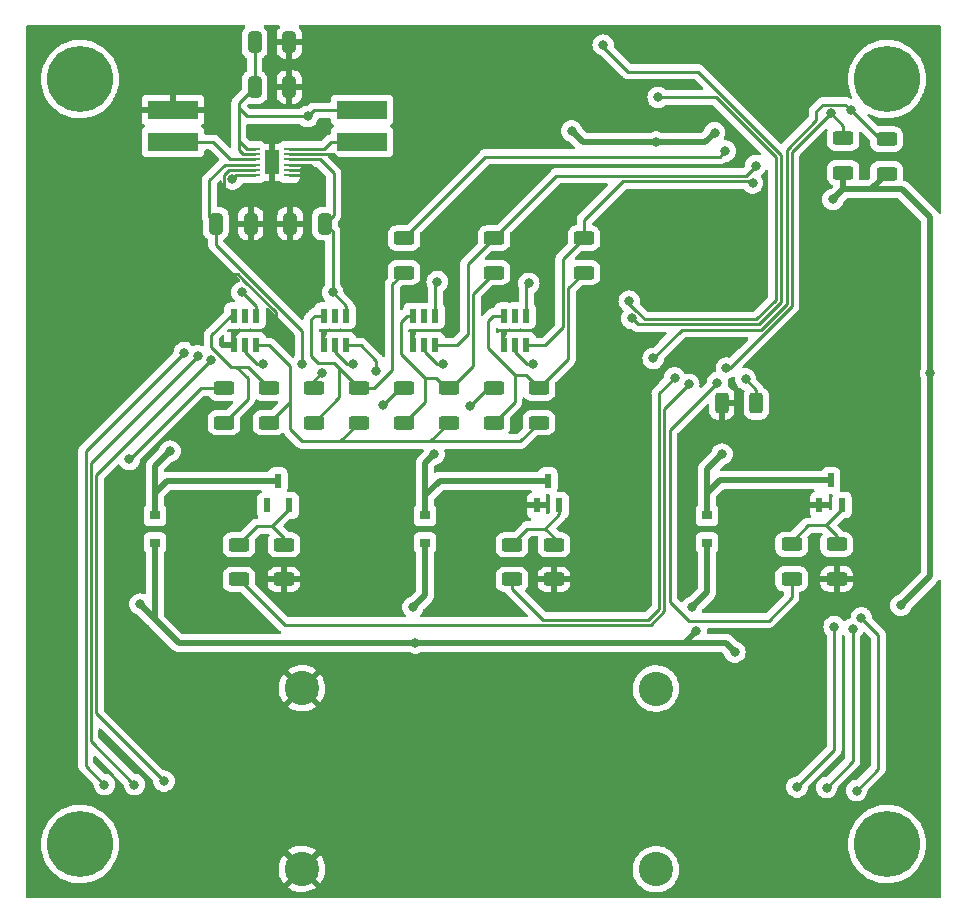
<source format=gbr>
%TF.GenerationSoftware,KiCad,Pcbnew,(6.0.7)*%
%TF.CreationDate,2023-04-19T21:38:57+02:00*%
%TF.ProjectId,rlc_meter,726c635f-6d65-4746-9572-2e6b69636164,rev?*%
%TF.SameCoordinates,Original*%
%TF.FileFunction,Copper,L2,Bot*%
%TF.FilePolarity,Positive*%
%FSLAX46Y46*%
G04 Gerber Fmt 4.6, Leading zero omitted, Abs format (unit mm)*
G04 Created by KiCad (PCBNEW (6.0.7)) date 2023-04-19 21:38:57*
%MOMM*%
%LPD*%
G01*
G04 APERTURE LIST*
G04 Aperture macros list*
%AMRoundRect*
0 Rectangle with rounded corners*
0 $1 Rounding radius*
0 $2 $3 $4 $5 $6 $7 $8 $9 X,Y pos of 4 corners*
0 Add a 4 corners polygon primitive as box body*
4,1,4,$2,$3,$4,$5,$6,$7,$8,$9,$2,$3,0*
0 Add four circle primitives for the rounded corners*
1,1,$1+$1,$2,$3*
1,1,$1+$1,$4,$5*
1,1,$1+$1,$6,$7*
1,1,$1+$1,$8,$9*
0 Add four rect primitives between the rounded corners*
20,1,$1+$1,$2,$3,$4,$5,0*
20,1,$1+$1,$4,$5,$6,$7,0*
20,1,$1+$1,$6,$7,$8,$9,0*
20,1,$1+$1,$8,$9,$2,$3,0*%
G04 Aperture macros list end*
%TA.AperFunction,ComponentPad*%
%ADD10C,2.910000*%
%TD*%
%TA.AperFunction,SMDPad,CuDef*%
%ADD11R,0.850000X0.250000*%
%TD*%
%TA.AperFunction,SMDPad,CuDef*%
%ADD12R,1.310000X2.120000*%
%TD*%
%TA.AperFunction,SMDPad,CuDef*%
%ADD13R,0.900000X0.800000*%
%TD*%
%TA.AperFunction,ComponentPad*%
%ADD14C,5.600000*%
%TD*%
%TA.AperFunction,SMDPad,CuDef*%
%ADD15RoundRect,0.250000X0.625000X-0.312500X0.625000X0.312500X-0.625000X0.312500X-0.625000X-0.312500X0*%
%TD*%
%TA.AperFunction,SMDPad,CuDef*%
%ADD16RoundRect,0.250000X0.325000X0.650000X-0.325000X0.650000X-0.325000X-0.650000X0.325000X-0.650000X0*%
%TD*%
%TA.AperFunction,SMDPad,CuDef*%
%ADD17RoundRect,0.250000X-0.325000X-0.650000X0.325000X-0.650000X0.325000X0.650000X-0.325000X0.650000X0*%
%TD*%
%TA.AperFunction,SMDPad,CuDef*%
%ADD18RoundRect,0.250000X-0.625000X0.312500X-0.625000X-0.312500X0.625000X-0.312500X0.625000X0.312500X0*%
%TD*%
%TA.AperFunction,SMDPad,CuDef*%
%ADD19R,0.600000X1.250000*%
%TD*%
%TA.AperFunction,SMDPad,CuDef*%
%ADD20RoundRect,0.250000X-0.312500X-0.625000X0.312500X-0.625000X0.312500X0.625000X-0.312500X0.625000X0*%
%TD*%
%TA.AperFunction,SMDPad,CuDef*%
%ADD21R,4.300000X1.600000*%
%TD*%
%TA.AperFunction,SMDPad,CuDef*%
%ADD22R,0.600000X1.200000*%
%TD*%
%TA.AperFunction,ViaPad*%
%ADD23C,0.800000*%
%TD*%
%TA.AperFunction,Conductor*%
%ADD24C,0.250000*%
%TD*%
%TA.AperFunction,Conductor*%
%ADD25C,0.500000*%
%TD*%
G04 APERTURE END LIST*
D10*
%TO.P,J105,1,1*%
%TO.N,/Level shifter/V2*%
X148844000Y-148884000D03*
%TO.P,J105,2,2*%
X148844000Y-164184000D03*
%TD*%
%TO.P,J101,1,1*%
%TO.N,GND*%
X118872000Y-148844000D03*
%TO.P,J101,2,2*%
X118872000Y-164144000D03*
%TD*%
D11*
%TO.P,IC103,1,SWP*%
%TO.N,Net-(IC103-Pad1)*%
X117782000Y-103182000D03*
%TO.P,IC103,2,PGND*%
%TO.N,GND*%
X117782000Y-103632000D03*
%TO.P,IC103,3,VPOS*%
%TO.N,+5V*%
X117782000Y-104082000D03*
%TO.P,IC103,4,GND_1*%
%TO.N,GND*%
X117782000Y-104532000D03*
%TO.P,IC103,5,AGND*%
X117782000Y-104982000D03*
%TO.P,IC103,6,GND_2*%
X117782000Y-105432000D03*
%TO.P,IC103,7,EN*%
%TO.N,+3V3*%
X114882000Y-105432000D03*
%TO.P,IC103,8,GND_3*%
%TO.N,GND*%
X114882000Y-104982000D03*
%TO.P,IC103,9,VNEG*%
%TO.N,-5V*%
X114882000Y-104532000D03*
%TO.P,IC103,10,SWN*%
%TO.N,Net-(IC103-Pad10)*%
X114882000Y-104082000D03*
%TO.P,IC103,11,AVIN*%
%TO.N,+3V3*%
X114882000Y-103632000D03*
%TO.P,IC103,12,PVIN*%
X114882000Y-103182000D03*
D12*
%TO.P,IC103,13,GND_4*%
%TO.N,GND*%
X116332000Y-104307000D03*
%TD*%
D13*
%TO.P,D103,2*%
%TO.N,Net-(D103-Pad2)*%
X106426000Y-134232000D03*
%TO.P,D103,1*%
%TO.N,+3V3*%
X106426000Y-136532000D03*
%TD*%
%TO.P,D102,1*%
%TO.N,+3V3*%
X129286000Y-136532000D03*
%TO.P,D102,2*%
%TO.N,Net-(D102-Pad2)*%
X129286000Y-134232000D03*
%TD*%
%TO.P,D101,1*%
%TO.N,+3V3*%
X153162000Y-136532000D03*
%TO.P,D101,2*%
%TO.N,Net-(D101-Pad2)*%
X153162000Y-134232000D03*
%TD*%
D14*
%TO.P,,1*%
%TO.N,N/C*%
X100076000Y-162052000D03*
%TD*%
%TO.P,REF\u002A\u002A,1*%
%TO.N,N/C*%
X168402000Y-162052000D03*
%TD*%
%TO.P,,1*%
%TO.N,N/C*%
X100076000Y-97282000D03*
%TD*%
%TO.P,,1*%
%TO.N,N/C*%
X168402000Y-97282000D03*
%TD*%
D15*
%TO.P,R120,1*%
%TO.N,-1.65V*%
X123701500Y-126365500D03*
%TO.P,R120,2*%
%TO.N,Net-(R119-Pad2)*%
X123701500Y-123440500D03*
%TD*%
%TO.P,R102,1*%
%TO.N,/MCU/R1*%
X160335000Y-139604500D03*
%TO.P,R102,2*%
%TO.N,Net-(Q101-Pad1)*%
X160335000Y-136679500D03*
%TD*%
%TO.P,R117,1*%
%TO.N,-1.65V*%
X131321500Y-126365500D03*
%TO.P,R117,2*%
%TO.N,Net-(R116-Pad2)*%
X131321500Y-123440500D03*
%TD*%
D16*
%TO.P,C113,1*%
%TO.N,+5V*%
X120825000Y-109525000D03*
%TO.P,C113,2*%
%TO.N,GND*%
X117875000Y-109525000D03*
%TD*%
D17*
%TO.P,C114,1*%
%TO.N,+3V3*%
X114857000Y-97957000D03*
%TO.P,C114,2*%
%TO.N,GND*%
X117807000Y-97957000D03*
%TD*%
D18*
%TO.P,R103,1*%
%TO.N,Net-(Q101-Pad1)*%
X164145000Y-136679500D03*
%TO.P,R103,2*%
%TO.N,GND*%
X164145000Y-139604500D03*
%TD*%
%TO.P,R111,1*%
%TO.N,/Level shifter/V2*%
X135131500Y-123440500D03*
%TO.P,R111,2*%
%TO.N,Net-(R111-Pad2)*%
X135131500Y-126365500D03*
%TD*%
D17*
%TO.P,C115,1*%
%TO.N,+3V3*%
X114857000Y-94147000D03*
%TO.P,C115,2*%
%TO.N,GND*%
X117807000Y-94147000D03*
%TD*%
D19*
%TO.P,Q101,1,G*%
%TO.N,Net-(Q101-Pad1)*%
X164592000Y-133350000D03*
%TO.P,Q101,2,S*%
%TO.N,GND*%
X162682000Y-133350000D03*
%TO.P,Q101,3,D*%
%TO.N,Net-(D101-Pad2)*%
X163637000Y-131250000D03*
%TD*%
D15*
%TO.P,R118,1*%
%TO.N,Net-(R116-Pad2)*%
X135131500Y-113665500D03*
%TO.P,R118,2*%
%TO.N,/Level shifter/V1_ADC*%
X135131500Y-110740500D03*
%TD*%
%TO.P,R114,1*%
%TO.N,Net-(R111-Pad2)*%
X142751500Y-113665500D03*
%TO.P,R114,2*%
%TO.N,/Level shifter/V2_ADC*%
X142751500Y-110740500D03*
%TD*%
D18*
%TO.P,R106,1*%
%TO.N,Net-(Q102-Pad1)*%
X140208000Y-136713500D03*
%TO.P,R106,2*%
%TO.N,GND*%
X140208000Y-139638500D03*
%TD*%
D15*
%TO.P,R123,1*%
%TO.N,+3V3*%
X168375000Y-105287500D03*
%TO.P,R123,2*%
%TO.N,/LCD_buttons/SCL*%
X168375000Y-102362500D03*
%TD*%
%TO.P,R108,1*%
%TO.N,/MCU/R3*%
X113538000Y-139638500D03*
%TO.P,R108,2*%
%TO.N,Net-(Q103-Pad1)*%
X113538000Y-136713500D03*
%TD*%
D20*
%TO.P,R101,1*%
%TO.N,GND*%
X154412500Y-124725000D03*
%TO.P,R101,2*%
%TO.N,Net-(IC101-Pad31)*%
X157337500Y-124725000D03*
%TD*%
D15*
%TO.P,R121,1*%
%TO.N,Net-(R119-Pad2)*%
X119891500Y-126365500D03*
%TO.P,R121,2*%
%TO.N,/Level shifter/V1*%
X119891500Y-123440500D03*
%TD*%
D18*
%TO.P,R109,1*%
%TO.N,Net-(Q103-Pad1)*%
X117348000Y-136713500D03*
%TO.P,R109,2*%
%TO.N,GND*%
X117348000Y-139638500D03*
%TD*%
D19*
%TO.P,Q102,1,G*%
%TO.N,Net-(Q102-Pad1)*%
X140655000Y-133384000D03*
%TO.P,Q102,2,S*%
%TO.N,GND*%
X138745000Y-133384000D03*
%TO.P,Q102,3,D*%
%TO.N,Net-(D102-Pad2)*%
X139700000Y-131284000D03*
%TD*%
D21*
%TO.P,L102,1,1*%
%TO.N,Net-(IC103-Pad10)*%
X107950000Y-102609000D03*
%TO.P,L102,2,2*%
%TO.N,GND*%
X107950000Y-99909000D03*
%TD*%
D18*
%TO.P,R119,1*%
%TO.N,/Level shifter/DAC*%
X127511500Y-110740500D03*
%TO.P,R119,2*%
%TO.N,Net-(R119-Pad2)*%
X127511500Y-113665500D03*
%TD*%
D22*
%TO.P,U102,1*%
%TO.N,-1.65V*%
X114999500Y-119803000D03*
%TO.P,U102,2,V-*%
%TO.N,-5V*%
X114049500Y-119803000D03*
%TO.P,U102,3,+*%
%TO.N,GND*%
X113099500Y-119803000D03*
%TO.P,U102,4,-*%
%TO.N,Net-(R113-Pad2)*%
X113099500Y-117303000D03*
%TO.P,U102,5*%
%TO.N,N/C*%
X114049500Y-117303000D03*
%TO.P,U102,6,V+*%
%TO.N,+5V*%
X114999500Y-117303000D03*
%TD*%
%TO.P,U101,1*%
%TO.N,/Level shifter/V2_ADC*%
X137859500Y-119803000D03*
%TO.P,U101,2,V-*%
%TO.N,-5V*%
X136909500Y-119803000D03*
%TO.P,U101,3,+*%
%TO.N,GND*%
X135959500Y-119803000D03*
%TO.P,U101,4,-*%
%TO.N,Net-(R111-Pad2)*%
X135959500Y-117303000D03*
%TO.P,U101,5*%
%TO.N,N/C*%
X136909500Y-117303000D03*
%TO.P,U101,6,V+*%
%TO.N,+5V*%
X137859500Y-117303000D03*
%TD*%
D18*
%TO.P,R115,1*%
%TO.N,Net-(R113-Pad2)*%
X116081500Y-123440500D03*
%TO.P,R115,2*%
%TO.N,-1.65V*%
X116081500Y-126365500D03*
%TD*%
D22*
%TO.P,U103,1*%
%TO.N,/Level shifter/V1_ADC*%
X130173500Y-119823000D03*
%TO.P,U103,2,V-*%
%TO.N,-5V*%
X129223500Y-119823000D03*
%TO.P,U103,3,+*%
%TO.N,GND*%
X128273500Y-119823000D03*
%TO.P,U103,4,-*%
%TO.N,Net-(R116-Pad2)*%
X128273500Y-117323000D03*
%TO.P,U103,5*%
%TO.N,N/C*%
X129223500Y-117323000D03*
%TO.P,U103,6,V+*%
%TO.N,+5V*%
X130173500Y-117323000D03*
%TD*%
D19*
%TO.P,Q103,1,G*%
%TO.N,Net-(Q103-Pad1)*%
X117795000Y-133384000D03*
%TO.P,Q103,2,S*%
%TO.N,unconnected-(Q103-Pad2)*%
X115885000Y-133384000D03*
%TO.P,Q103,3,D*%
%TO.N,Net-(D103-Pad2)*%
X116840000Y-131284000D03*
%TD*%
D17*
%TO.P,C112,1*%
%TO.N,-5V*%
X111575000Y-109525000D03*
%TO.P,C112,2*%
%TO.N,GND*%
X114525000Y-109525000D03*
%TD*%
D15*
%TO.P,R112,1*%
%TO.N,-1.65V*%
X138941500Y-126365500D03*
%TO.P,R112,2*%
%TO.N,Net-(R111-Pad2)*%
X138941500Y-123440500D03*
%TD*%
D22*
%TO.P,U104,1*%
%TO.N,/Level shifter/V1*%
X122619500Y-119803000D03*
%TO.P,U104,2,V-*%
%TO.N,-5V*%
X121669500Y-119803000D03*
%TO.P,U104,3,+*%
%TO.N,GND*%
X120719500Y-119803000D03*
%TO.P,U104,4,-*%
%TO.N,Net-(R119-Pad2)*%
X120719500Y-117303000D03*
%TO.P,U104,5*%
%TO.N,N/C*%
X121669500Y-117303000D03*
%TO.P,U104,6,V+*%
%TO.N,+5V*%
X122619500Y-117303000D03*
%TD*%
D15*
%TO.P,R122,1*%
%TO.N,+3V3*%
X164685000Y-105211500D03*
%TO.P,R122,2*%
%TO.N,/LCD_buttons/SDA*%
X164685000Y-102286500D03*
%TD*%
D21*
%TO.P,L101,1,1*%
%TO.N,Net-(IC103-Pad1)*%
X123952000Y-102609000D03*
%TO.P,L101,2,2*%
%TO.N,+3V3*%
X123952000Y-99909000D03*
%TD*%
D18*
%TO.P,R116,1*%
%TO.N,/Level shifter/V1*%
X127511500Y-123440500D03*
%TO.P,R116,2*%
%TO.N,Net-(R116-Pad2)*%
X127511500Y-126365500D03*
%TD*%
D15*
%TO.P,R105,1*%
%TO.N,/MCU/R2*%
X136652000Y-139638500D03*
%TO.P,R105,2*%
%TO.N,Net-(Q102-Pad1)*%
X136652000Y-136713500D03*
%TD*%
D18*
%TO.P,R113,1*%
%TO.N,+3V3*%
X112271500Y-123440500D03*
%TO.P,R113,2*%
%TO.N,Net-(R113-Pad2)*%
X112271500Y-126365500D03*
%TD*%
D23*
%TO.N,GND*%
X115975000Y-107500000D03*
X136575000Y-106800000D03*
%TO.N,+3V3*%
X141700000Y-101675000D03*
X163825000Y-107475000D03*
X151892000Y-141986000D03*
X119350000Y-100450000D03*
X172075000Y-122200000D03*
X169575000Y-141825000D03*
X153800000Y-101825000D03*
X112975000Y-105725000D03*
X128270000Y-141986000D03*
X152250000Y-144025000D03*
X148850000Y-102600000D03*
X128475000Y-145025000D03*
X155525000Y-145800000D03*
X104250000Y-129475000D03*
X105156000Y-141732000D03*
%TO.N,GND*%
X168800000Y-112750000D03*
X130425000Y-101650000D03*
X101825000Y-121625000D03*
X146925000Y-98550000D03*
X127775000Y-104400000D03*
X107750000Y-95600000D03*
X170087500Y-127937500D03*
X157625000Y-93875000D03*
X136525000Y-99150000D03*
X141850000Y-107025000D03*
X151725000Y-107825000D03*
X147000000Y-108425000D03*
%TO.N,-5V*%
X138430000Y-121412000D03*
X123190000Y-121412000D03*
X130810000Y-121412000D03*
X115570000Y-121412000D03*
X118863000Y-121412000D03*
%TO.N,+5V*%
X130325000Y-114425000D03*
X121475000Y-115350000D03*
X113788500Y-115319500D03*
X138075000Y-114575000D03*
%TO.N,Net-(D101-Pad2)*%
X154432000Y-129032000D03*
%TO.N,/Level shifter/V1_ADC*%
X157300000Y-104600000D03*
%TO.N,/Level shifter/V2_ADC*%
X157025000Y-106075000D03*
%TO.N,/Level shifter/DAC*%
X154725000Y-103375000D03*
%TO.N,SWDIO*%
X146575000Y-116075000D03*
X149025000Y-98825000D03*
%TO.N,SWCLK*%
X146800000Y-117550000D03*
X144375000Y-94400000D03*
%TO.N,/MCU/R3*%
X151625000Y-123125000D03*
%TO.N,/MCU/R2*%
X150425000Y-122575000D03*
%TO.N,/MCU/R1*%
X154037500Y-122987500D03*
%TO.N,/Level shifter/V2*%
X133125000Y-124975000D03*
%TO.N,/LCD_buttons/SDA*%
X154800000Y-121750000D03*
X163625000Y-100175000D03*
%TO.N,/LCD_buttons/SCL*%
X165350000Y-99925000D03*
X148600000Y-120925000D03*
%TO.N,/Level shifter/V1*%
X125175000Y-122000000D03*
X120525000Y-122150000D03*
X125725000Y-124900000D03*
%TO.N,/LCD_buttons/R1_IN*%
X108900000Y-120450000D03*
X102148000Y-157012000D03*
%TO.N,/LCD_buttons/R2_IN*%
X110050000Y-120725000D03*
X104688000Y-157012000D03*
%TO.N,/LCD_buttons/R3_IN*%
X107188000Y-156718000D03*
X111200000Y-121075000D03*
%TO.N,/LCD_buttons/f1*%
X160782000Y-157226000D03*
X163925000Y-143650000D03*
%TO.N,/LCD_buttons/f2*%
X163282000Y-157266000D03*
X165500000Y-143825000D03*
%TO.N,/LCD_buttons/f3*%
X166225000Y-142900000D03*
X165822000Y-157520000D03*
%TO.N,Net-(IC101-Pad31)*%
X156425000Y-122675000D03*
%TO.N,Net-(D102-Pad2)*%
X130048000Y-129032000D03*
%TO.N,Net-(D103-Pad2)*%
X107696000Y-128778000D03*
%TD*%
D24*
%TO.N,GND*%
X113438604Y-113800000D02*
X111700000Y-113800000D01*
X113906802Y-114268198D02*
X113438604Y-113800000D01*
X116650000Y-118075000D02*
X116650000Y-117825000D01*
X116200000Y-118525000D02*
X116650000Y-118075000D01*
X116650000Y-117825000D02*
X116650000Y-117011396D01*
X113450000Y-118625000D02*
X113550000Y-118525000D01*
X116650000Y-117011396D02*
X113906802Y-114268198D01*
X113099500Y-118975500D02*
X113450000Y-118625000D01*
X113099500Y-119803000D02*
X113099500Y-118975500D01*
X113550000Y-118525000D02*
X116200000Y-118525000D01*
%TO.N,Net-(R113-Pad2)*%
X113306750Y-121631750D02*
X112831750Y-121631750D01*
X114272750Y-122597750D02*
X114272750Y-124364250D01*
X114272750Y-122597750D02*
X113306750Y-121631750D01*
X111200000Y-120000000D02*
X112831750Y-121631750D01*
X112847000Y-117303000D02*
X111200000Y-118950000D01*
X112831750Y-121631750D02*
X114272750Y-121631750D01*
X113099500Y-117303000D02*
X112847000Y-117303000D01*
X111200000Y-118950000D02*
X111200000Y-120000000D01*
%TO.N,+5V*%
X114999500Y-116530500D02*
X113788500Y-115319500D01*
X114999500Y-117303000D02*
X114999500Y-116530500D01*
%TO.N,Net-(R119-Pad2)*%
X121580500Y-121319500D02*
X122019750Y-121758750D01*
X120269500Y-121319500D02*
X121580500Y-121319500D01*
X119650000Y-120700000D02*
X120269500Y-121319500D01*
X120719500Y-117303000D02*
X119972000Y-117303000D01*
X119972000Y-117303000D02*
X119650000Y-117625000D01*
X119650000Y-117625000D02*
X119650000Y-120700000D01*
%TO.N,+5V*%
X122619500Y-116494500D02*
X121475000Y-115350000D01*
X122619500Y-117303000D02*
X122619500Y-116494500D01*
%TO.N,Net-(R116-Pad2)*%
X130183750Y-122558750D02*
X129258750Y-122558750D01*
X131065500Y-123440500D02*
X130183750Y-122558750D01*
X131321500Y-123440500D02*
X131065500Y-123440500D01*
X129258750Y-122558750D02*
X129150000Y-122450000D01*
X129150000Y-122450000D02*
X128733750Y-122033750D01*
X129258750Y-124618250D02*
X129258750Y-122558750D01*
X127225000Y-120525000D02*
X128733750Y-122033750D01*
X127225000Y-117850000D02*
X127225000Y-120525000D01*
X127752000Y-117323000D02*
X127225000Y-117850000D01*
X128273500Y-117323000D02*
X127752000Y-117323000D01*
%TO.N,+5V*%
X130173500Y-117323000D02*
X130173500Y-114576500D01*
X130173500Y-114576500D02*
X130325000Y-114425000D01*
%TO.N,Net-(R111-Pad2)*%
X137801000Y-122300000D02*
X138941500Y-123440500D01*
X136906500Y-122300000D02*
X137801000Y-122300000D01*
X136906500Y-122300000D02*
X136906500Y-122818500D01*
X134625000Y-120018500D02*
X136906500Y-122300000D01*
X134625000Y-117750000D02*
X134625000Y-120018500D01*
X135072000Y-117303000D02*
X134625000Y-117750000D01*
X135959500Y-117303000D02*
X135072000Y-117303000D01*
X136906500Y-122818500D02*
X136906500Y-124590500D01*
%TO.N,+5V*%
X137859500Y-114790500D02*
X138075000Y-114575000D01*
X137859500Y-117303000D02*
X137859500Y-114790500D01*
D25*
%TO.N,+3V3*%
X172075000Y-139325000D02*
X170750000Y-140650000D01*
X151275000Y-145025000D02*
X154750000Y-145025000D01*
X151892000Y-141986000D02*
X153162000Y-140716000D01*
D24*
X113538000Y-99276000D02*
X114857000Y-97957000D01*
D25*
X172075000Y-113850000D02*
X172075000Y-109000000D01*
D24*
X113538000Y-102162000D02*
X113538000Y-99762000D01*
D25*
X153025000Y-102600000D02*
X153800000Y-101825000D01*
D24*
X165490000Y-106615000D02*
X164685000Y-106615000D01*
D25*
X172075000Y-119900000D02*
X172075000Y-139325000D01*
X172075000Y-119900000D02*
X172075000Y-113850000D01*
X142625000Y-102600000D02*
X141700000Y-101675000D01*
X128475000Y-145025000D02*
X108449000Y-145025000D01*
X152250000Y-144050000D02*
X152250000Y-144025000D01*
X107037000Y-143613000D02*
X105156000Y-141732000D01*
D24*
X167047500Y-106615000D02*
X165490000Y-106615000D01*
X114857000Y-97957000D02*
X114857000Y-94147000D01*
X114226000Y-100450000D02*
X113538000Y-99762000D01*
X113268000Y-105432000D02*
X112975000Y-105725000D01*
X119350000Y-100450000D02*
X119891000Y-99909000D01*
D25*
X164685000Y-105211500D02*
X164685000Y-106615000D01*
D24*
X114882000Y-105432000D02*
X113268000Y-105432000D01*
D25*
X129286000Y-136532000D02*
X129286000Y-140970000D01*
X172075000Y-113850000D02*
X172075000Y-113500000D01*
D24*
X114191000Y-103182000D02*
X113538000Y-102529000D01*
D25*
X148850000Y-102600000D02*
X153025000Y-102600000D01*
X106426000Y-140462000D02*
X106426000Y-143002000D01*
X106426000Y-143002000D02*
X107037000Y-143613000D01*
X168375000Y-105287500D02*
X167047500Y-106615000D01*
D24*
X119891000Y-99909000D02*
X123952000Y-99909000D01*
X114882000Y-103632000D02*
X113879000Y-103632000D01*
X110334500Y-123440500D02*
X104250000Y-129525000D01*
D25*
X164685000Y-106615000D02*
X163825000Y-107475000D01*
X128475000Y-145025000D02*
X151275000Y-145025000D01*
X153162000Y-140716000D02*
X153162000Y-136532000D01*
D24*
X114882000Y-103182000D02*
X114191000Y-103182000D01*
X113879000Y-103632000D02*
X113498500Y-103251500D01*
D25*
X154750000Y-145025000D02*
X155525000Y-145800000D01*
X106426000Y-136532000D02*
X106426000Y-140462000D01*
X129286000Y-140970000D02*
X128270000Y-141986000D01*
X151275000Y-145025000D02*
X152250000Y-144050000D01*
D24*
X113498500Y-103251500D02*
X113538000Y-103212000D01*
X172075000Y-109000000D02*
X172075000Y-113500000D01*
D25*
X172075000Y-109000000D02*
X169690000Y-106615000D01*
D24*
X119350000Y-100450000D02*
X114226000Y-100450000D01*
X113538000Y-103212000D02*
X113538000Y-102162000D01*
X165490000Y-106615000D02*
X169690000Y-106615000D01*
D25*
X169690000Y-106615000D02*
X164685000Y-106615000D01*
D24*
X113538000Y-99762000D02*
X113538000Y-99276000D01*
X112271500Y-123440500D02*
X110334500Y-123440500D01*
X113538000Y-102529000D02*
X113538000Y-102162000D01*
D25*
X108449000Y-145025000D02*
X107037000Y-143613000D01*
X148850000Y-102600000D02*
X142625000Y-102600000D01*
X170750000Y-140650000D02*
X169575000Y-141825000D01*
D24*
%TO.N,GND*%
X112250000Y-105424695D02*
X112250000Y-107275000D01*
X118807000Y-105432000D02*
X119200000Y-105825000D01*
X117782000Y-104532000D02*
X119557000Y-104532000D01*
X119107000Y-104982000D02*
X119575000Y-105450000D01*
X119557000Y-104532000D02*
X120325000Y-105300000D01*
X121477000Y-103632000D02*
X122245000Y-104400000D01*
X117782000Y-105432000D02*
X118807000Y-105432000D01*
X122245000Y-104400000D02*
X127775000Y-104400000D01*
X117782000Y-104982000D02*
X119107000Y-104982000D01*
X114882000Y-104982000D02*
X112692695Y-104982000D01*
X112692695Y-104982000D02*
X112250000Y-105424695D01*
X117782000Y-103632000D02*
X121477000Y-103632000D01*
%TO.N,Net-(R111-Pad2)*%
X142751500Y-113665500D02*
X141420000Y-114997000D01*
X136906500Y-124590500D02*
X135131500Y-126365500D01*
X141420000Y-114997000D02*
X141420000Y-120962000D01*
X141420000Y-120962000D02*
X138941500Y-123440500D01*
%TO.N,-5V*%
X111575000Y-111300000D02*
X116500000Y-116225000D01*
X121669500Y-119803000D02*
X121669500Y-120399500D01*
X136909500Y-120399500D02*
X137922000Y-121412000D01*
X116500000Y-116225000D02*
X118900000Y-118625000D01*
X112346000Y-104532000D02*
X111039000Y-105839000D01*
X118900000Y-118625000D02*
X118900000Y-121400000D01*
X114049500Y-119803000D02*
X114049500Y-120399500D01*
X115062000Y-121412000D02*
X115570000Y-121412000D01*
X121669500Y-120399500D02*
X122682000Y-121412000D01*
X130302000Y-121412000D02*
X130810000Y-121412000D01*
X129289500Y-120399500D02*
X130302000Y-121412000D01*
X111039000Y-108989000D02*
X111039000Y-105839000D01*
X111575000Y-109525000D02*
X111039000Y-108989000D01*
X122682000Y-121412000D02*
X123190000Y-121412000D01*
X137922000Y-121412000D02*
X138430000Y-121412000D01*
X114049500Y-120399500D02*
X115062000Y-121412000D01*
X114882000Y-104532000D02*
X112346000Y-104532000D01*
X111575000Y-109525000D02*
X111575000Y-111300000D01*
%TO.N,+5V*%
X117782000Y-104082000D02*
X120376000Y-104082000D01*
X120376000Y-104082000D02*
X121547000Y-105253000D01*
X121547000Y-108803000D02*
X121547000Y-105253000D01*
X130321500Y-114425000D02*
X130325000Y-114425000D01*
X121475000Y-110175000D02*
X121475000Y-115350000D01*
X120825000Y-109525000D02*
X121547000Y-108803000D01*
X120825000Y-109525000D02*
X121475000Y-110175000D01*
D25*
%TO.N,Net-(D101-Pad2)*%
X153162000Y-132334000D02*
X153162000Y-130302000D01*
X163637000Y-131250000D02*
X154246000Y-131250000D01*
X153162000Y-134232000D02*
X153162000Y-132334000D01*
X154246000Y-131250000D02*
X153162000Y-132334000D01*
X153162000Y-130302000D02*
X154432000Y-129032000D01*
D24*
%TO.N,/Level shifter/V1_ADC*%
X132903500Y-118900000D02*
X132903500Y-112968500D01*
X156432000Y-105468000D02*
X140404000Y-105468000D01*
X157300000Y-104600000D02*
X156432000Y-105468000D01*
X131980500Y-119823000D02*
X132903500Y-118900000D01*
X130173500Y-119823000D02*
X131980500Y-119823000D01*
X132903500Y-112968500D02*
X135131500Y-110740500D01*
X140404000Y-105468000D02*
X140323500Y-105548500D01*
X140323500Y-105548500D02*
X135131500Y-110740500D01*
%TO.N,/Level shifter/V2_ADC*%
X137859500Y-119803000D02*
X139472000Y-119803000D01*
X140970000Y-118305000D02*
X140970000Y-112522000D01*
X156972000Y-105918000D02*
X156972000Y-105947000D01*
X142751500Y-109216500D02*
X142751500Y-110740500D01*
X156972000Y-105918000D02*
X146050000Y-105918000D01*
X139472000Y-119803000D02*
X140970000Y-118305000D01*
X140970000Y-112522000D02*
X142751500Y-110740500D01*
X146050000Y-105918000D02*
X142751500Y-109216500D01*
%TO.N,/Level shifter/DAC*%
X153700000Y-103850000D02*
X154250000Y-103850000D01*
X154250000Y-103850000D02*
X154725000Y-103375000D01*
X134402000Y-103850000D02*
X153700000Y-103850000D01*
X127511500Y-110740500D02*
X134402000Y-103850000D01*
X153700000Y-103850000D02*
X154275000Y-103850000D01*
%TO.N,SWDIO*%
X147800000Y-117524695D02*
X147800000Y-117575000D01*
X147800000Y-117575000D02*
X147825000Y-117600000D01*
X158975000Y-103872792D02*
X158076104Y-102973896D01*
X156875000Y-117600000D02*
X157338604Y-117600000D01*
X153927208Y-98825000D02*
X149025000Y-98825000D01*
X146575000Y-116299696D02*
X146575000Y-116075000D01*
X147100152Y-116824848D02*
X146575000Y-116299696D01*
X151150000Y-117600000D02*
X156875000Y-117600000D01*
X147100152Y-116824848D02*
X147800000Y-117524695D01*
X157338604Y-117600000D02*
X158975000Y-115963604D01*
X158975000Y-115963604D02*
X158975000Y-107300000D01*
X158076104Y-102973896D02*
X153927208Y-98825000D01*
X147825000Y-117600000D02*
X151150000Y-117600000D01*
X158975000Y-107300000D02*
X158975000Y-103872792D01*
%TO.N,SWCLK*%
X146500000Y-96650000D02*
X144375000Y-94525000D01*
X157525000Y-118050000D02*
X159425000Y-116150000D01*
X159425000Y-103686396D02*
X158744302Y-103005698D01*
X146800000Y-117550000D02*
X147300000Y-118050000D01*
X159425000Y-116150000D02*
X159425000Y-106300000D01*
X152388604Y-96650000D02*
X146500000Y-96650000D01*
X147300000Y-118050000D02*
X152100000Y-118050000D01*
X144375000Y-94525000D02*
X144375000Y-94400000D01*
X159425000Y-106300000D02*
X159425000Y-103686396D01*
X158744302Y-103005698D02*
X152388604Y-96650000D01*
X152100000Y-118050000D02*
X157525000Y-118050000D01*
%TO.N,/MCU/R3*%
X148397792Y-143500000D02*
X149550000Y-142347792D01*
X149550000Y-142347792D02*
X149550000Y-125200000D01*
X113538000Y-139638500D02*
X117399500Y-143500000D01*
X149550000Y-125200000D02*
X151625000Y-123125000D01*
X117399500Y-143500000D02*
X148397792Y-143500000D01*
%TO.N,/MCU/R2*%
X147825000Y-143050000D02*
X148200000Y-143050000D01*
X147825000Y-143050000D02*
X148211396Y-143050000D01*
X149100000Y-142150000D02*
X149100000Y-123900000D01*
X149100000Y-123900000D02*
X150425000Y-122575000D01*
X139275000Y-143050000D02*
X147825000Y-143050000D01*
X136652000Y-139638500D02*
X136652000Y-140427000D01*
X148200000Y-143050000D02*
X149100000Y-142150000D01*
X136652000Y-140427000D02*
X138250000Y-142025000D01*
X138250000Y-142025000D02*
X139275000Y-143050000D01*
%TO.N,/MCU/R1*%
X150000000Y-127025000D02*
X154037500Y-122987500D01*
X160335000Y-141165000D02*
X158375000Y-143125000D01*
X151600000Y-143125000D02*
X150000000Y-141525000D01*
X150000000Y-141525000D02*
X150000000Y-127025000D01*
X160335000Y-139604500D02*
X160335000Y-141165000D01*
X158375000Y-143125000D02*
X151600000Y-143125000D01*
%TO.N,Net-(IC103-Pad1)*%
X123952000Y-102609000D02*
X121332000Y-102609000D01*
X120759000Y-103182000D02*
X117782000Y-103182000D01*
X121332000Y-102609000D02*
X120759000Y-103182000D01*
%TO.N,Net-(IC103-Pad10)*%
X111332000Y-102609000D02*
X107950000Y-102609000D01*
X112805000Y-104082000D02*
X111332000Y-102609000D01*
X114882000Y-104082000D02*
X112805000Y-104082000D01*
%TO.N,/Level shifter/V2*%
X135131500Y-123440500D02*
X134659500Y-123440500D01*
X134659500Y-123440500D02*
X133125000Y-124975000D01*
%TO.N,/LCD_buttons/SDA*%
X154800000Y-121750000D02*
X155111396Y-121750000D01*
X157911396Y-118950000D02*
X160350000Y-116511396D01*
X160350000Y-103450000D02*
X163625000Y-100175000D01*
X164685000Y-101235000D02*
X163625000Y-100175000D01*
X155111396Y-121750000D02*
X157968198Y-118893198D01*
X164685000Y-102286500D02*
X164685000Y-101235000D01*
X160350000Y-116511396D02*
X160350000Y-103450000D01*
%TO.N,/LCD_buttons/SCL*%
X164875000Y-99450000D02*
X165350000Y-99925000D01*
X148600000Y-120925000D02*
X151025000Y-118500000D01*
X162975000Y-99450000D02*
X164875000Y-99450000D01*
X167787500Y-102362500D02*
X165350000Y-99925000D01*
X168375000Y-102362500D02*
X167787500Y-102362500D01*
X157725000Y-118500000D02*
X159900000Y-116325000D01*
X151025000Y-118500000D02*
X157725000Y-118500000D01*
X162425000Y-100000000D02*
X162975000Y-99450000D01*
X162425000Y-100738604D02*
X162425000Y-100000000D01*
X159900000Y-116325000D02*
X159900000Y-103263604D01*
X159900000Y-103263604D02*
X162425000Y-100738604D01*
%TO.N,/Level shifter/V1*%
X119891500Y-123440500D02*
X119891500Y-122783500D01*
X125175000Y-121150000D02*
X125175000Y-122000000D01*
X119891500Y-122783500D02*
X120525000Y-122150000D01*
X123828000Y-119803000D02*
X123850000Y-119825000D01*
X127184500Y-123440500D02*
X125725000Y-124900000D01*
X123850000Y-119825000D02*
X125175000Y-121150000D01*
X122619500Y-119803000D02*
X123828000Y-119803000D01*
X127511500Y-123440500D02*
X127184500Y-123440500D01*
%TO.N,Net-(Q101-Pad1)*%
X163238500Y-135060000D02*
X164592000Y-133706500D01*
X164145000Y-135966500D02*
X164145000Y-136679500D01*
X160335000Y-136439500D02*
X161714500Y-135060000D01*
X164592000Y-133706500D02*
X164592000Y-133350000D01*
X160335000Y-136679500D02*
X160335000Y-136439500D01*
X163238500Y-135060000D02*
X164145000Y-135966500D01*
X161714500Y-135060000D02*
X163238500Y-135060000D01*
%TO.N,Net-(Q102-Pad1)*%
X136652000Y-136713500D02*
X136652000Y-136654500D01*
X140655000Y-133384000D02*
X140655000Y-134105000D01*
X136652000Y-136654500D02*
X137958500Y-135348000D01*
X139482500Y-135348000D02*
X140208000Y-136073500D01*
X140655000Y-134105000D02*
X139412000Y-135348000D01*
X140208000Y-136073500D02*
X140208000Y-136713500D01*
X137958500Y-135348000D02*
X139412000Y-135348000D01*
X139412000Y-135348000D02*
X139482500Y-135348000D01*
%TO.N,Net-(Q103-Pad1)*%
X113538000Y-136652000D02*
X115062000Y-135128000D01*
X116332000Y-135128000D02*
X117795000Y-133665000D01*
X113538000Y-136713500D02*
X113538000Y-136652000D01*
X117348000Y-136144000D02*
X117348000Y-136713500D01*
X117348000Y-136144000D02*
X116332000Y-135128000D01*
X117795000Y-133665000D02*
X117795000Y-133384000D01*
X115062000Y-135128000D02*
X116332000Y-135128000D01*
%TO.N,Net-(R116-Pad2)*%
X131321500Y-123440500D02*
X131514000Y-123440500D01*
X133353500Y-121601000D02*
X133353500Y-115443500D01*
X129258750Y-124618250D02*
X127511500Y-126365500D01*
X133353500Y-115443500D02*
X135131500Y-113665500D01*
X131514000Y-123440500D02*
X133353500Y-121601000D01*
%TO.N,-1.65V*%
X117859500Y-121601000D02*
X117859500Y-123633000D01*
X117859500Y-123633000D02*
X117859500Y-124587500D01*
X116061500Y-119803000D02*
X117859500Y-121601000D01*
X129289500Y-127951000D02*
X129736000Y-127951000D01*
X121669500Y-127951000D02*
X122116000Y-127951000D01*
X129736000Y-127951000D02*
X131321500Y-126365500D01*
X114999500Y-119803000D02*
X116061500Y-119803000D01*
X137356000Y-127951000D02*
X138941500Y-126365500D01*
X117859500Y-123633000D02*
X117859500Y-126935000D01*
X122116000Y-127951000D02*
X123701500Y-126365500D01*
X118875500Y-127951000D02*
X121669500Y-127951000D01*
X117859500Y-126935000D02*
X118875500Y-127951000D01*
X129289500Y-127951000D02*
X137356000Y-127951000D01*
X117859500Y-124587500D02*
X116081500Y-126365500D01*
X121669500Y-127951000D02*
X129289500Y-127951000D01*
%TO.N,Net-(R113-Pad2)*%
X114272750Y-121631750D02*
X116081500Y-123440500D01*
X114272750Y-124364250D02*
X112271500Y-126365500D01*
%TO.N,Net-(R119-Pad2)*%
X122019750Y-124237250D02*
X119891500Y-126365500D01*
X122019750Y-121758750D02*
X123701500Y-123440500D01*
X122019750Y-121758750D02*
X122019750Y-124237250D01*
X126526000Y-114651000D02*
X127511500Y-113665500D01*
X126526000Y-121874000D02*
X126526000Y-114651000D01*
X124959500Y-123440500D02*
X126526000Y-121874000D01*
X123701500Y-123440500D02*
X124959500Y-123440500D01*
%TO.N,/LCD_buttons/R1_IN*%
X100550000Y-128800000D02*
X100550000Y-155414000D01*
X100550000Y-155414000D02*
X102148000Y-157012000D01*
X108900000Y-120450000D02*
X100550000Y-128800000D01*
%TO.N,/LCD_buttons/R2_IN*%
X101000000Y-129775000D02*
X101000000Y-153324000D01*
X110050000Y-120725000D02*
X101000000Y-129775000D01*
X101000000Y-153324000D02*
X104688000Y-157012000D01*
%TO.N,/LCD_buttons/R3_IN*%
X101450000Y-130825000D02*
X101450000Y-131075000D01*
X111200000Y-121075000D02*
X101450000Y-130825000D01*
X101450000Y-131075000D02*
X101450000Y-150980000D01*
X101450000Y-150980000D02*
X107188000Y-156718000D01*
%TO.N,/LCD_buttons/f1*%
X163925000Y-154050000D02*
X163925000Y-143650000D01*
X160782000Y-157226000D02*
X160782000Y-157193000D01*
X160782000Y-157193000D02*
X163925000Y-154050000D01*
%TO.N,/LCD_buttons/f2*%
X165500000Y-155048000D02*
X163282000Y-157266000D01*
X165500000Y-143825000D02*
X165500000Y-155048000D01*
%TO.N,/LCD_buttons/f3*%
X167675000Y-144350000D02*
X166225000Y-142900000D01*
X167675000Y-155667000D02*
X167675000Y-144350000D01*
X165822000Y-157520000D02*
X167675000Y-155667000D01*
%TO.N,Net-(IC101-Pad31)*%
X157337500Y-124725000D02*
X157337500Y-123587500D01*
X157337500Y-123587500D02*
X156425000Y-122675000D01*
D25*
%TO.N,Net-(D102-Pad2)*%
X130538000Y-131284000D02*
X129286000Y-132536000D01*
X129286000Y-129794000D02*
X130048000Y-129032000D01*
X129286000Y-132536000D02*
X129286000Y-129794000D01*
X139700000Y-131284000D02*
X130538000Y-131284000D01*
X129286000Y-134232000D02*
X129286000Y-132536000D01*
%TO.N,Net-(D103-Pad2)*%
X106426000Y-132299000D02*
X106426000Y-130048000D01*
X106426000Y-130048000D02*
X107696000Y-128778000D01*
X107441000Y-131284000D02*
X106426000Y-132299000D01*
X106426000Y-134232000D02*
X106426000Y-132299000D01*
X116840000Y-131284000D02*
X107441000Y-131284000D01*
%TD*%
%TA.AperFunction,Conductor*%
%TO.N,GND*%
G36*
X114009651Y-92730502D02*
G01*
X114056144Y-92784158D01*
X114066248Y-92854432D01*
X114036754Y-92919012D01*
X114030703Y-92925518D01*
X113932695Y-93023697D01*
X113839885Y-93174262D01*
X113784203Y-93342139D01*
X113773500Y-93446600D01*
X113773500Y-94847400D01*
X113773837Y-94850646D01*
X113773837Y-94850650D01*
X113783752Y-94946206D01*
X113784474Y-94953166D01*
X113786655Y-94959702D01*
X113786655Y-94959704D01*
X113826411Y-95078866D01*
X113840450Y-95120946D01*
X113933522Y-95271348D01*
X114058697Y-95396305D01*
X114064927Y-95400145D01*
X114064928Y-95400146D01*
X114163616Y-95460978D01*
X114211109Y-95513750D01*
X114223500Y-95568238D01*
X114223500Y-96535689D01*
X114203498Y-96603810D01*
X114163804Y-96642833D01*
X114057652Y-96708522D01*
X113932695Y-96833697D01*
X113928855Y-96839927D01*
X113928854Y-96839928D01*
X113886094Y-96909298D01*
X113839885Y-96984262D01*
X113820650Y-97042253D01*
X113799375Y-97106398D01*
X113784203Y-97152139D01*
X113783503Y-97158975D01*
X113783502Y-97158978D01*
X113780611Y-97187199D01*
X113773500Y-97256600D01*
X113773500Y-98092405D01*
X113753498Y-98160526D01*
X113736595Y-98181501D01*
X113145742Y-98772353D01*
X113137463Y-98779887D01*
X113130982Y-98784000D01*
X113086316Y-98831565D01*
X113084357Y-98833651D01*
X113081602Y-98836493D01*
X113061865Y-98856230D01*
X113059385Y-98859427D01*
X113051682Y-98868447D01*
X113021414Y-98900679D01*
X113017595Y-98907625D01*
X113017593Y-98907628D01*
X113011652Y-98918434D01*
X113000801Y-98934953D01*
X112988386Y-98950959D01*
X112985241Y-98958228D01*
X112985238Y-98958232D01*
X112970826Y-98991537D01*
X112965609Y-99002187D01*
X112944305Y-99040940D01*
X112940050Y-99057514D01*
X112939267Y-99060562D01*
X112932863Y-99079266D01*
X112924819Y-99097855D01*
X112923580Y-99105678D01*
X112923577Y-99105688D01*
X112917901Y-99141524D01*
X112915495Y-99153144D01*
X112904500Y-99195970D01*
X112904500Y-99216224D01*
X112902949Y-99235934D01*
X112899780Y-99255943D01*
X112900526Y-99263835D01*
X112903941Y-99299961D01*
X112904500Y-99311819D01*
X112904500Y-99683233D01*
X112903973Y-99694416D01*
X112902298Y-99701909D01*
X112902547Y-99709835D01*
X112902547Y-99709836D01*
X112904438Y-99769986D01*
X112904500Y-99773945D01*
X112904500Y-102450233D01*
X112903973Y-102461416D01*
X112902298Y-102468909D01*
X112902547Y-102476835D01*
X112902547Y-102476836D01*
X112904438Y-102536986D01*
X112904500Y-102540945D01*
X112904500Y-102981406D01*
X112884498Y-103049527D01*
X112830842Y-103096020D01*
X112760568Y-103106124D01*
X112695988Y-103076630D01*
X112689421Y-103070517D01*
X111835641Y-102216736D01*
X111828112Y-102208462D01*
X111824000Y-102201982D01*
X111774348Y-102155356D01*
X111771507Y-102152602D01*
X111751770Y-102132865D01*
X111748573Y-102130385D01*
X111739551Y-102122680D01*
X111726116Y-102110064D01*
X111707321Y-102092414D01*
X111700375Y-102088595D01*
X111700372Y-102088593D01*
X111689566Y-102082652D01*
X111673047Y-102071801D01*
X111672583Y-102071441D01*
X111657041Y-102059386D01*
X111649772Y-102056241D01*
X111649768Y-102056238D01*
X111616463Y-102041826D01*
X111605813Y-102036609D01*
X111567060Y-102015305D01*
X111547437Y-102010267D01*
X111528734Y-102003863D01*
X111517420Y-101998967D01*
X111517419Y-101998967D01*
X111510145Y-101995819D01*
X111502322Y-101994580D01*
X111502312Y-101994577D01*
X111466476Y-101988901D01*
X111454856Y-101986495D01*
X111419711Y-101977472D01*
X111419710Y-101977472D01*
X111412030Y-101975500D01*
X111391776Y-101975500D01*
X111372065Y-101973949D01*
X111359886Y-101972020D01*
X111352057Y-101970780D01*
X111344165Y-101971526D01*
X111308039Y-101974941D01*
X111296181Y-101975500D01*
X110734500Y-101975500D01*
X110666379Y-101955498D01*
X110619886Y-101901842D01*
X110608500Y-101849500D01*
X110608500Y-101760866D01*
X110601745Y-101698684D01*
X110550615Y-101562295D01*
X110463261Y-101445739D01*
X110348210Y-101359513D01*
X110305696Y-101302653D01*
X110300671Y-101231835D01*
X110334730Y-101169542D01*
X110348211Y-101157861D01*
X110455724Y-101077285D01*
X110468285Y-101064724D01*
X110544786Y-100962649D01*
X110553324Y-100947054D01*
X110598478Y-100826606D01*
X110602105Y-100811351D01*
X110607631Y-100760486D01*
X110608000Y-100753672D01*
X110608000Y-100181115D01*
X110603525Y-100165876D01*
X110602135Y-100164671D01*
X110594452Y-100163000D01*
X105310116Y-100163000D01*
X105294877Y-100167475D01*
X105293672Y-100168865D01*
X105292001Y-100176548D01*
X105292001Y-100753669D01*
X105292371Y-100760490D01*
X105297895Y-100811352D01*
X105301521Y-100826604D01*
X105346676Y-100947054D01*
X105355214Y-100962649D01*
X105431715Y-101064724D01*
X105444276Y-101077285D01*
X105551789Y-101157861D01*
X105594304Y-101214720D01*
X105599330Y-101285538D01*
X105565270Y-101347832D01*
X105551791Y-101359513D01*
X105436739Y-101445739D01*
X105349385Y-101562295D01*
X105298255Y-101698684D01*
X105291500Y-101760866D01*
X105291500Y-103457134D01*
X105298255Y-103519316D01*
X105349385Y-103655705D01*
X105436739Y-103772261D01*
X105553295Y-103859615D01*
X105689684Y-103910745D01*
X105751866Y-103917500D01*
X110148134Y-103917500D01*
X110210316Y-103910745D01*
X110346705Y-103859615D01*
X110463261Y-103772261D01*
X110550615Y-103655705D01*
X110601745Y-103519316D01*
X110608500Y-103457134D01*
X110608500Y-103368500D01*
X110628502Y-103300379D01*
X110682158Y-103253886D01*
X110734500Y-103242500D01*
X111017406Y-103242500D01*
X111085527Y-103262502D01*
X111106501Y-103279405D01*
X111815501Y-103988405D01*
X111849527Y-104050717D01*
X111844462Y-104121532D01*
X111815501Y-104166595D01*
X111231117Y-104750978D01*
X110646747Y-105335348D01*
X110638461Y-105342888D01*
X110631982Y-105347000D01*
X110626557Y-105352777D01*
X110585357Y-105396651D01*
X110582602Y-105399493D01*
X110562865Y-105419230D01*
X110560385Y-105422427D01*
X110552682Y-105431447D01*
X110522414Y-105463679D01*
X110518595Y-105470625D01*
X110518593Y-105470628D01*
X110512652Y-105481434D01*
X110501801Y-105497953D01*
X110489386Y-105513959D01*
X110486241Y-105521228D01*
X110486238Y-105521232D01*
X110471826Y-105554537D01*
X110466609Y-105565187D01*
X110445305Y-105603940D01*
X110443334Y-105611615D01*
X110443334Y-105611616D01*
X110440267Y-105623562D01*
X110433863Y-105642266D01*
X110425819Y-105660855D01*
X110424580Y-105668678D01*
X110424577Y-105668688D01*
X110418901Y-105704524D01*
X110416495Y-105716144D01*
X110411192Y-105736801D01*
X110405500Y-105758970D01*
X110405500Y-105779224D01*
X110403949Y-105798934D01*
X110400780Y-105818943D01*
X110401526Y-105826835D01*
X110404941Y-105862961D01*
X110405500Y-105874819D01*
X110405500Y-108910233D01*
X110404973Y-108921416D01*
X110403298Y-108928909D01*
X110403547Y-108936835D01*
X110403547Y-108936836D01*
X110405438Y-108996986D01*
X110405500Y-109000945D01*
X110405500Y-109028856D01*
X110405997Y-109032790D01*
X110405997Y-109032791D01*
X110406005Y-109032856D01*
X110406938Y-109044693D01*
X110408327Y-109088889D01*
X110413978Y-109108339D01*
X110417987Y-109127700D01*
X110420526Y-109147797D01*
X110423445Y-109155168D01*
X110423445Y-109155170D01*
X110436804Y-109188912D01*
X110440649Y-109200142D01*
X110446316Y-109219647D01*
X110452982Y-109242593D01*
X110457015Y-109249412D01*
X110457017Y-109249417D01*
X110463293Y-109260028D01*
X110471988Y-109277776D01*
X110479448Y-109296617D01*
X110478219Y-109297104D01*
X110491500Y-109348827D01*
X110491500Y-110225400D01*
X110491837Y-110228646D01*
X110491837Y-110228650D01*
X110501762Y-110324300D01*
X110502474Y-110331166D01*
X110504655Y-110337702D01*
X110504655Y-110337704D01*
X110519039Y-110380817D01*
X110558450Y-110498946D01*
X110651522Y-110649348D01*
X110776697Y-110774305D01*
X110782927Y-110778145D01*
X110782928Y-110778146D01*
X110881616Y-110838978D01*
X110929109Y-110891750D01*
X110941500Y-110946238D01*
X110941500Y-111221233D01*
X110940973Y-111232416D01*
X110939298Y-111239909D01*
X110939547Y-111247835D01*
X110939547Y-111247836D01*
X110941438Y-111307986D01*
X110941500Y-111311945D01*
X110941500Y-111339856D01*
X110941997Y-111343790D01*
X110941997Y-111343791D01*
X110942005Y-111343856D01*
X110942938Y-111355693D01*
X110944327Y-111399889D01*
X110949978Y-111419339D01*
X110953987Y-111438700D01*
X110956526Y-111458797D01*
X110959445Y-111466168D01*
X110959445Y-111466170D01*
X110972804Y-111499912D01*
X110976649Y-111511142D01*
X110982860Y-111532521D01*
X110988982Y-111553593D01*
X110993015Y-111560412D01*
X110993017Y-111560417D01*
X110999293Y-111571028D01*
X111007988Y-111588776D01*
X111015448Y-111607617D01*
X111020110Y-111614033D01*
X111020110Y-111614034D01*
X111041436Y-111643387D01*
X111047952Y-111653307D01*
X111070458Y-111691362D01*
X111084779Y-111705683D01*
X111097619Y-111720716D01*
X111109528Y-111737107D01*
X111115634Y-111742158D01*
X111143605Y-111765298D01*
X111152384Y-111773288D01*
X113608984Y-114229889D01*
X113643010Y-114292201D01*
X113637945Y-114363017D01*
X113595398Y-114419852D01*
X113546084Y-114442231D01*
X113506212Y-114450706D01*
X113500182Y-114453391D01*
X113500181Y-114453391D01*
X113337778Y-114525697D01*
X113337776Y-114525698D01*
X113331748Y-114528382D01*
X113177247Y-114640634D01*
X113172826Y-114645544D01*
X113172825Y-114645545D01*
X113057700Y-114773405D01*
X113049460Y-114782556D01*
X113008731Y-114853100D01*
X112983113Y-114897473D01*
X112953973Y-114947944D01*
X112894958Y-115129572D01*
X112894268Y-115136133D01*
X112894268Y-115136135D01*
X112886621Y-115208891D01*
X112874996Y-115319500D01*
X112894958Y-115509428D01*
X112953973Y-115691056D01*
X112957276Y-115696778D01*
X112957277Y-115696779D01*
X112969027Y-115717130D01*
X113049460Y-115856444D01*
X113053878Y-115861351D01*
X113053879Y-115861352D01*
X113164483Y-115984190D01*
X113195200Y-116048197D01*
X113186436Y-116118651D01*
X113140973Y-116173182D01*
X113070847Y-116194500D01*
X112751366Y-116194500D01*
X112689184Y-116201255D01*
X112552795Y-116252385D01*
X112436239Y-116339739D01*
X112348885Y-116456295D01*
X112297755Y-116592684D01*
X112291000Y-116654866D01*
X112291000Y-116910906D01*
X112270998Y-116979027D01*
X112254095Y-117000001D01*
X110807747Y-118446348D01*
X110799461Y-118453888D01*
X110792982Y-118458000D01*
X110787557Y-118463777D01*
X110746357Y-118507651D01*
X110743602Y-118510493D01*
X110723865Y-118530230D01*
X110721385Y-118533427D01*
X110713682Y-118542447D01*
X110683414Y-118574679D01*
X110679595Y-118581625D01*
X110679593Y-118581628D01*
X110673652Y-118592434D01*
X110662801Y-118608953D01*
X110650386Y-118624959D01*
X110647241Y-118632228D01*
X110647238Y-118632232D01*
X110632826Y-118665537D01*
X110627609Y-118676187D01*
X110606305Y-118714940D01*
X110604334Y-118722615D01*
X110604334Y-118722616D01*
X110603971Y-118724029D01*
X110601316Y-118734373D01*
X110601267Y-118734562D01*
X110594863Y-118753266D01*
X110586819Y-118771855D01*
X110585580Y-118779678D01*
X110585577Y-118779688D01*
X110579901Y-118815524D01*
X110577495Y-118827144D01*
X110573823Y-118841447D01*
X110566500Y-118869970D01*
X110566500Y-118890224D01*
X110564949Y-118909934D01*
X110561780Y-118929943D01*
X110562526Y-118937835D01*
X110565941Y-118973961D01*
X110566500Y-118985819D01*
X110566500Y-119766460D01*
X110546498Y-119834581D01*
X110492842Y-119881074D01*
X110422568Y-119891178D01*
X110389252Y-119881567D01*
X110338323Y-119858892D01*
X110338315Y-119858889D01*
X110332288Y-119856206D01*
X110230551Y-119834581D01*
X110151944Y-119817872D01*
X110151939Y-119817872D01*
X110145487Y-119816500D01*
X109954513Y-119816500D01*
X109948061Y-119817872D01*
X109948056Y-119817872D01*
X109869449Y-119834581D01*
X109767712Y-119856206D01*
X109761682Y-119858891D01*
X109761681Y-119858891D01*
X109722951Y-119876135D01*
X109652584Y-119885569D01*
X109588287Y-119855463D01*
X109578079Y-119845352D01*
X109511253Y-119771134D01*
X109393258Y-119685405D01*
X109362094Y-119662763D01*
X109362093Y-119662762D01*
X109356752Y-119658882D01*
X109350724Y-119656198D01*
X109350722Y-119656197D01*
X109188319Y-119583891D01*
X109188318Y-119583891D01*
X109182288Y-119581206D01*
X109088888Y-119561353D01*
X109001944Y-119542872D01*
X109001939Y-119542872D01*
X108995487Y-119541500D01*
X108804513Y-119541500D01*
X108798061Y-119542872D01*
X108798056Y-119542872D01*
X108711112Y-119561353D01*
X108617712Y-119581206D01*
X108611682Y-119583891D01*
X108611681Y-119583891D01*
X108449278Y-119656197D01*
X108449276Y-119656198D01*
X108443248Y-119658882D01*
X108437907Y-119662762D01*
X108437906Y-119662763D01*
X108406742Y-119685405D01*
X108288747Y-119771134D01*
X108160960Y-119913056D01*
X108124314Y-119976528D01*
X108069478Y-120071508D01*
X108065473Y-120078444D01*
X108006458Y-120260072D01*
X108005768Y-120266633D01*
X108005768Y-120266635D01*
X108002058Y-120301931D01*
X107993007Y-120388056D01*
X107989093Y-120425292D01*
X107962080Y-120490949D01*
X107952878Y-120501217D01*
X100157747Y-128296348D01*
X100149461Y-128303888D01*
X100142982Y-128308000D01*
X100137557Y-128313777D01*
X100096357Y-128357651D01*
X100093602Y-128360493D01*
X100073865Y-128380230D01*
X100071385Y-128383427D01*
X100063682Y-128392447D01*
X100033414Y-128424679D01*
X100029595Y-128431625D01*
X100029593Y-128431628D01*
X100023652Y-128442434D01*
X100012801Y-128458953D01*
X100000386Y-128474959D01*
X99997241Y-128482228D01*
X99997238Y-128482232D01*
X99982826Y-128515537D01*
X99977609Y-128526187D01*
X99956305Y-128564940D01*
X99951411Y-128584003D01*
X99951267Y-128584562D01*
X99944863Y-128603266D01*
X99936819Y-128621855D01*
X99935580Y-128629678D01*
X99935577Y-128629688D01*
X99929901Y-128665524D01*
X99927495Y-128677144D01*
X99916500Y-128719970D01*
X99916500Y-128740224D01*
X99914949Y-128759934D01*
X99911780Y-128779943D01*
X99912526Y-128787835D01*
X99915941Y-128823961D01*
X99916500Y-128835819D01*
X99916500Y-155335233D01*
X99915973Y-155346416D01*
X99914298Y-155353909D01*
X99914547Y-155361835D01*
X99914547Y-155361836D01*
X99916438Y-155421986D01*
X99916500Y-155425945D01*
X99916500Y-155453856D01*
X99916997Y-155457790D01*
X99916997Y-155457791D01*
X99917005Y-155457856D01*
X99917938Y-155469693D01*
X99919327Y-155513889D01*
X99924978Y-155533339D01*
X99928987Y-155552700D01*
X99931526Y-155572797D01*
X99934445Y-155580168D01*
X99934445Y-155580170D01*
X99947804Y-155613912D01*
X99951649Y-155625142D01*
X99961771Y-155659983D01*
X99963982Y-155667593D01*
X99968015Y-155674412D01*
X99968017Y-155674417D01*
X99974293Y-155685028D01*
X99982988Y-155702776D01*
X99990448Y-155721617D01*
X99995110Y-155728033D01*
X99995110Y-155728034D01*
X100016436Y-155757387D01*
X100022952Y-155767307D01*
X100036288Y-155789856D01*
X100045458Y-155805362D01*
X100059779Y-155819683D01*
X100072619Y-155834716D01*
X100084528Y-155851107D01*
X100110791Y-155872834D01*
X100118605Y-155879298D01*
X100127384Y-155887288D01*
X101200878Y-156960782D01*
X101234904Y-157023094D01*
X101237093Y-157036707D01*
X101252176Y-157180212D01*
X101254458Y-157201928D01*
X101313473Y-157383556D01*
X101316776Y-157389278D01*
X101316777Y-157389279D01*
X101323399Y-157400749D01*
X101408960Y-157548944D01*
X101413378Y-157553851D01*
X101413379Y-157553852D01*
X101532325Y-157685955D01*
X101536747Y-157690866D01*
X101691248Y-157803118D01*
X101697276Y-157805802D01*
X101697278Y-157805803D01*
X101859681Y-157878109D01*
X101865712Y-157880794D01*
X101955857Y-157899955D01*
X102046056Y-157919128D01*
X102046061Y-157919128D01*
X102052513Y-157920500D01*
X102243487Y-157920500D01*
X102249939Y-157919128D01*
X102249944Y-157919128D01*
X102340143Y-157899955D01*
X102430288Y-157880794D01*
X102436319Y-157878109D01*
X102598722Y-157805803D01*
X102598724Y-157805802D01*
X102604752Y-157803118D01*
X102759253Y-157690866D01*
X102763675Y-157685955D01*
X102882621Y-157553852D01*
X102882622Y-157553851D01*
X102887040Y-157548944D01*
X102972601Y-157400749D01*
X102979223Y-157389279D01*
X102979224Y-157389278D01*
X102982527Y-157383556D01*
X103041542Y-157201928D01*
X103043825Y-157180212D01*
X103060814Y-157018565D01*
X103061504Y-157012000D01*
X103045605Y-156860729D01*
X103042232Y-156828635D01*
X103042232Y-156828633D01*
X103041542Y-156822072D01*
X102982527Y-156640444D01*
X102887040Y-156475056D01*
X102778771Y-156354811D01*
X102772263Y-156341250D01*
X102772161Y-156341228D01*
X102758485Y-156332576D01*
X102610094Y-156224763D01*
X102610093Y-156224762D01*
X102604752Y-156220882D01*
X102598724Y-156218198D01*
X102598722Y-156218197D01*
X102436319Y-156145891D01*
X102436318Y-156145891D01*
X102430288Y-156143206D01*
X102336888Y-156123353D01*
X102249944Y-156104872D01*
X102249939Y-156104872D01*
X102243487Y-156103500D01*
X102187595Y-156103500D01*
X102119474Y-156083498D01*
X102098500Y-156066595D01*
X101220405Y-155188500D01*
X101186379Y-155126188D01*
X101183500Y-155099405D01*
X101183500Y-154707594D01*
X101203502Y-154639473D01*
X101257158Y-154592980D01*
X101327432Y-154582876D01*
X101392012Y-154612370D01*
X101398595Y-154618499D01*
X102921641Y-156141545D01*
X102932600Y-156161615D01*
X102938497Y-156163225D01*
X102961502Y-156181406D01*
X103740878Y-156960782D01*
X103774904Y-157023094D01*
X103777093Y-157036707D01*
X103792176Y-157180212D01*
X103794458Y-157201928D01*
X103853473Y-157383556D01*
X103856776Y-157389278D01*
X103856777Y-157389279D01*
X103863399Y-157400749D01*
X103948960Y-157548944D01*
X103953378Y-157553851D01*
X103953379Y-157553852D01*
X104072325Y-157685955D01*
X104076747Y-157690866D01*
X104231248Y-157803118D01*
X104237276Y-157805802D01*
X104237278Y-157805803D01*
X104399681Y-157878109D01*
X104405712Y-157880794D01*
X104495857Y-157899955D01*
X104586056Y-157919128D01*
X104586061Y-157919128D01*
X104592513Y-157920500D01*
X104783487Y-157920500D01*
X104789939Y-157919128D01*
X104789944Y-157919128D01*
X104880143Y-157899955D01*
X104970288Y-157880794D01*
X104976319Y-157878109D01*
X105138722Y-157805803D01*
X105138724Y-157805802D01*
X105144752Y-157803118D01*
X105299253Y-157690866D01*
X105303675Y-157685955D01*
X105422621Y-157553852D01*
X105422622Y-157553851D01*
X105427040Y-157548944D01*
X105512601Y-157400749D01*
X105519223Y-157389279D01*
X105519224Y-157389278D01*
X105522527Y-157383556D01*
X105581542Y-157201928D01*
X105583825Y-157180212D01*
X105600814Y-157018565D01*
X105601504Y-157012000D01*
X105585605Y-156860729D01*
X105582232Y-156828635D01*
X105582232Y-156828633D01*
X105581542Y-156822072D01*
X105522527Y-156640444D01*
X105427040Y-156475056D01*
X105316897Y-156352729D01*
X105303675Y-156338045D01*
X105303674Y-156338044D01*
X105299253Y-156333134D01*
X105144752Y-156220882D01*
X105138724Y-156218198D01*
X105138722Y-156218197D01*
X104976319Y-156145891D01*
X104976318Y-156145891D01*
X104970288Y-156143206D01*
X104876888Y-156123353D01*
X104789944Y-156104872D01*
X104789939Y-156104872D01*
X104783487Y-156103500D01*
X104727594Y-156103500D01*
X104659473Y-156083498D01*
X104638499Y-156066595D01*
X101670405Y-153098500D01*
X101636379Y-153036188D01*
X101633500Y-153009405D01*
X101633500Y-152363594D01*
X101653502Y-152295473D01*
X101707158Y-152248980D01*
X101777432Y-152238876D01*
X101842012Y-152268370D01*
X101848595Y-152274499D01*
X106240878Y-156666782D01*
X106274904Y-156729094D01*
X106277092Y-156742703D01*
X106294458Y-156907928D01*
X106353473Y-157089556D01*
X106448960Y-157254944D01*
X106453378Y-157259851D01*
X106453379Y-157259852D01*
X106564763Y-157383556D01*
X106576747Y-157396866D01*
X106658039Y-157455928D01*
X106724306Y-157504074D01*
X106731248Y-157509118D01*
X106737276Y-157511802D01*
X106737278Y-157511803D01*
X106899681Y-157584109D01*
X106905712Y-157586794D01*
X106999113Y-157606647D01*
X107086056Y-157625128D01*
X107086061Y-157625128D01*
X107092513Y-157626500D01*
X107283487Y-157626500D01*
X107289939Y-157625128D01*
X107289944Y-157625128D01*
X107376887Y-157606647D01*
X107470288Y-157586794D01*
X107476319Y-157584109D01*
X107638722Y-157511803D01*
X107638724Y-157511802D01*
X107644752Y-157509118D01*
X107651695Y-157504074D01*
X107717961Y-157455928D01*
X107799253Y-157396866D01*
X107811237Y-157383556D01*
X107922621Y-157259852D01*
X107922622Y-157259851D01*
X107927040Y-157254944D01*
X107943751Y-157226000D01*
X159868496Y-157226000D01*
X159869186Y-157232565D01*
X159886863Y-157400749D01*
X159888458Y-157415928D01*
X159947473Y-157597556D01*
X160042960Y-157762944D01*
X160047378Y-157767851D01*
X160047379Y-157767852D01*
X160158763Y-157891556D01*
X160170747Y-157904866D01*
X160325248Y-158017118D01*
X160331276Y-158019802D01*
X160331278Y-158019803D01*
X160493681Y-158092109D01*
X160499712Y-158094794D01*
X160593113Y-158114647D01*
X160680056Y-158133128D01*
X160680061Y-158133128D01*
X160686513Y-158134500D01*
X160877487Y-158134500D01*
X160883939Y-158133128D01*
X160883944Y-158133128D01*
X160970887Y-158114647D01*
X161064288Y-158094794D01*
X161070319Y-158092109D01*
X161232722Y-158019803D01*
X161232724Y-158019802D01*
X161238752Y-158017118D01*
X161393253Y-157904866D01*
X161405237Y-157891556D01*
X161516621Y-157767852D01*
X161516622Y-157767851D01*
X161521040Y-157762944D01*
X161616527Y-157597556D01*
X161675542Y-157415928D01*
X161677138Y-157400749D01*
X161694814Y-157232565D01*
X161695504Y-157226000D01*
X161695499Y-157225948D01*
X161714816Y-157160159D01*
X161731719Y-157139185D01*
X164317247Y-154553657D01*
X164325537Y-154546113D01*
X164332018Y-154542000D01*
X164378659Y-154492332D01*
X164381413Y-154489491D01*
X164401134Y-154469770D01*
X164403612Y-154466575D01*
X164411318Y-154457553D01*
X164436158Y-154431101D01*
X164441586Y-154425321D01*
X164451346Y-154407568D01*
X164462199Y-154391045D01*
X164469753Y-154381306D01*
X164474613Y-154375041D01*
X164492176Y-154334457D01*
X164497383Y-154323827D01*
X164518695Y-154285060D01*
X164520666Y-154277383D01*
X164520668Y-154277378D01*
X164523732Y-154265442D01*
X164530138Y-154246730D01*
X164535033Y-154235419D01*
X164538181Y-154228145D01*
X164539421Y-154220317D01*
X164539423Y-154220310D01*
X164545099Y-154184476D01*
X164547505Y-154172856D01*
X164556528Y-154137711D01*
X164556528Y-154137710D01*
X164558500Y-154130030D01*
X164558500Y-154109776D01*
X164560051Y-154090065D01*
X164561980Y-154077886D01*
X164563220Y-154070057D01*
X164559059Y-154026038D01*
X164558500Y-154014181D01*
X164558500Y-144465330D01*
X164578502Y-144397209D01*
X164632158Y-144350716D01*
X164702432Y-144340612D01*
X164767012Y-144370106D01*
X164778129Y-144381012D01*
X164834137Y-144443215D01*
X164864853Y-144507221D01*
X164866500Y-144527524D01*
X164866500Y-154733406D01*
X164846498Y-154801527D01*
X164829595Y-154822501D01*
X163331500Y-156320595D01*
X163269188Y-156354621D01*
X163242405Y-156357500D01*
X163186513Y-156357500D01*
X163180061Y-156358872D01*
X163180056Y-156358872D01*
X163093112Y-156377353D01*
X162999712Y-156397206D01*
X162993682Y-156399891D01*
X162993681Y-156399891D01*
X162831278Y-156472197D01*
X162831276Y-156472198D01*
X162825248Y-156474882D01*
X162670747Y-156587134D01*
X162666326Y-156592044D01*
X162666325Y-156592045D01*
X162573828Y-156694774D01*
X162542960Y-156729056D01*
X162447473Y-156894444D01*
X162388458Y-157076072D01*
X162387768Y-157082633D01*
X162387768Y-157082635D01*
X162375920Y-157195365D01*
X162368496Y-157266000D01*
X162369186Y-157272565D01*
X162382659Y-157400749D01*
X162388458Y-157455928D01*
X162447473Y-157637556D01*
X162542960Y-157802944D01*
X162547378Y-157807851D01*
X162547379Y-157807852D01*
X162630309Y-157899955D01*
X162670747Y-157944866D01*
X162764851Y-158013237D01*
X162773889Y-158019803D01*
X162825248Y-158057118D01*
X162831276Y-158059802D01*
X162831278Y-158059803D01*
X162993681Y-158132109D01*
X162999712Y-158134794D01*
X163093112Y-158154647D01*
X163180056Y-158173128D01*
X163180061Y-158173128D01*
X163186513Y-158174500D01*
X163377487Y-158174500D01*
X163383939Y-158173128D01*
X163383944Y-158173128D01*
X163470888Y-158154647D01*
X163564288Y-158134794D01*
X163570319Y-158132109D01*
X163732722Y-158059803D01*
X163732724Y-158059802D01*
X163738752Y-158057118D01*
X163790112Y-158019803D01*
X163799149Y-158013237D01*
X163893253Y-157944866D01*
X163933691Y-157899955D01*
X164016621Y-157807852D01*
X164016622Y-157807851D01*
X164021040Y-157802944D01*
X164116527Y-157637556D01*
X164175542Y-157455928D01*
X164181342Y-157400749D01*
X164192907Y-157290707D01*
X164219920Y-157225050D01*
X164229122Y-157214782D01*
X165892247Y-155551657D01*
X165900537Y-155544113D01*
X165907018Y-155540000D01*
X165953659Y-155490332D01*
X165956413Y-155487491D01*
X165976135Y-155467769D01*
X165978612Y-155464576D01*
X165986317Y-155455555D01*
X166011159Y-155429100D01*
X166016586Y-155423321D01*
X166020407Y-155416371D01*
X166026346Y-155405568D01*
X166037202Y-155389041D01*
X166044757Y-155379302D01*
X166044758Y-155379300D01*
X166049614Y-155373040D01*
X166067174Y-155332460D01*
X166072391Y-155321812D01*
X166089875Y-155290009D01*
X166089876Y-155290007D01*
X166093695Y-155283060D01*
X166098733Y-155263437D01*
X166105137Y-155244734D01*
X166110033Y-155233420D01*
X166110033Y-155233419D01*
X166113181Y-155226145D01*
X166114420Y-155218322D01*
X166114423Y-155218312D01*
X166120099Y-155182476D01*
X166122505Y-155170856D01*
X166131528Y-155135711D01*
X166131528Y-155135710D01*
X166133500Y-155128030D01*
X166133500Y-155107776D01*
X166135051Y-155088065D01*
X166136980Y-155075886D01*
X166138220Y-155068057D01*
X166134059Y-155024038D01*
X166133500Y-155012181D01*
X166133500Y-144527524D01*
X166153502Y-144459403D01*
X166165858Y-144443221D01*
X166239040Y-144361944D01*
X166315452Y-144229595D01*
X166331223Y-144202279D01*
X166331224Y-144202278D01*
X166334527Y-144196556D01*
X166342385Y-144172373D01*
X166382458Y-144113769D01*
X166447855Y-144086132D01*
X166517811Y-144098239D01*
X166551312Y-144122216D01*
X167004595Y-144575499D01*
X167038621Y-144637811D01*
X167041500Y-144664594D01*
X167041500Y-155352406D01*
X167021498Y-155420527D01*
X167004595Y-155441501D01*
X165871500Y-156574595D01*
X165809188Y-156608621D01*
X165782405Y-156611500D01*
X165726513Y-156611500D01*
X165720061Y-156612872D01*
X165720056Y-156612872D01*
X165633112Y-156631353D01*
X165539712Y-156651206D01*
X165533682Y-156653891D01*
X165533681Y-156653891D01*
X165371278Y-156726197D01*
X165371276Y-156726198D01*
X165365248Y-156728882D01*
X165359907Y-156732762D01*
X165359906Y-156732763D01*
X165309843Y-156769136D01*
X165210747Y-156841134D01*
X165206326Y-156846044D01*
X165206325Y-156846045D01*
X165103016Y-156960782D01*
X165082960Y-156983056D01*
X164987473Y-157148444D01*
X164928458Y-157330072D01*
X164908496Y-157520000D01*
X164909186Y-157526565D01*
X164926863Y-157694749D01*
X164928458Y-157709928D01*
X164987473Y-157891556D01*
X164990776Y-157897278D01*
X164990777Y-157897279D01*
X164997399Y-157908749D01*
X165082960Y-158056944D01*
X165087378Y-158061851D01*
X165087379Y-158061852D01*
X165150639Y-158132109D01*
X165210747Y-158198866D01*
X165365248Y-158311118D01*
X165371276Y-158313802D01*
X165371278Y-158313803D01*
X165533681Y-158386109D01*
X165539712Y-158388794D01*
X165633112Y-158408647D01*
X165720056Y-158427128D01*
X165720061Y-158427128D01*
X165726513Y-158428500D01*
X165917487Y-158428500D01*
X165923939Y-158427128D01*
X165923944Y-158427128D01*
X166010888Y-158408647D01*
X166104288Y-158388794D01*
X166110319Y-158386109D01*
X166272722Y-158313803D01*
X166272724Y-158313802D01*
X166278752Y-158311118D01*
X166433253Y-158198866D01*
X166493361Y-158132109D01*
X166556621Y-158061852D01*
X166556622Y-158061851D01*
X166561040Y-158056944D01*
X166646601Y-157908749D01*
X166653223Y-157897279D01*
X166653224Y-157897278D01*
X166656527Y-157891556D01*
X166715542Y-157709928D01*
X166717138Y-157694749D01*
X166728013Y-157591271D01*
X166732907Y-157544706D01*
X166759920Y-157479050D01*
X166769122Y-157468782D01*
X167409270Y-156828635D01*
X168067253Y-156170652D01*
X168075539Y-156163112D01*
X168082018Y-156159000D01*
X168128644Y-156109348D01*
X168131398Y-156106507D01*
X168151135Y-156086770D01*
X168153615Y-156083573D01*
X168161320Y-156074551D01*
X168186159Y-156048100D01*
X168191586Y-156042321D01*
X168195405Y-156035375D01*
X168195407Y-156035372D01*
X168201348Y-156024566D01*
X168212199Y-156008047D01*
X168219758Y-155998301D01*
X168224614Y-155992041D01*
X168227759Y-155984772D01*
X168227762Y-155984768D01*
X168242174Y-155951463D01*
X168247391Y-155940813D01*
X168268695Y-155902060D01*
X168273733Y-155882437D01*
X168280137Y-155863734D01*
X168285033Y-155852420D01*
X168285033Y-155852419D01*
X168288181Y-155845145D01*
X168289420Y-155837322D01*
X168289423Y-155837312D01*
X168295099Y-155801476D01*
X168297505Y-155789856D01*
X168306528Y-155754711D01*
X168306528Y-155754710D01*
X168308500Y-155747030D01*
X168308500Y-155726776D01*
X168310051Y-155707065D01*
X168311980Y-155694886D01*
X168313220Y-155687057D01*
X168309059Y-155643038D01*
X168308500Y-155631181D01*
X168308500Y-144428768D01*
X168309027Y-144417585D01*
X168310702Y-144410092D01*
X168309608Y-144375266D01*
X168308562Y-144342002D01*
X168308500Y-144338044D01*
X168308500Y-144310144D01*
X168307996Y-144306153D01*
X168307063Y-144294311D01*
X168306181Y-144266225D01*
X168305674Y-144250111D01*
X168300959Y-144233882D01*
X168300021Y-144230652D01*
X168296012Y-144211293D01*
X168294873Y-144202279D01*
X168293474Y-144191203D01*
X168290558Y-144183837D01*
X168290556Y-144183831D01*
X168277200Y-144150098D01*
X168273355Y-144138868D01*
X168263230Y-144104017D01*
X168263230Y-144104016D01*
X168261019Y-144096407D01*
X168250705Y-144078966D01*
X168242008Y-144061213D01*
X168237472Y-144049758D01*
X168234552Y-144042383D01*
X168214605Y-144014928D01*
X168208563Y-144006612D01*
X168202047Y-143996692D01*
X168193507Y-143982251D01*
X168179542Y-143958638D01*
X168165221Y-143944317D01*
X168152380Y-143929283D01*
X168145131Y-143919306D01*
X168140472Y-143912893D01*
X168106395Y-143884702D01*
X168097616Y-143876712D01*
X167172122Y-142951218D01*
X167138096Y-142888906D01*
X167135907Y-142875293D01*
X167132342Y-142841368D01*
X167123300Y-142755345D01*
X167119232Y-142716635D01*
X167119232Y-142716633D01*
X167118542Y-142710072D01*
X167059527Y-142528444D01*
X167042502Y-142498955D01*
X166967341Y-142368774D01*
X166964040Y-142363056D01*
X166931183Y-142326564D01*
X166840675Y-142226045D01*
X166840674Y-142226044D01*
X166836253Y-142221134D01*
X166681752Y-142108882D01*
X166675724Y-142106198D01*
X166675722Y-142106197D01*
X166513319Y-142033891D01*
X166513318Y-142033891D01*
X166507288Y-142031206D01*
X166413888Y-142011353D01*
X166326944Y-141992872D01*
X166326939Y-141992872D01*
X166320487Y-141991500D01*
X166129513Y-141991500D01*
X166123061Y-141992872D01*
X166123056Y-141992872D01*
X166036112Y-142011353D01*
X165942712Y-142031206D01*
X165936682Y-142033891D01*
X165936681Y-142033891D01*
X165774278Y-142106197D01*
X165774276Y-142106198D01*
X165768248Y-142108882D01*
X165613747Y-142221134D01*
X165609326Y-142226044D01*
X165609325Y-142226045D01*
X165518818Y-142326564D01*
X165485960Y-142363056D01*
X165482659Y-142368774D01*
X165407499Y-142498955D01*
X165390473Y-142528444D01*
X165331458Y-142710072D01*
X165330768Y-142716633D01*
X165330768Y-142716635D01*
X165330087Y-142723113D01*
X165317659Y-142841368D01*
X165317166Y-142846057D01*
X165290153Y-142911714D01*
X165231932Y-142952344D01*
X165230439Y-142952751D01*
X165230452Y-142952792D01*
X165224168Y-142954834D01*
X165217712Y-142956206D01*
X165211682Y-142958891D01*
X165211681Y-142958891D01*
X165049278Y-143031197D01*
X165049276Y-143031198D01*
X165043248Y-143033882D01*
X164888747Y-143146134D01*
X164879509Y-143156394D01*
X164819062Y-143193632D01*
X164748078Y-143192278D01*
X164689094Y-143152763D01*
X164676758Y-143135085D01*
X164664040Y-143113056D01*
X164592752Y-143033882D01*
X164540675Y-142976045D01*
X164540674Y-142976044D01*
X164536253Y-142971134D01*
X164392237Y-142866500D01*
X164387094Y-142862763D01*
X164387093Y-142862762D01*
X164381752Y-142858882D01*
X164375724Y-142856198D01*
X164375722Y-142856197D01*
X164213319Y-142783891D01*
X164213318Y-142783891D01*
X164207288Y-142781206D01*
X164106007Y-142759678D01*
X164026944Y-142742872D01*
X164026939Y-142742872D01*
X164020487Y-142741500D01*
X163829513Y-142741500D01*
X163823061Y-142742872D01*
X163823056Y-142742872D01*
X163743993Y-142759678D01*
X163642712Y-142781206D01*
X163636682Y-142783891D01*
X163636681Y-142783891D01*
X163474278Y-142856197D01*
X163474276Y-142856198D01*
X163468248Y-142858882D01*
X163462907Y-142862762D01*
X163462906Y-142862763D01*
X163457763Y-142866500D01*
X163313747Y-142971134D01*
X163309326Y-142976044D01*
X163309325Y-142976045D01*
X163257249Y-143033882D01*
X163185960Y-143113056D01*
X163090473Y-143278444D01*
X163031458Y-143460072D01*
X163030768Y-143466633D01*
X163030768Y-143466635D01*
X163028118Y-143491852D01*
X163011496Y-143650000D01*
X163012186Y-143656565D01*
X163030187Y-143827832D01*
X163031458Y-143839928D01*
X163090473Y-144021556D01*
X163185960Y-144186944D01*
X163259137Y-144268215D01*
X163289853Y-144332221D01*
X163291500Y-144352524D01*
X163291500Y-153735405D01*
X163271498Y-153803526D01*
X163254595Y-153824500D01*
X160798500Y-156280595D01*
X160736188Y-156314621D01*
X160709405Y-156317500D01*
X160686513Y-156317500D01*
X160680061Y-156318872D01*
X160680056Y-156318872D01*
X160615586Y-156332576D01*
X160499712Y-156357206D01*
X160493682Y-156359891D01*
X160493681Y-156359891D01*
X160331278Y-156432197D01*
X160331276Y-156432198D01*
X160325248Y-156434882D01*
X160319907Y-156438762D01*
X160319906Y-156438763D01*
X160270193Y-156474882D01*
X160170747Y-156547134D01*
X160166326Y-156552044D01*
X160166325Y-156552045D01*
X160063016Y-156666782D01*
X160042960Y-156689056D01*
X160019866Y-156729056D01*
X159955158Y-156841134D01*
X159947473Y-156854444D01*
X159888458Y-157036072D01*
X159887768Y-157042633D01*
X159887768Y-157042635D01*
X159877249Y-157142721D01*
X159868496Y-157226000D01*
X107943751Y-157226000D01*
X108022527Y-157089556D01*
X108081542Y-156907928D01*
X108101504Y-156718000D01*
X108087750Y-156587134D01*
X108082232Y-156534635D01*
X108082232Y-156534633D01*
X108081542Y-156528072D01*
X108022527Y-156346444D01*
X108014843Y-156333134D01*
X107952274Y-156224763D01*
X107927040Y-156181056D01*
X107891725Y-156141834D01*
X107803675Y-156044045D01*
X107803674Y-156044044D01*
X107799253Y-156039134D01*
X107644752Y-155926882D01*
X107638724Y-155924198D01*
X107638722Y-155924197D01*
X107476319Y-155851891D01*
X107476318Y-155851891D01*
X107470288Y-155849206D01*
X107364392Y-155826697D01*
X107289944Y-155810872D01*
X107289939Y-155810872D01*
X107283487Y-155809500D01*
X107227595Y-155809500D01*
X107159474Y-155789498D01*
X107138500Y-155772595D01*
X102120405Y-150754500D01*
X102086379Y-150692188D01*
X102083500Y-150665405D01*
X102083500Y-150400902D01*
X117680265Y-150400902D01*
X117687655Y-150411204D01*
X117736925Y-150451316D01*
X117744204Y-150456431D01*
X117974723Y-150595215D01*
X117982637Y-150599248D01*
X118230425Y-150704173D01*
X118238830Y-150707050D01*
X118498934Y-150776016D01*
X118507646Y-150777678D01*
X118774877Y-150809306D01*
X118783743Y-150809724D01*
X119052748Y-150803385D01*
X119061606Y-150802548D01*
X119327022Y-150758371D01*
X119335679Y-150756292D01*
X119592228Y-150675156D01*
X119600490Y-150671885D01*
X119843051Y-150555409D01*
X119850775Y-150551003D01*
X120056922Y-150413260D01*
X120065210Y-150403342D01*
X120057953Y-150389163D01*
X118884812Y-149216022D01*
X118870868Y-149208408D01*
X118869035Y-149208539D01*
X118862420Y-149212790D01*
X117687431Y-150387779D01*
X117680265Y-150400902D01*
X102083500Y-150400902D01*
X102083500Y-148786635D01*
X116905132Y-148786635D01*
X116915696Y-149055510D01*
X116916671Y-149064339D01*
X116965015Y-149329044D01*
X116967224Y-149337648D01*
X117052381Y-149592897D01*
X117055785Y-149601114D01*
X117176059Y-149841821D01*
X117180577Y-149849460D01*
X117303816Y-150027772D01*
X117314136Y-150036124D01*
X117327790Y-150029000D01*
X118499978Y-148856812D01*
X118506356Y-148845132D01*
X119236408Y-148845132D01*
X119236539Y-148846965D01*
X119240790Y-148853580D01*
X120416555Y-150029345D01*
X120429955Y-150036662D01*
X120439860Y-150029675D01*
X120461285Y-150004186D01*
X120466519Y-149996982D01*
X120608902Y-149768678D01*
X120613066Y-149760814D01*
X120721862Y-149514723D01*
X120724879Y-149506343D01*
X120797913Y-149247383D01*
X120799717Y-149238672D01*
X120835704Y-148970751D01*
X120836232Y-148964364D01*
X120839913Y-148847222D01*
X120839786Y-148840779D01*
X120838468Y-148822167D01*
X146876455Y-148822167D01*
X146887372Y-149100014D01*
X146937329Y-149373550D01*
X147025328Y-149637318D01*
X147149616Y-149886056D01*
X147152141Y-149889710D01*
X147152142Y-149889711D01*
X147248410Y-150029000D01*
X147307710Y-150114800D01*
X147310726Y-150118062D01*
X147310731Y-150118069D01*
X147493442Y-150315724D01*
X147493447Y-150315728D01*
X147496458Y-150318986D01*
X147712093Y-150494541D01*
X147950312Y-150637961D01*
X147954407Y-150639695D01*
X147954409Y-150639696D01*
X148113472Y-150707050D01*
X148206363Y-150746384D01*
X148210656Y-150747522D01*
X148210661Y-150747524D01*
X148324389Y-150777678D01*
X148475137Y-150817648D01*
X148751270Y-150850331D01*
X149029254Y-150843780D01*
X149033652Y-150843048D01*
X149299151Y-150798857D01*
X149299155Y-150798856D01*
X149303541Y-150798126D01*
X149307782Y-150796785D01*
X149307785Y-150796784D01*
X149564413Y-150715623D01*
X149564415Y-150715622D01*
X149568659Y-150714280D01*
X149670441Y-150665405D01*
X149815299Y-150595845D01*
X149815300Y-150595844D01*
X149819318Y-150593915D01*
X149823024Y-150591439D01*
X150046809Y-150441911D01*
X150046813Y-150441908D01*
X150050517Y-150439433D01*
X150257643Y-150253915D01*
X150436563Y-150041065D01*
X150439309Y-150036662D01*
X150581343Y-149808918D01*
X150581345Y-149808915D01*
X150583707Y-149805127D01*
X150696139Y-149550811D01*
X150771616Y-149283190D01*
X150787974Y-149161407D01*
X150808205Y-149010785D01*
X150808205Y-149010780D01*
X150808632Y-149007604D01*
X150812516Y-148884000D01*
X150792877Y-148606634D01*
X150778796Y-148541228D01*
X150735291Y-148339158D01*
X150735290Y-148339156D01*
X150734353Y-148334802D01*
X150638112Y-148073927D01*
X150610152Y-148022107D01*
X150508186Y-147833132D01*
X150506073Y-147829216D01*
X150382166Y-147661460D01*
X150343520Y-147609137D01*
X150343518Y-147609134D01*
X150340871Y-147605551D01*
X150145803Y-147407394D01*
X150097204Y-147370304D01*
X149928300Y-147241402D01*
X149924760Y-147238700D01*
X149799561Y-147168585D01*
X149686039Y-147105009D01*
X149686036Y-147105008D01*
X149682153Y-147102833D01*
X149678014Y-147101232D01*
X149678006Y-147101228D01*
X149485473Y-147026744D01*
X149422823Y-147002506D01*
X149418502Y-147001504D01*
X149418494Y-147001502D01*
X149239907Y-146960109D01*
X149151944Y-146939720D01*
X148874920Y-146915727D01*
X148870485Y-146915971D01*
X148870481Y-146915971D01*
X148601723Y-146930761D01*
X148601716Y-146930762D01*
X148597280Y-146931006D01*
X148324562Y-146985253D01*
X148062208Y-147077385D01*
X147815453Y-147205564D01*
X147811838Y-147208147D01*
X147811832Y-147208151D01*
X147682760Y-147300388D01*
X147589221Y-147367232D01*
X147388024Y-147559164D01*
X147215879Y-147777530D01*
X147213647Y-147781372D01*
X147213644Y-147781377D01*
X147078456Y-148014119D01*
X147078453Y-148014125D01*
X147076218Y-148017973D01*
X147032993Y-148124690D01*
X146973503Y-148271563D01*
X146973500Y-148271571D01*
X146971830Y-148275695D01*
X146904797Y-148545555D01*
X146876455Y-148822167D01*
X120838468Y-148822167D01*
X120820695Y-148571153D01*
X120819442Y-148562349D01*
X120762808Y-148299294D01*
X120760329Y-148290761D01*
X120667195Y-148038311D01*
X120663540Y-148030216D01*
X120535762Y-147793401D01*
X120531003Y-147785903D01*
X120439089Y-147661460D01*
X120427962Y-147653018D01*
X120415366Y-147659844D01*
X119244022Y-148831188D01*
X119236408Y-148845132D01*
X118506356Y-148845132D01*
X118507592Y-148842868D01*
X118507461Y-148841035D01*
X118503210Y-148834420D01*
X117328655Y-147659865D01*
X117315814Y-147652853D01*
X117305125Y-147660648D01*
X117247050Y-147734316D01*
X117242057Y-147741664D01*
X117106905Y-147974344D01*
X117102998Y-147982318D01*
X117001981Y-148231717D01*
X116999232Y-148240179D01*
X116934366Y-148501314D01*
X116932837Y-148510075D01*
X116905411Y-148777752D01*
X116905132Y-148786635D01*
X102083500Y-148786635D01*
X102083500Y-147287262D01*
X117680618Y-147287262D01*
X117687598Y-147300388D01*
X118859188Y-148471978D01*
X118873132Y-148479592D01*
X118874965Y-148479461D01*
X118881580Y-148475210D01*
X120056046Y-147300744D01*
X120062900Y-147288192D01*
X120054693Y-147277122D01*
X119956026Y-147201821D01*
X119948601Y-147196944D01*
X119713820Y-147065461D01*
X119705793Y-147061684D01*
X119454818Y-146964589D01*
X119446346Y-146961982D01*
X119184204Y-146901222D01*
X119175426Y-146899832D01*
X118907344Y-146876613D01*
X118898473Y-146876473D01*
X118629784Y-146891260D01*
X118620976Y-146892372D01*
X118357070Y-146944867D01*
X118348482Y-146947216D01*
X118094616Y-147036368D01*
X118086450Y-147039901D01*
X117847670Y-147163938D01*
X117840087Y-147168585D01*
X117689022Y-147276538D01*
X117680618Y-147287262D01*
X102083500Y-147287262D01*
X102083500Y-134680134D01*
X105467500Y-134680134D01*
X105474255Y-134742316D01*
X105525385Y-134878705D01*
X105612739Y-134995261D01*
X105729295Y-135082615D01*
X105865684Y-135133745D01*
X105927866Y-135140500D01*
X106924134Y-135140500D01*
X106986316Y-135133745D01*
X107122705Y-135082615D01*
X107239261Y-134995261D01*
X107326615Y-134878705D01*
X107377745Y-134742316D01*
X107384500Y-134680134D01*
X107384500Y-133783866D01*
X107377745Y-133721684D01*
X107326615Y-133585295D01*
X107239261Y-133468739D01*
X107232081Y-133463358D01*
X107225731Y-133457008D01*
X107227366Y-133455373D01*
X107192421Y-133408641D01*
X107184500Y-133364671D01*
X107184500Y-132665371D01*
X107204502Y-132597250D01*
X107221405Y-132576276D01*
X107718276Y-132079405D01*
X107780588Y-132045379D01*
X107807371Y-132042500D01*
X115352491Y-132042500D01*
X115420612Y-132062502D01*
X115467105Y-132116158D01*
X115477209Y-132186432D01*
X115447715Y-132251012D01*
X115396721Y-132286482D01*
X115338295Y-132308385D01*
X115221739Y-132395739D01*
X115134385Y-132512295D01*
X115083255Y-132648684D01*
X115076500Y-132710866D01*
X115076500Y-134057134D01*
X115083255Y-134119316D01*
X115134385Y-134255705D01*
X115139771Y-134262891D01*
X115162025Y-134292585D01*
X115186873Y-134359091D01*
X115171820Y-134428474D01*
X115121646Y-134478704D01*
X115065161Y-134494088D01*
X115057943Y-134494315D01*
X115054028Y-134494438D01*
X115050075Y-134494500D01*
X115022144Y-134494500D01*
X115018229Y-134494995D01*
X115018225Y-134494995D01*
X115018167Y-134495003D01*
X115018138Y-134495006D01*
X115006296Y-134495939D01*
X114962110Y-134497327D01*
X114951367Y-134500448D01*
X114942658Y-134502978D01*
X114923306Y-134506986D01*
X114911068Y-134508532D01*
X114911066Y-134508533D01*
X114903203Y-134509526D01*
X114862086Y-134525806D01*
X114850885Y-134529641D01*
X114808406Y-134541982D01*
X114801587Y-134546015D01*
X114801582Y-134546017D01*
X114790971Y-134552293D01*
X114773221Y-134560990D01*
X114754383Y-134568448D01*
X114747967Y-134573109D01*
X114747966Y-134573110D01*
X114718625Y-134594428D01*
X114708701Y-134600947D01*
X114677460Y-134619422D01*
X114677455Y-134619426D01*
X114670637Y-134623458D01*
X114656313Y-134637782D01*
X114641281Y-134650621D01*
X114624893Y-134662528D01*
X114607518Y-134683531D01*
X114596712Y-134696593D01*
X114588722Y-134705373D01*
X113688500Y-135605595D01*
X113626188Y-135639621D01*
X113599405Y-135642500D01*
X112862600Y-135642500D01*
X112859354Y-135642837D01*
X112859350Y-135642837D01*
X112763692Y-135652762D01*
X112763688Y-135652763D01*
X112756834Y-135653474D01*
X112750298Y-135655655D01*
X112750296Y-135655655D01*
X112657031Y-135686771D01*
X112589054Y-135709450D01*
X112438652Y-135802522D01*
X112313695Y-135927697D01*
X112309855Y-135933927D01*
X112309854Y-135933928D01*
X112235127Y-136055158D01*
X112220885Y-136078262D01*
X112200480Y-136139783D01*
X112179082Y-136204296D01*
X112165203Y-136246139D01*
X112154500Y-136350600D01*
X112154500Y-137076400D01*
X112154837Y-137079646D01*
X112154837Y-137079650D01*
X112164243Y-137170297D01*
X112165474Y-137182166D01*
X112221450Y-137349946D01*
X112314522Y-137500348D01*
X112439697Y-137625305D01*
X112445927Y-137629145D01*
X112445928Y-137629146D01*
X112583090Y-137713694D01*
X112590262Y-137718115D01*
X112648239Y-137737345D01*
X112751611Y-137771632D01*
X112751613Y-137771632D01*
X112758139Y-137773797D01*
X112764975Y-137774497D01*
X112764978Y-137774498D01*
X112808031Y-137778909D01*
X112862600Y-137784500D01*
X114213400Y-137784500D01*
X114216646Y-137784163D01*
X114216650Y-137784163D01*
X114312308Y-137774238D01*
X114312312Y-137774237D01*
X114319166Y-137773526D01*
X114325702Y-137771345D01*
X114325704Y-137771345D01*
X114457806Y-137727272D01*
X114486946Y-137717550D01*
X114637348Y-137624478D01*
X114667442Y-137594332D01*
X114757134Y-137504483D01*
X114762305Y-137499303D01*
X114855115Y-137348738D01*
X114910797Y-137180861D01*
X114911880Y-137170297D01*
X114921172Y-137079598D01*
X114921500Y-137076400D01*
X114921500Y-136350600D01*
X114917641Y-136313402D01*
X114910526Y-136244834D01*
X114912846Y-136244593D01*
X114917234Y-136184648D01*
X114946121Y-136139783D01*
X115287499Y-135798405D01*
X115349811Y-135764379D01*
X115376594Y-135761500D01*
X116000458Y-135761500D01*
X116068579Y-135781502D01*
X116115072Y-135835158D01*
X116125176Y-135905432D01*
X116107718Y-135953616D01*
X116045127Y-136055158D01*
X116030885Y-136078262D01*
X116010480Y-136139783D01*
X115989082Y-136204296D01*
X115975203Y-136246139D01*
X115964500Y-136350600D01*
X115964500Y-137076400D01*
X115964837Y-137079646D01*
X115964837Y-137079650D01*
X115974243Y-137170297D01*
X115975474Y-137182166D01*
X116031450Y-137349946D01*
X116124522Y-137500348D01*
X116249697Y-137625305D01*
X116255927Y-137629145D01*
X116255928Y-137629146D01*
X116393090Y-137713694D01*
X116400262Y-137718115D01*
X116458239Y-137737345D01*
X116561611Y-137771632D01*
X116561613Y-137771632D01*
X116568139Y-137773797D01*
X116574975Y-137774497D01*
X116574978Y-137774498D01*
X116618031Y-137778909D01*
X116672600Y-137784500D01*
X118023400Y-137784500D01*
X118026646Y-137784163D01*
X118026650Y-137784163D01*
X118122308Y-137774238D01*
X118122312Y-137774237D01*
X118129166Y-137773526D01*
X118135702Y-137771345D01*
X118135704Y-137771345D01*
X118267806Y-137727272D01*
X118296946Y-137717550D01*
X118447348Y-137624478D01*
X118477442Y-137594332D01*
X118567134Y-137504483D01*
X118572305Y-137499303D01*
X118665115Y-137348738D01*
X118720797Y-137180861D01*
X118721880Y-137170297D01*
X118731172Y-137079598D01*
X118731500Y-137076400D01*
X118731500Y-136350600D01*
X118728306Y-136319817D01*
X118721238Y-136251692D01*
X118721237Y-136251688D01*
X118720526Y-136244834D01*
X118707002Y-136204296D01*
X118666868Y-136084002D01*
X118664550Y-136077054D01*
X118571478Y-135926652D01*
X118446303Y-135801695D01*
X118404487Y-135775919D01*
X118301968Y-135712725D01*
X118301966Y-135712724D01*
X118295738Y-135708885D01*
X118193231Y-135674885D01*
X118134389Y-135655368D01*
X118134387Y-135655368D01*
X118127861Y-135653203D01*
X118121025Y-135652503D01*
X118121022Y-135652502D01*
X118077969Y-135648091D01*
X118023400Y-135642500D01*
X117794594Y-135642500D01*
X117726473Y-135622498D01*
X117705499Y-135605595D01*
X117316999Y-135217095D01*
X117282973Y-135154783D01*
X117288038Y-135083968D01*
X117316999Y-135038905D01*
X117801499Y-134554405D01*
X117863811Y-134520379D01*
X117890594Y-134517500D01*
X118143134Y-134517500D01*
X118205316Y-134510745D01*
X118341705Y-134459615D01*
X118458261Y-134372261D01*
X118545615Y-134255705D01*
X118596745Y-134119316D01*
X118603500Y-134057134D01*
X118603500Y-132710866D01*
X118596745Y-132648684D01*
X118545615Y-132512295D01*
X118458261Y-132395739D01*
X118341705Y-132308385D01*
X118205316Y-132257255D01*
X118143134Y-132250500D01*
X117736876Y-132250500D01*
X117668755Y-132230498D01*
X117622262Y-132176842D01*
X117612158Y-132106568D01*
X117618894Y-132080270D01*
X117641745Y-132019316D01*
X117648500Y-131957134D01*
X117648500Y-130610866D01*
X117641745Y-130548684D01*
X117590615Y-130412295D01*
X117503261Y-130295739D01*
X117386705Y-130208385D01*
X117250316Y-130157255D01*
X117188134Y-130150500D01*
X116491866Y-130150500D01*
X116429684Y-130157255D01*
X116293295Y-130208385D01*
X116176739Y-130295739D01*
X116089385Y-130412295D01*
X116086233Y-130420703D01*
X116086231Y-130420707D01*
X116077599Y-130443731D01*
X116034957Y-130500495D01*
X115968395Y-130525194D01*
X115959618Y-130525500D01*
X107508070Y-130525500D01*
X107489120Y-130524067D01*
X107474885Y-130521901D01*
X107474881Y-130521901D01*
X107467651Y-130520801D01*
X107460359Y-130521394D01*
X107460356Y-130521394D01*
X107414982Y-130525085D01*
X107404767Y-130525500D01*
X107396707Y-130525500D01*
X107393073Y-130525924D01*
X107393067Y-130525924D01*
X107380042Y-130527443D01*
X107368480Y-130528791D01*
X107364137Y-130529220D01*
X107328556Y-130532115D01*
X107259038Y-130517702D01*
X107208348Y-130467992D01*
X107192580Y-130398769D01*
X107216740Y-130332010D01*
X107229246Y-130317435D01*
X107852331Y-129694350D01*
X107915228Y-129660199D01*
X107971824Y-129648169D01*
X107971833Y-129648166D01*
X107978288Y-129646794D01*
X108028559Y-129624412D01*
X108146722Y-129571803D01*
X108146724Y-129571802D01*
X108152752Y-129569118D01*
X108165147Y-129560113D01*
X108254666Y-129495073D01*
X108307253Y-129456866D01*
X108311675Y-129451955D01*
X108430621Y-129319852D01*
X108430622Y-129319851D01*
X108435040Y-129314944D01*
X108530527Y-129149556D01*
X108589542Y-128967928D01*
X108609504Y-128778000D01*
X108597809Y-128666729D01*
X108590232Y-128594635D01*
X108590232Y-128594633D01*
X108589542Y-128588072D01*
X108530527Y-128406444D01*
X108517234Y-128383419D01*
X108493314Y-128341990D01*
X108435040Y-128241056D01*
X108307253Y-128099134D01*
X108152752Y-127986882D01*
X108146724Y-127984198D01*
X108146722Y-127984197D01*
X107984319Y-127911891D01*
X107984318Y-127911891D01*
X107978288Y-127909206D01*
X107884888Y-127889353D01*
X107797944Y-127870872D01*
X107797939Y-127870872D01*
X107791487Y-127869500D01*
X107600513Y-127869500D01*
X107594061Y-127870872D01*
X107594056Y-127870872D01*
X107507112Y-127889353D01*
X107413712Y-127909206D01*
X107407682Y-127911891D01*
X107407681Y-127911891D01*
X107245278Y-127984197D01*
X107245276Y-127984198D01*
X107239248Y-127986882D01*
X107084747Y-128099134D01*
X106956960Y-128241056D01*
X106898686Y-128341990D01*
X106874767Y-128383419D01*
X106861473Y-128406444D01*
X106807672Y-128572027D01*
X106806613Y-128575285D01*
X106775875Y-128625444D01*
X105937089Y-129464230D01*
X105922677Y-129476616D01*
X105911082Y-129485149D01*
X105911077Y-129485154D01*
X105905182Y-129489492D01*
X105900443Y-129495070D01*
X105900440Y-129495073D01*
X105870965Y-129529768D01*
X105864035Y-129537284D01*
X105858340Y-129542979D01*
X105856060Y-129545861D01*
X105840719Y-129565251D01*
X105837928Y-129568655D01*
X105837535Y-129569118D01*
X105790667Y-129624285D01*
X105787339Y-129630801D01*
X105783972Y-129635850D01*
X105780805Y-129640979D01*
X105776266Y-129646716D01*
X105745345Y-129712875D01*
X105743442Y-129716769D01*
X105710231Y-129781808D01*
X105708492Y-129788916D01*
X105706393Y-129794559D01*
X105704476Y-129800322D01*
X105701378Y-129806950D01*
X105699888Y-129814112D01*
X105699888Y-129814113D01*
X105686514Y-129878412D01*
X105685544Y-129882696D01*
X105668192Y-129953610D01*
X105667500Y-129964764D01*
X105667464Y-129964762D01*
X105667225Y-129968755D01*
X105666851Y-129972947D01*
X105665360Y-129980115D01*
X105665558Y-129987432D01*
X105667454Y-130057521D01*
X105667500Y-130060928D01*
X105667500Y-132211059D01*
X105667001Y-132222260D01*
X105666850Y-132223950D01*
X105665360Y-132231115D01*
X105666044Y-132256402D01*
X105667454Y-132308521D01*
X105667500Y-132311928D01*
X105667500Y-133364671D01*
X105647498Y-133432792D01*
X105625593Y-133456332D01*
X105626269Y-133457008D01*
X105619919Y-133463358D01*
X105612739Y-133468739D01*
X105525385Y-133585295D01*
X105474255Y-133721684D01*
X105467500Y-133783866D01*
X105467500Y-134680134D01*
X102083500Y-134680134D01*
X102083500Y-131139594D01*
X102103502Y-131071473D01*
X102120405Y-131050499D01*
X103266008Y-129904896D01*
X103328320Y-129870870D01*
X103399135Y-129875935D01*
X103455971Y-129918482D01*
X103464219Y-129930987D01*
X103510960Y-130011944D01*
X103515378Y-130016851D01*
X103515379Y-130016852D01*
X103634325Y-130148955D01*
X103638747Y-130153866D01*
X103662651Y-130171233D01*
X103779815Y-130256358D01*
X103793248Y-130266118D01*
X103799276Y-130268802D01*
X103799278Y-130268803D01*
X103961681Y-130341109D01*
X103967712Y-130343794D01*
X104054216Y-130362181D01*
X104148056Y-130382128D01*
X104148061Y-130382128D01*
X104154513Y-130383500D01*
X104345487Y-130383500D01*
X104351939Y-130382128D01*
X104351944Y-130382128D01*
X104445784Y-130362181D01*
X104532288Y-130343794D01*
X104538319Y-130341109D01*
X104700722Y-130268803D01*
X104700724Y-130268802D01*
X104706752Y-130266118D01*
X104720186Y-130256358D01*
X104837349Y-130171233D01*
X104861253Y-130153866D01*
X104865675Y-130148955D01*
X104984621Y-130016852D01*
X104984622Y-130016851D01*
X104989040Y-130011944D01*
X105084527Y-129846556D01*
X105121284Y-129733432D01*
X105141502Y-129671207D01*
X105141502Y-129671205D01*
X105143542Y-129664928D01*
X105155035Y-129555579D01*
X105182048Y-129489922D01*
X105191250Y-129479654D01*
X110559999Y-124110905D01*
X110622311Y-124076879D01*
X110649094Y-124074000D01*
X110882925Y-124074000D01*
X110951046Y-124094002D01*
X110990068Y-124133696D01*
X111048022Y-124227348D01*
X111173197Y-124352305D01*
X111179427Y-124356145D01*
X111179428Y-124356146D01*
X111316590Y-124440694D01*
X111323762Y-124445115D01*
X111360957Y-124457452D01*
X111485111Y-124498632D01*
X111485113Y-124498632D01*
X111491639Y-124500797D01*
X111498475Y-124501497D01*
X111498478Y-124501498D01*
X111541531Y-124505909D01*
X111596100Y-124511500D01*
X112925405Y-124511500D01*
X112993526Y-124531502D01*
X113040019Y-124585158D01*
X113050123Y-124655432D01*
X113020629Y-124720012D01*
X113014500Y-124726595D01*
X112483500Y-125257595D01*
X112421188Y-125291621D01*
X112394405Y-125294500D01*
X111596100Y-125294500D01*
X111592854Y-125294837D01*
X111592850Y-125294837D01*
X111497192Y-125304762D01*
X111497188Y-125304763D01*
X111490334Y-125305474D01*
X111483798Y-125307655D01*
X111483796Y-125307655D01*
X111367197Y-125346556D01*
X111322554Y-125361450D01*
X111172152Y-125454522D01*
X111047195Y-125579697D01*
X111043355Y-125585927D01*
X111043354Y-125585928D01*
X110985259Y-125680176D01*
X110954385Y-125730262D01*
X110941605Y-125768794D01*
X110901115Y-125890868D01*
X110898703Y-125898139D01*
X110898003Y-125904975D01*
X110898002Y-125904978D01*
X110897209Y-125912719D01*
X110888000Y-126002600D01*
X110888000Y-126728400D01*
X110898974Y-126834166D01*
X110954950Y-127001946D01*
X111048022Y-127152348D01*
X111173197Y-127277305D01*
X111179427Y-127281145D01*
X111179428Y-127281146D01*
X111316590Y-127365694D01*
X111323762Y-127370115D01*
X111403505Y-127396564D01*
X111485111Y-127423632D01*
X111485113Y-127423632D01*
X111491639Y-127425797D01*
X111498475Y-127426497D01*
X111498478Y-127426498D01*
X111541531Y-127430909D01*
X111596100Y-127436500D01*
X112946900Y-127436500D01*
X112950146Y-127436163D01*
X112950150Y-127436163D01*
X113045808Y-127426238D01*
X113045812Y-127426237D01*
X113052666Y-127425526D01*
X113059202Y-127423345D01*
X113059204Y-127423345D01*
X113197630Y-127377162D01*
X113220446Y-127369550D01*
X113370848Y-127276478D01*
X113495805Y-127151303D01*
X113588615Y-127000738D01*
X113644297Y-126832861D01*
X113655000Y-126728400D01*
X113655000Y-126002600D01*
X113649785Y-125952332D01*
X113649470Y-125949301D01*
X113662335Y-125879480D01*
X113685702Y-125847203D01*
X114665003Y-124867902D01*
X114673289Y-124860362D01*
X114679768Y-124856250D01*
X114726394Y-124806598D01*
X114729148Y-124803757D01*
X114748885Y-124784020D01*
X114751365Y-124780823D01*
X114759070Y-124771801D01*
X114783909Y-124745350D01*
X114789336Y-124739571D01*
X114793155Y-124732625D01*
X114793157Y-124732622D01*
X114799098Y-124721816D01*
X114809949Y-124705297D01*
X114811115Y-124703794D01*
X114822364Y-124689291D01*
X114825509Y-124682022D01*
X114825512Y-124682018D01*
X114839924Y-124648713D01*
X114845141Y-124638063D01*
X114866445Y-124599310D01*
X114871483Y-124579687D01*
X114877887Y-124560984D01*
X114882783Y-124549670D01*
X114882783Y-124549669D01*
X114885931Y-124542395D01*
X114887657Y-124531502D01*
X114892429Y-124501370D01*
X114922842Y-124437217D01*
X114983110Y-124399690D01*
X115054099Y-124400704D01*
X115082994Y-124413821D01*
X115126590Y-124440694D01*
X115133762Y-124445115D01*
X115170957Y-124457452D01*
X115295111Y-124498632D01*
X115295113Y-124498632D01*
X115301639Y-124500797D01*
X115308475Y-124501497D01*
X115308478Y-124501498D01*
X115351531Y-124505909D01*
X115406100Y-124511500D01*
X116735405Y-124511500D01*
X116803526Y-124531502D01*
X116850019Y-124585158D01*
X116860123Y-124655432D01*
X116830629Y-124720012D01*
X116824506Y-124726590D01*
X116558547Y-124992548D01*
X116293499Y-125257596D01*
X116231187Y-125291621D01*
X116204404Y-125294500D01*
X115406100Y-125294500D01*
X115402854Y-125294837D01*
X115402850Y-125294837D01*
X115307192Y-125304762D01*
X115307188Y-125304763D01*
X115300334Y-125305474D01*
X115293798Y-125307655D01*
X115293796Y-125307655D01*
X115177197Y-125346556D01*
X115132554Y-125361450D01*
X114982152Y-125454522D01*
X114857195Y-125579697D01*
X114853355Y-125585927D01*
X114853354Y-125585928D01*
X114795259Y-125680176D01*
X114764385Y-125730262D01*
X114751605Y-125768794D01*
X114711115Y-125890868D01*
X114708703Y-125898139D01*
X114708003Y-125904975D01*
X114708002Y-125904978D01*
X114707209Y-125912719D01*
X114698000Y-126002600D01*
X114698000Y-126728400D01*
X114708974Y-126834166D01*
X114764950Y-127001946D01*
X114858022Y-127152348D01*
X114983197Y-127277305D01*
X114989427Y-127281145D01*
X114989428Y-127281146D01*
X115126590Y-127365694D01*
X115133762Y-127370115D01*
X115213505Y-127396564D01*
X115295111Y-127423632D01*
X115295113Y-127423632D01*
X115301639Y-127425797D01*
X115308475Y-127426497D01*
X115308478Y-127426498D01*
X115351531Y-127430909D01*
X115406100Y-127436500D01*
X116756900Y-127436500D01*
X116760146Y-127436163D01*
X116760150Y-127436163D01*
X116855808Y-127426238D01*
X116855812Y-127426237D01*
X116862666Y-127425526D01*
X116869202Y-127423345D01*
X116869204Y-127423345D01*
X117007630Y-127377162D01*
X117030446Y-127369550D01*
X117177397Y-127278614D01*
X117245848Y-127259776D01*
X117313617Y-127280937D01*
X117345017Y-127314084D01*
X117346063Y-127313273D01*
X117350920Y-127319534D01*
X117354958Y-127326362D01*
X117369279Y-127340683D01*
X117382119Y-127355716D01*
X117394028Y-127372107D01*
X117400132Y-127377157D01*
X117400137Y-127377162D01*
X117428098Y-127400293D01*
X117436879Y-127408283D01*
X118371853Y-128343258D01*
X118379387Y-128351537D01*
X118383500Y-128358018D01*
X118433151Y-128404643D01*
X118435993Y-128407398D01*
X118455730Y-128427135D01*
X118458927Y-128429615D01*
X118467947Y-128437318D01*
X118500179Y-128467586D01*
X118507125Y-128471405D01*
X118507128Y-128471407D01*
X118517934Y-128477348D01*
X118534453Y-128488199D01*
X118550459Y-128500614D01*
X118557728Y-128503759D01*
X118557732Y-128503762D01*
X118591037Y-128518174D01*
X118601687Y-128523391D01*
X118640440Y-128544695D01*
X118648115Y-128546666D01*
X118648116Y-128546666D01*
X118660062Y-128549733D01*
X118678767Y-128556137D01*
X118697355Y-128564181D01*
X118705178Y-128565420D01*
X118705188Y-128565423D01*
X118741024Y-128571099D01*
X118752644Y-128573505D01*
X118784459Y-128581673D01*
X118795470Y-128584500D01*
X118815724Y-128584500D01*
X118835434Y-128586051D01*
X118855443Y-128589220D01*
X118863335Y-128588474D01*
X118882080Y-128586702D01*
X118899462Y-128585059D01*
X118911319Y-128584500D01*
X122037233Y-128584500D01*
X122048416Y-128585027D01*
X122055909Y-128586702D01*
X122063835Y-128586453D01*
X122063836Y-128586453D01*
X122123986Y-128584562D01*
X122127945Y-128584500D01*
X129064725Y-128584500D01*
X129132846Y-128604502D01*
X129179339Y-128658158D01*
X129189443Y-128728432D01*
X129184560Y-128749428D01*
X129158612Y-128829288D01*
X129127875Y-128879444D01*
X128797089Y-129210230D01*
X128782677Y-129222616D01*
X128771082Y-129231149D01*
X128771077Y-129231154D01*
X128765182Y-129235492D01*
X128760443Y-129241070D01*
X128760440Y-129241073D01*
X128730965Y-129275768D01*
X128724035Y-129283284D01*
X128718340Y-129288979D01*
X128716060Y-129291861D01*
X128700719Y-129311251D01*
X128697928Y-129314655D01*
X128693513Y-129319852D01*
X128650667Y-129370285D01*
X128647339Y-129376801D01*
X128643972Y-129381850D01*
X128640805Y-129386979D01*
X128636266Y-129392716D01*
X128605345Y-129458875D01*
X128603442Y-129462769D01*
X128570231Y-129527808D01*
X128568492Y-129534916D01*
X128566393Y-129540559D01*
X128564476Y-129546322D01*
X128561378Y-129552950D01*
X128559888Y-129560112D01*
X128559888Y-129560113D01*
X128546514Y-129624412D01*
X128545544Y-129628696D01*
X128528192Y-129699610D01*
X128527500Y-129710764D01*
X128527464Y-129710762D01*
X128527225Y-129714755D01*
X128526851Y-129718947D01*
X128525360Y-129726115D01*
X128525558Y-129733432D01*
X128527454Y-129803521D01*
X128527500Y-129806928D01*
X128527500Y-132448059D01*
X128527001Y-132459260D01*
X128526850Y-132460950D01*
X128525360Y-132468115D01*
X128525983Y-132491158D01*
X128527454Y-132545521D01*
X128527500Y-132548928D01*
X128527500Y-133364671D01*
X128507498Y-133432792D01*
X128485593Y-133456332D01*
X128486269Y-133457008D01*
X128479919Y-133463358D01*
X128472739Y-133468739D01*
X128385385Y-133585295D01*
X128334255Y-133721684D01*
X128327500Y-133783866D01*
X128327500Y-134680134D01*
X128334255Y-134742316D01*
X128385385Y-134878705D01*
X128472739Y-134995261D01*
X128589295Y-135082615D01*
X128725684Y-135133745D01*
X128787866Y-135140500D01*
X129784134Y-135140500D01*
X129846316Y-135133745D01*
X129982705Y-135082615D01*
X130099261Y-134995261D01*
X130186615Y-134878705D01*
X130237745Y-134742316D01*
X130244500Y-134680134D01*
X130244500Y-133783866D01*
X130237745Y-133721684D01*
X130186615Y-133585295D01*
X130099261Y-133468739D01*
X130092081Y-133463358D01*
X130085731Y-133457008D01*
X130087366Y-133455373D01*
X130052421Y-133408641D01*
X130044500Y-133364671D01*
X130044500Y-132902371D01*
X130064502Y-132834250D01*
X130081405Y-132813276D01*
X130815276Y-132079405D01*
X130877588Y-132045379D01*
X130904371Y-132042500D01*
X138213916Y-132042500D01*
X138282037Y-132062502D01*
X138328530Y-132116158D01*
X138338634Y-132186432D01*
X138309140Y-132251012D01*
X138258145Y-132286482D01*
X138206948Y-132305675D01*
X138191351Y-132314214D01*
X138089276Y-132390715D01*
X138076715Y-132403276D01*
X138000214Y-132505351D01*
X137991676Y-132520946D01*
X137946522Y-132641394D01*
X137942895Y-132656649D01*
X137937369Y-132707514D01*
X137937000Y-132714328D01*
X137937000Y-133111885D01*
X137941475Y-133127124D01*
X137942865Y-133128329D01*
X137950548Y-133130000D01*
X139534884Y-133130000D01*
X139550123Y-133125525D01*
X139551328Y-133124135D01*
X139552999Y-133116452D01*
X139552999Y-132714331D01*
X139552629Y-132707510D01*
X139547105Y-132656648D01*
X139543479Y-132641397D01*
X139523360Y-132587730D01*
X139518177Y-132516923D01*
X139552097Y-132454554D01*
X139614352Y-132420425D01*
X139641342Y-132417500D01*
X139758124Y-132417500D01*
X139826245Y-132437502D01*
X139872738Y-132491158D01*
X139882842Y-132561432D01*
X139876107Y-132587727D01*
X139853255Y-132648684D01*
X139846500Y-132710866D01*
X139846500Y-133965405D01*
X139826498Y-134033526D01*
X139809595Y-134054500D01*
X139768095Y-134096000D01*
X139705783Y-134130026D01*
X139634968Y-134124961D01*
X139578132Y-134082414D01*
X139553321Y-134015894D01*
X139553000Y-134006905D01*
X139553000Y-133656115D01*
X139548525Y-133640876D01*
X139547135Y-133639671D01*
X139539452Y-133638000D01*
X137955116Y-133638000D01*
X137939877Y-133642475D01*
X137938672Y-133643865D01*
X137937001Y-133651548D01*
X137937001Y-134053669D01*
X137937371Y-134060490D01*
X137942895Y-134111352D01*
X137946521Y-134126604D01*
X137991676Y-134247054D01*
X138000214Y-134262649D01*
X138076715Y-134364724D01*
X138089276Y-134377285D01*
X138191351Y-134453786D01*
X138206946Y-134462324D01*
X138228803Y-134470518D01*
X138285567Y-134513160D01*
X138310267Y-134579722D01*
X138295059Y-134649070D01*
X138244773Y-134699188D01*
X138184573Y-134714500D01*
X138037267Y-134714500D01*
X138026084Y-134713973D01*
X138018591Y-134712298D01*
X138010665Y-134712547D01*
X138010664Y-134712547D01*
X137950514Y-134714438D01*
X137946555Y-134714500D01*
X137918644Y-134714500D01*
X137914710Y-134714997D01*
X137914709Y-134714997D01*
X137914644Y-134715005D01*
X137902807Y-134715938D01*
X137870549Y-134716952D01*
X137866530Y-134717078D01*
X137858611Y-134717327D01*
X137839157Y-134722979D01*
X137819800Y-134726987D01*
X137807570Y-134728532D01*
X137807569Y-134728532D01*
X137799703Y-134729526D01*
X137792332Y-134732445D01*
X137792330Y-134732445D01*
X137758588Y-134745804D01*
X137747358Y-134749649D01*
X137712517Y-134759771D01*
X137712516Y-134759771D01*
X137704907Y-134761982D01*
X137698088Y-134766015D01*
X137698083Y-134766017D01*
X137687472Y-134772293D01*
X137669724Y-134780988D01*
X137650883Y-134788448D01*
X137644467Y-134793110D01*
X137644466Y-134793110D01*
X137615113Y-134814436D01*
X137605193Y-134820952D01*
X137573965Y-134839420D01*
X137573962Y-134839422D01*
X137567138Y-134843458D01*
X137552817Y-134857779D01*
X137537784Y-134870619D01*
X137521393Y-134882528D01*
X137516343Y-134888632D01*
X137516338Y-134888637D01*
X137493207Y-134916598D01*
X137485217Y-134925379D01*
X136804999Y-135605596D01*
X136742687Y-135639621D01*
X136715904Y-135642500D01*
X135976600Y-135642500D01*
X135973354Y-135642837D01*
X135973350Y-135642837D01*
X135877692Y-135652762D01*
X135877688Y-135652763D01*
X135870834Y-135653474D01*
X135864298Y-135655655D01*
X135864296Y-135655655D01*
X135771031Y-135686771D01*
X135703054Y-135709450D01*
X135552652Y-135802522D01*
X135427695Y-135927697D01*
X135423855Y-135933927D01*
X135423854Y-135933928D01*
X135349127Y-136055158D01*
X135334885Y-136078262D01*
X135314480Y-136139783D01*
X135293082Y-136204296D01*
X135279203Y-136246139D01*
X135268500Y-136350600D01*
X135268500Y-137076400D01*
X135268837Y-137079646D01*
X135268837Y-137079650D01*
X135278243Y-137170297D01*
X135279474Y-137182166D01*
X135335450Y-137349946D01*
X135428522Y-137500348D01*
X135553697Y-137625305D01*
X135559927Y-137629145D01*
X135559928Y-137629146D01*
X135697090Y-137713694D01*
X135704262Y-137718115D01*
X135762239Y-137737345D01*
X135865611Y-137771632D01*
X135865613Y-137771632D01*
X135872139Y-137773797D01*
X135878975Y-137774497D01*
X135878978Y-137774498D01*
X135922031Y-137778909D01*
X135976600Y-137784500D01*
X137327400Y-137784500D01*
X137330646Y-137784163D01*
X137330650Y-137784163D01*
X137426308Y-137774238D01*
X137426312Y-137774237D01*
X137433166Y-137773526D01*
X137439702Y-137771345D01*
X137439704Y-137771345D01*
X137571806Y-137727272D01*
X137600946Y-137717550D01*
X137751348Y-137624478D01*
X137781442Y-137594332D01*
X137871134Y-137504483D01*
X137876305Y-137499303D01*
X137969115Y-137348738D01*
X138024797Y-137180861D01*
X138025880Y-137170297D01*
X138035172Y-137079598D01*
X138035500Y-137076400D01*
X138035500Y-136350600D01*
X138031641Y-136313402D01*
X138024526Y-136244834D01*
X138027442Y-136244531D01*
X138031684Y-136186689D01*
X138060565Y-136141840D01*
X138184000Y-136018405D01*
X138246312Y-135984379D01*
X138273095Y-135981500D01*
X138748437Y-135981500D01*
X138816558Y-136001502D01*
X138863051Y-136055158D01*
X138873155Y-136125432D01*
X138868030Y-136147167D01*
X138848645Y-136205611D01*
X138835203Y-136246139D01*
X138824500Y-136350600D01*
X138824500Y-137076400D01*
X138824837Y-137079646D01*
X138824837Y-137079650D01*
X138834243Y-137170297D01*
X138835474Y-137182166D01*
X138891450Y-137349946D01*
X138984522Y-137500348D01*
X139109697Y-137625305D01*
X139115927Y-137629145D01*
X139115928Y-137629146D01*
X139253090Y-137713694D01*
X139260262Y-137718115D01*
X139318239Y-137737345D01*
X139421611Y-137771632D01*
X139421613Y-137771632D01*
X139428139Y-137773797D01*
X139434975Y-137774497D01*
X139434978Y-137774498D01*
X139478031Y-137778909D01*
X139532600Y-137784500D01*
X140883400Y-137784500D01*
X140886646Y-137784163D01*
X140886650Y-137784163D01*
X140982308Y-137774238D01*
X140982312Y-137774237D01*
X140989166Y-137773526D01*
X140995702Y-137771345D01*
X140995704Y-137771345D01*
X141127806Y-137727272D01*
X141156946Y-137717550D01*
X141307348Y-137624478D01*
X141337442Y-137594332D01*
X141427134Y-137504483D01*
X141432305Y-137499303D01*
X141525115Y-137348738D01*
X141580797Y-137180861D01*
X141581880Y-137170297D01*
X141591172Y-137079598D01*
X141591500Y-137076400D01*
X141591500Y-136350600D01*
X141588306Y-136319817D01*
X141581238Y-136251692D01*
X141581237Y-136251688D01*
X141580526Y-136244834D01*
X141567002Y-136204296D01*
X141526868Y-136084002D01*
X141524550Y-136077054D01*
X141431478Y-135926652D01*
X141306303Y-135801695D01*
X141264487Y-135775919D01*
X141161968Y-135712725D01*
X141161966Y-135712724D01*
X141155738Y-135708885D01*
X141053231Y-135674885D01*
X140994389Y-135655368D01*
X140994387Y-135655368D01*
X140987861Y-135653203D01*
X140981025Y-135652503D01*
X140981022Y-135652502D01*
X140937969Y-135648091D01*
X140883400Y-135642500D01*
X140726217Y-135642500D01*
X140658096Y-135622498D01*
X140645904Y-135613587D01*
X140640162Y-135608837D01*
X140639399Y-135608205D01*
X140630622Y-135600218D01*
X140432249Y-135401845D01*
X140398223Y-135339533D01*
X140403288Y-135268718D01*
X140432249Y-135223655D01*
X141047247Y-134608657D01*
X141055537Y-134601113D01*
X141062018Y-134597000D01*
X141080994Y-134576793D01*
X141108658Y-134547333D01*
X141111413Y-134544491D01*
X141131134Y-134524770D01*
X141133612Y-134521575D01*
X141141319Y-134512552D01*
X141168803Y-134483285D01*
X141197184Y-134461310D01*
X141201705Y-134459615D01*
X141242120Y-134429326D01*
X141311081Y-134377642D01*
X141318261Y-134372261D01*
X141405615Y-134255705D01*
X141456745Y-134119316D01*
X141463500Y-134057134D01*
X141463500Y-132710866D01*
X141456745Y-132648684D01*
X141405615Y-132512295D01*
X141318261Y-132395739D01*
X141201705Y-132308385D01*
X141065316Y-132257255D01*
X141003134Y-132250500D01*
X140596876Y-132250500D01*
X140528755Y-132230498D01*
X140482262Y-132176842D01*
X140472158Y-132106568D01*
X140478894Y-132080270D01*
X140501745Y-132019316D01*
X140508500Y-131957134D01*
X140508500Y-130610866D01*
X140501745Y-130548684D01*
X140450615Y-130412295D01*
X140363261Y-130295739D01*
X140246705Y-130208385D01*
X140110316Y-130157255D01*
X140048134Y-130150500D01*
X139351866Y-130150500D01*
X139289684Y-130157255D01*
X139153295Y-130208385D01*
X139036739Y-130295739D01*
X138949385Y-130412295D01*
X138946233Y-130420703D01*
X138946231Y-130420707D01*
X138937599Y-130443731D01*
X138894957Y-130500495D01*
X138828395Y-130525194D01*
X138819618Y-130525500D01*
X130605063Y-130525500D01*
X130586114Y-130524067D01*
X130585907Y-130524036D01*
X130564651Y-130520802D01*
X130557359Y-130521395D01*
X130557356Y-130521395D01*
X130511991Y-130525085D01*
X130501777Y-130525500D01*
X130493707Y-130525500D01*
X130490087Y-130525922D01*
X130490069Y-130525923D01*
X130465461Y-130528792D01*
X130461100Y-130529224D01*
X130435981Y-130531267D01*
X130395661Y-130534546D01*
X130395658Y-130534547D01*
X130388363Y-130535140D01*
X130381399Y-130537396D01*
X130375440Y-130538587D01*
X130369585Y-130539971D01*
X130362319Y-130540818D01*
X130293673Y-130565735D01*
X130289545Y-130567152D01*
X130227064Y-130587393D01*
X130227062Y-130587394D01*
X130220101Y-130589649D01*
X130220018Y-130589699D01*
X130152692Y-130599448D01*
X130088082Y-130570020D01*
X130049639Y-130510332D01*
X130044500Y-130474713D01*
X130044500Y-130160371D01*
X130064502Y-130092250D01*
X130081405Y-130071276D01*
X130204331Y-129948350D01*
X130267228Y-129914199D01*
X130323824Y-129902169D01*
X130323833Y-129902166D01*
X130330288Y-129900794D01*
X130380559Y-129878412D01*
X130498722Y-129825803D01*
X130498724Y-129825802D01*
X130504752Y-129823118D01*
X130517147Y-129814113D01*
X130620325Y-129739149D01*
X130659253Y-129710866D01*
X130694962Y-129671207D01*
X130782621Y-129573852D01*
X130782622Y-129573851D01*
X130787040Y-129568944D01*
X130882527Y-129403556D01*
X130941542Y-129221928D01*
X130942772Y-129210230D01*
X130960814Y-129038565D01*
X130961504Y-129032000D01*
X130941542Y-128842072D01*
X130911442Y-128749434D01*
X130909414Y-128678469D01*
X130946076Y-128617671D01*
X131009788Y-128586346D01*
X131031275Y-128584500D01*
X137277233Y-128584500D01*
X137288416Y-128585027D01*
X137295909Y-128586702D01*
X137303835Y-128586453D01*
X137303836Y-128586453D01*
X137363986Y-128584562D01*
X137367945Y-128584500D01*
X137395856Y-128584500D01*
X137399791Y-128584003D01*
X137399856Y-128583995D01*
X137411693Y-128583062D01*
X137443951Y-128582048D01*
X137447970Y-128581922D01*
X137455889Y-128581673D01*
X137475343Y-128576021D01*
X137494700Y-128572013D01*
X137506930Y-128570468D01*
X137506931Y-128570468D01*
X137514797Y-128569474D01*
X137522168Y-128566555D01*
X137522170Y-128566555D01*
X137555912Y-128553196D01*
X137567142Y-128549351D01*
X137601983Y-128539229D01*
X137601984Y-128539229D01*
X137609593Y-128537018D01*
X137616412Y-128532985D01*
X137616417Y-128532983D01*
X137627028Y-128526707D01*
X137644776Y-128518012D01*
X137663617Y-128510552D01*
X137677076Y-128500774D01*
X137699387Y-128484564D01*
X137709307Y-128478048D01*
X137740535Y-128459580D01*
X137740538Y-128459578D01*
X137747362Y-128455542D01*
X137761683Y-128441221D01*
X137776717Y-128428380D01*
X137786694Y-128421131D01*
X137793107Y-128416472D01*
X137821298Y-128382395D01*
X137829288Y-128373616D01*
X138729499Y-127473405D01*
X138791811Y-127439379D01*
X138818594Y-127436500D01*
X139616900Y-127436500D01*
X139620146Y-127436163D01*
X139620150Y-127436163D01*
X139715808Y-127426238D01*
X139715812Y-127426237D01*
X139722666Y-127425526D01*
X139729202Y-127423345D01*
X139729204Y-127423345D01*
X139867630Y-127377162D01*
X139890446Y-127369550D01*
X140040848Y-127276478D01*
X140165805Y-127151303D01*
X140258615Y-127000738D01*
X140314297Y-126832861D01*
X140325000Y-126728400D01*
X140325000Y-126002600D01*
X140319828Y-125952751D01*
X140314738Y-125903692D01*
X140314737Y-125903688D01*
X140314026Y-125896834D01*
X140311137Y-125888173D01*
X140260368Y-125736002D01*
X140258050Y-125729054D01*
X140164978Y-125578652D01*
X140039803Y-125453695D01*
X140033572Y-125449854D01*
X139895468Y-125364725D01*
X139895466Y-125364724D01*
X139889238Y-125360885D01*
X139728754Y-125307655D01*
X139727889Y-125307368D01*
X139727887Y-125307368D01*
X139721361Y-125305203D01*
X139714525Y-125304503D01*
X139714522Y-125304502D01*
X139671469Y-125300091D01*
X139616900Y-125294500D01*
X138266100Y-125294500D01*
X138262854Y-125294837D01*
X138262850Y-125294837D01*
X138167192Y-125304762D01*
X138167188Y-125304763D01*
X138160334Y-125305474D01*
X138153798Y-125307655D01*
X138153796Y-125307655D01*
X138037197Y-125346556D01*
X137992554Y-125361450D01*
X137842152Y-125454522D01*
X137717195Y-125579697D01*
X137713355Y-125585927D01*
X137713354Y-125585928D01*
X137655259Y-125680176D01*
X137624385Y-125730262D01*
X137611605Y-125768794D01*
X137571115Y-125890868D01*
X137568703Y-125898139D01*
X137568003Y-125904975D01*
X137568002Y-125904978D01*
X137567209Y-125912719D01*
X137558000Y-126002600D01*
X137558000Y-126728400D01*
X137558337Y-126731644D01*
X137558337Y-126731652D01*
X137563530Y-126781699D01*
X137550665Y-126851520D01*
X137527298Y-126883797D01*
X137130500Y-127280595D01*
X137068188Y-127314621D01*
X137041405Y-127317500D01*
X136479042Y-127317500D01*
X136410921Y-127297498D01*
X136364428Y-127243842D01*
X136354324Y-127173568D01*
X136371782Y-127125384D01*
X136444775Y-127006968D01*
X136444776Y-127006966D01*
X136448615Y-127000738D01*
X136504297Y-126832861D01*
X136515000Y-126728400D01*
X136515000Y-126002600D01*
X136509785Y-125952332D01*
X136509470Y-125949301D01*
X136522335Y-125879480D01*
X136545702Y-125847203D01*
X137298753Y-125094152D01*
X137307039Y-125086612D01*
X137313518Y-125082500D01*
X137360144Y-125032848D01*
X137362898Y-125030007D01*
X137382635Y-125010270D01*
X137385115Y-125007073D01*
X137392820Y-124998051D01*
X137397988Y-124992548D01*
X137423086Y-124965821D01*
X137426905Y-124958875D01*
X137426907Y-124958872D01*
X137432848Y-124948066D01*
X137443699Y-124931547D01*
X137451258Y-124921801D01*
X137456114Y-124915541D01*
X137459259Y-124908272D01*
X137459262Y-124908268D01*
X137473674Y-124874963D01*
X137478891Y-124864313D01*
X137500195Y-124825560D01*
X137502911Y-124814984D01*
X137505233Y-124805938D01*
X137511637Y-124787234D01*
X137516533Y-124775920D01*
X137516533Y-124775919D01*
X137519681Y-124768645D01*
X137520920Y-124760822D01*
X137520923Y-124760812D01*
X137526599Y-124724976D01*
X137529005Y-124713356D01*
X137538028Y-124678211D01*
X137538028Y-124678210D01*
X137540000Y-124670530D01*
X137540000Y-124650276D01*
X137541551Y-124630565D01*
X137543480Y-124618386D01*
X137544720Y-124610557D01*
X137540559Y-124566538D01*
X137540000Y-124554681D01*
X137540000Y-124353453D01*
X137560002Y-124285332D01*
X137613658Y-124238839D01*
X137683932Y-124228735D01*
X137748512Y-124258229D01*
X137755018Y-124264280D01*
X137838016Y-124347134D01*
X137838021Y-124347138D01*
X137843197Y-124352305D01*
X137849427Y-124356145D01*
X137849428Y-124356146D01*
X137986590Y-124440694D01*
X137993762Y-124445115D01*
X138030957Y-124457452D01*
X138155111Y-124498632D01*
X138155113Y-124498632D01*
X138161639Y-124500797D01*
X138168475Y-124501497D01*
X138168478Y-124501498D01*
X138211531Y-124505909D01*
X138266100Y-124511500D01*
X139616900Y-124511500D01*
X139620146Y-124511163D01*
X139620150Y-124511163D01*
X139715808Y-124501238D01*
X139715812Y-124501237D01*
X139722666Y-124500526D01*
X139729202Y-124498345D01*
X139729204Y-124498345D01*
X139870798Y-124451105D01*
X139890446Y-124444550D01*
X140040848Y-124351478D01*
X140165805Y-124226303D01*
X140169646Y-124220072D01*
X140254775Y-124081968D01*
X140254776Y-124081966D01*
X140258615Y-124075738D01*
X140292079Y-123974846D01*
X140312132Y-123914389D01*
X140312133Y-123914384D01*
X140314297Y-123907861D01*
X140315513Y-123896000D01*
X140324672Y-123806598D01*
X140325000Y-123803400D01*
X140325000Y-123077600D01*
X140319901Y-123028449D01*
X140319470Y-123024300D01*
X140332335Y-122954479D01*
X140355702Y-122922202D01*
X141812247Y-121465657D01*
X141820537Y-121458113D01*
X141827018Y-121454000D01*
X141873659Y-121404332D01*
X141876413Y-121401491D01*
X141896134Y-121381770D01*
X141898612Y-121378575D01*
X141906318Y-121369553D01*
X141931158Y-121343101D01*
X141936586Y-121337321D01*
X141946346Y-121319568D01*
X141957199Y-121303045D01*
X141964753Y-121293306D01*
X141969613Y-121287041D01*
X141987176Y-121246457D01*
X141992383Y-121235827D01*
X142013695Y-121197060D01*
X142015666Y-121189383D01*
X142015668Y-121189378D01*
X142018732Y-121177442D01*
X142025138Y-121158730D01*
X142026669Y-121155194D01*
X142033181Y-121140145D01*
X142034421Y-121132317D01*
X142034423Y-121132310D01*
X142040099Y-121096476D01*
X142042505Y-121084856D01*
X142051528Y-121049711D01*
X142051528Y-121049710D01*
X142053500Y-121042030D01*
X142053500Y-121021776D01*
X142055051Y-121002065D01*
X142056980Y-120989886D01*
X142058220Y-120982057D01*
X142054059Y-120938038D01*
X142053500Y-120926181D01*
X142053500Y-115311594D01*
X142073502Y-115243473D01*
X142090405Y-115222499D01*
X142539499Y-114773405D01*
X142601811Y-114739379D01*
X142628594Y-114736500D01*
X143426900Y-114736500D01*
X143430146Y-114736163D01*
X143430150Y-114736163D01*
X143525808Y-114726238D01*
X143525812Y-114726237D01*
X143532666Y-114725526D01*
X143539202Y-114723345D01*
X143539204Y-114723345D01*
X143693498Y-114671868D01*
X143700446Y-114669550D01*
X143850848Y-114576478D01*
X143975805Y-114451303D01*
X143987972Y-114431565D01*
X144064775Y-114306968D01*
X144064776Y-114306966D01*
X144068615Y-114300738D01*
X144124297Y-114132861D01*
X144135000Y-114028400D01*
X144135000Y-113302600D01*
X144124026Y-113196834D01*
X144068050Y-113029054D01*
X143974978Y-112878652D01*
X143849803Y-112753695D01*
X143829396Y-112741116D01*
X143705468Y-112664725D01*
X143705466Y-112664724D01*
X143699238Y-112660885D01*
X143538754Y-112607655D01*
X143537889Y-112607368D01*
X143537887Y-112607368D01*
X143531361Y-112605203D01*
X143524525Y-112604503D01*
X143524522Y-112604502D01*
X143481469Y-112600091D01*
X143426900Y-112594500D01*
X142097594Y-112594500D01*
X142029473Y-112574498D01*
X141982980Y-112520842D01*
X141972876Y-112450568D01*
X142002370Y-112385988D01*
X142008499Y-112379405D01*
X142539499Y-111848405D01*
X142601811Y-111814379D01*
X142628594Y-111811500D01*
X143426900Y-111811500D01*
X143430146Y-111811163D01*
X143430150Y-111811163D01*
X143525808Y-111801238D01*
X143525812Y-111801237D01*
X143532666Y-111800526D01*
X143539202Y-111798345D01*
X143539204Y-111798345D01*
X143671306Y-111754272D01*
X143700446Y-111744550D01*
X143850848Y-111651478D01*
X143975805Y-111526303D01*
X143979646Y-111520072D01*
X144064775Y-111381968D01*
X144064776Y-111381966D01*
X144068615Y-111375738D01*
X144124297Y-111207861D01*
X144135000Y-111103400D01*
X144135000Y-110377600D01*
X144134663Y-110374348D01*
X144124738Y-110278692D01*
X144124737Y-110278688D01*
X144124026Y-110271834D01*
X144117999Y-110253767D01*
X144070368Y-110111002D01*
X144068050Y-110104054D01*
X143974978Y-109953652D01*
X143849803Y-109828695D01*
X143778698Y-109784865D01*
X143705468Y-109739725D01*
X143705466Y-109739724D01*
X143699238Y-109735885D01*
X143538754Y-109682655D01*
X143537889Y-109682368D01*
X143537887Y-109682368D01*
X143531361Y-109680203D01*
X143524523Y-109679502D01*
X143524521Y-109679502D01*
X143498158Y-109676801D01*
X143432430Y-109649960D01*
X143391648Y-109591845D01*
X143385000Y-109551457D01*
X143385000Y-109531094D01*
X143405002Y-109462973D01*
X143421905Y-109441999D01*
X146275499Y-106588405D01*
X146337811Y-106554379D01*
X146364594Y-106551500D01*
X156178698Y-106551500D01*
X156246819Y-106571502D01*
X156280633Y-106603438D01*
X156282659Y-106606226D01*
X156285960Y-106611944D01*
X156290378Y-106616851D01*
X156290379Y-106616852D01*
X156350733Y-106683882D01*
X156413747Y-106753866D01*
X156568248Y-106866118D01*
X156574276Y-106868802D01*
X156574278Y-106868803D01*
X156729824Y-106938056D01*
X156742712Y-106943794D01*
X156836113Y-106963647D01*
X156923056Y-106982128D01*
X156923061Y-106982128D01*
X156929513Y-106983500D01*
X157120487Y-106983500D01*
X157126939Y-106982128D01*
X157126944Y-106982128D01*
X157213887Y-106963647D01*
X157307288Y-106943794D01*
X157320176Y-106938056D01*
X157475722Y-106868803D01*
X157475724Y-106868802D01*
X157481752Y-106866118D01*
X157636253Y-106753866D01*
X157699267Y-106683882D01*
X157759621Y-106616852D01*
X157759622Y-106616851D01*
X157764040Y-106611944D01*
X157859527Y-106446556D01*
X157918542Y-106264928D01*
X157923673Y-106216115D01*
X157937814Y-106081565D01*
X157938504Y-106075000D01*
X157933601Y-106028350D01*
X157919232Y-105891635D01*
X157919232Y-105891633D01*
X157918542Y-105885072D01*
X157859527Y-105703444D01*
X157856223Y-105697721D01*
X157767341Y-105543773D01*
X157767340Y-105543771D01*
X157764040Y-105538056D01*
X157764162Y-105537985D01*
X157741293Y-105473895D01*
X157757372Y-105404743D01*
X157793026Y-105364763D01*
X157809524Y-105352777D01*
X157911253Y-105278866D01*
X157932269Y-105255525D01*
X158034621Y-105141852D01*
X158034622Y-105141851D01*
X158039040Y-105136944D01*
X158106381Y-105020306D01*
X158157763Y-104971313D01*
X158227477Y-104957877D01*
X158293388Y-104984263D01*
X158334570Y-105042095D01*
X158341500Y-105083306D01*
X158341500Y-115649009D01*
X158321498Y-115717130D01*
X158304595Y-115738104D01*
X157113104Y-116929595D01*
X157050792Y-116963621D01*
X157024009Y-116966500D01*
X148189901Y-116966500D01*
X148121780Y-116946498D01*
X148100806Y-116929596D01*
X147519935Y-116348727D01*
X147519882Y-116348672D01*
X147507957Y-116336747D01*
X147473931Y-116274435D01*
X147471742Y-116234482D01*
X147487814Y-116081565D01*
X147488504Y-116075000D01*
X147478960Y-115984190D01*
X147469232Y-115891635D01*
X147469232Y-115891633D01*
X147468542Y-115885072D01*
X147409527Y-115703444D01*
X147401750Y-115689973D01*
X147317341Y-115543774D01*
X147314040Y-115538056D01*
X147186253Y-115396134D01*
X147031752Y-115283882D01*
X147025724Y-115281198D01*
X147025722Y-115281197D01*
X146863319Y-115208891D01*
X146863318Y-115208891D01*
X146857288Y-115206206D01*
X146763887Y-115186353D01*
X146676944Y-115167872D01*
X146676939Y-115167872D01*
X146670487Y-115166500D01*
X146479513Y-115166500D01*
X146473061Y-115167872D01*
X146473056Y-115167872D01*
X146386113Y-115186353D01*
X146292712Y-115206206D01*
X146286682Y-115208891D01*
X146286681Y-115208891D01*
X146124278Y-115281197D01*
X146124276Y-115281198D01*
X146118248Y-115283882D01*
X145963747Y-115396134D01*
X145835960Y-115538056D01*
X145832659Y-115543774D01*
X145748251Y-115689973D01*
X145740473Y-115703444D01*
X145681458Y-115885072D01*
X145680768Y-115891633D01*
X145680768Y-115891635D01*
X145671040Y-115984190D01*
X145661496Y-116075000D01*
X145662186Y-116081565D01*
X145680140Y-116252385D01*
X145681458Y-116264928D01*
X145740473Y-116446556D01*
X145743776Y-116452278D01*
X145743777Y-116452279D01*
X145777686Y-116511010D01*
X145835960Y-116611944D01*
X145840378Y-116616851D01*
X145840379Y-116616852D01*
X145957075Y-116746456D01*
X145963747Y-116753866D01*
X145969089Y-116757747D01*
X145969091Y-116757749D01*
X146008267Y-116786212D01*
X146032843Y-116804067D01*
X146050386Y-116816813D01*
X146093740Y-116873035D01*
X146099815Y-116943771D01*
X146069964Y-117003056D01*
X146060960Y-117013056D01*
X145965473Y-117178444D01*
X145906458Y-117360072D01*
X145905768Y-117366633D01*
X145905768Y-117366635D01*
X145894800Y-117470989D01*
X145886496Y-117550000D01*
X145887186Y-117556565D01*
X145905263Y-117728554D01*
X145906458Y-117739928D01*
X145965473Y-117921556D01*
X146060960Y-118086944D01*
X146065378Y-118091851D01*
X146065379Y-118091852D01*
X146177078Y-118215906D01*
X146188747Y-118228866D01*
X146343248Y-118341118D01*
X146349276Y-118343802D01*
X146349278Y-118343803D01*
X146501329Y-118411500D01*
X146517712Y-118418794D01*
X146611112Y-118438647D01*
X146698056Y-118457128D01*
X146698061Y-118457128D01*
X146704513Y-118458500D01*
X146759691Y-118458500D01*
X146827812Y-118478502D01*
X146845942Y-118492648D01*
X146857651Y-118503643D01*
X146860495Y-118506400D01*
X146880230Y-118526135D01*
X146883427Y-118528615D01*
X146892447Y-118536318D01*
X146924679Y-118566586D01*
X146931625Y-118570405D01*
X146931628Y-118570407D01*
X146942434Y-118576348D01*
X146958953Y-118587199D01*
X146974959Y-118599614D01*
X146982228Y-118602759D01*
X146982232Y-118602762D01*
X147015537Y-118617174D01*
X147026187Y-118622391D01*
X147064940Y-118643695D01*
X147072615Y-118645666D01*
X147072616Y-118645666D01*
X147084562Y-118648733D01*
X147103266Y-118655137D01*
X147105150Y-118655952D01*
X147121855Y-118663181D01*
X147129678Y-118664420D01*
X147129688Y-118664423D01*
X147165524Y-118670099D01*
X147177144Y-118672505D01*
X147212289Y-118681528D01*
X147219970Y-118683500D01*
X147240224Y-118683500D01*
X147259934Y-118685051D01*
X147279943Y-118688220D01*
X147287835Y-118687474D01*
X147323961Y-118684059D01*
X147335819Y-118683500D01*
X149641406Y-118683500D01*
X149709527Y-118703502D01*
X149756020Y-118757158D01*
X149766124Y-118827432D01*
X149736630Y-118892012D01*
X149730503Y-118898593D01*
X149098210Y-119530885D01*
X148649500Y-119979595D01*
X148587188Y-120013621D01*
X148560405Y-120016500D01*
X148504513Y-120016500D01*
X148498061Y-120017872D01*
X148498056Y-120017872D01*
X148411112Y-120036353D01*
X148317712Y-120056206D01*
X148311682Y-120058891D01*
X148311681Y-120058891D01*
X148149278Y-120131197D01*
X148149276Y-120131198D01*
X148143248Y-120133882D01*
X147988747Y-120246134D01*
X147984326Y-120251044D01*
X147984325Y-120251045D01*
X147888122Y-120357890D01*
X147860960Y-120388056D01*
X147819554Y-120459774D01*
X147774692Y-120537477D01*
X147765473Y-120553444D01*
X147706458Y-120735072D01*
X147705768Y-120741633D01*
X147705768Y-120741635D01*
X147696129Y-120833348D01*
X147686496Y-120925000D01*
X147687186Y-120931565D01*
X147704519Y-121096476D01*
X147706458Y-121114928D01*
X147765473Y-121296556D01*
X147768776Y-121302278D01*
X147768777Y-121302279D01*
X147773742Y-121310878D01*
X147860960Y-121461944D01*
X147988747Y-121603866D01*
X148014699Y-121622721D01*
X148135041Y-121710155D01*
X148143248Y-121716118D01*
X148149276Y-121718802D01*
X148149278Y-121718803D01*
X148304166Y-121787763D01*
X148317712Y-121793794D01*
X148394294Y-121810072D01*
X148498056Y-121832128D01*
X148498061Y-121832128D01*
X148504513Y-121833500D01*
X148695487Y-121833500D01*
X148701939Y-121832128D01*
X148701944Y-121832128D01*
X148805706Y-121810072D01*
X148882288Y-121793794D01*
X148895834Y-121787763D01*
X149050722Y-121718803D01*
X149050724Y-121718802D01*
X149056752Y-121716118D01*
X149064960Y-121710155D01*
X149185301Y-121622721D01*
X149211253Y-121603866D01*
X149339040Y-121461944D01*
X149426258Y-121310878D01*
X149431223Y-121302279D01*
X149431224Y-121302278D01*
X149434527Y-121296556D01*
X149493542Y-121114928D01*
X149495482Y-121096476D01*
X149507507Y-120982057D01*
X149510907Y-120949706D01*
X149537920Y-120884050D01*
X149547122Y-120873782D01*
X151250500Y-119170405D01*
X151312812Y-119136379D01*
X151339595Y-119133500D01*
X156527802Y-119133500D01*
X156595923Y-119153502D01*
X156642416Y-119207158D01*
X156652520Y-119277432D01*
X156623026Y-119342012D01*
X156616899Y-119348593D01*
X155847102Y-120118389D01*
X155132311Y-120833180D01*
X155069999Y-120867206D01*
X155017020Y-120867332D01*
X154901946Y-120842873D01*
X154901947Y-120842873D01*
X154895487Y-120841500D01*
X154704513Y-120841500D01*
X154698061Y-120842872D01*
X154698056Y-120842872D01*
X154611112Y-120861353D01*
X154517712Y-120881206D01*
X154511682Y-120883891D01*
X154511681Y-120883891D01*
X154349278Y-120956197D01*
X154349276Y-120956198D01*
X154343248Y-120958882D01*
X154188747Y-121071134D01*
X154184326Y-121076044D01*
X154184325Y-121076045D01*
X154069110Y-121204005D01*
X154060960Y-121213056D01*
X154018611Y-121286406D01*
X153979282Y-121354527D01*
X153965473Y-121378444D01*
X153906458Y-121560072D01*
X153905768Y-121566633D01*
X153905768Y-121566635D01*
X153902371Y-121598955D01*
X153886496Y-121750000D01*
X153887186Y-121756565D01*
X153904882Y-121924929D01*
X153906458Y-121939928D01*
X153908499Y-121946210D01*
X153909872Y-121952668D01*
X153908037Y-121953058D01*
X153909809Y-122014958D01*
X153873150Y-122075758D01*
X153814144Y-122106180D01*
X153806121Y-122107885D01*
X153761670Y-122117333D01*
X153761667Y-122117334D01*
X153755212Y-122118706D01*
X153749182Y-122121391D01*
X153749181Y-122121391D01*
X153586778Y-122193697D01*
X153586776Y-122193698D01*
X153580748Y-122196382D01*
X153575407Y-122200262D01*
X153575406Y-122200263D01*
X153553058Y-122216500D01*
X153426247Y-122308634D01*
X153421826Y-122313544D01*
X153421825Y-122313545D01*
X153305426Y-122442820D01*
X153298460Y-122450556D01*
X153202973Y-122615944D01*
X153143958Y-122797572D01*
X153143268Y-122804133D01*
X153143268Y-122804135D01*
X153126593Y-122962792D01*
X153099580Y-123028449D01*
X153090378Y-123038717D01*
X152735419Y-123393676D01*
X152673107Y-123427702D01*
X152602292Y-123422637D01*
X152545456Y-123380090D01*
X152520645Y-123313570D01*
X152521014Y-123291411D01*
X152537814Y-123131565D01*
X152538504Y-123125000D01*
X152524052Y-122987500D01*
X152519232Y-122941635D01*
X152519232Y-122941633D01*
X152518542Y-122935072D01*
X152459527Y-122753444D01*
X152450033Y-122736999D01*
X152413659Y-122673999D01*
X152364040Y-122588056D01*
X152354337Y-122577279D01*
X152240675Y-122451045D01*
X152240674Y-122451044D01*
X152236253Y-122446134D01*
X152126270Y-122366226D01*
X152087094Y-122337763D01*
X152087093Y-122337762D01*
X152081752Y-122333882D01*
X152075724Y-122331198D01*
X152075722Y-122331197D01*
X151913319Y-122258891D01*
X151913318Y-122258891D01*
X151907288Y-122256206D01*
X151797873Y-122232949D01*
X151726944Y-122217872D01*
X151726939Y-122217872D01*
X151720487Y-122216500D01*
X151529513Y-122216500D01*
X151523060Y-122217872D01*
X151523047Y-122217873D01*
X151385296Y-122247154D01*
X151314506Y-122241753D01*
X151257873Y-122198936D01*
X151249980Y-122186908D01*
X151221775Y-122138056D01*
X151164040Y-122038056D01*
X151151001Y-122023574D01*
X151040675Y-121901045D01*
X151040674Y-121901044D01*
X151036253Y-121896134D01*
X150928823Y-121818081D01*
X150887094Y-121787763D01*
X150887093Y-121787762D01*
X150881752Y-121783882D01*
X150875724Y-121781198D01*
X150875722Y-121781197D01*
X150713319Y-121708891D01*
X150713318Y-121708891D01*
X150707288Y-121706206D01*
X150609776Y-121685479D01*
X150526944Y-121667872D01*
X150526939Y-121667872D01*
X150520487Y-121666500D01*
X150329513Y-121666500D01*
X150323061Y-121667872D01*
X150323056Y-121667872D01*
X150240224Y-121685479D01*
X150142712Y-121706206D01*
X150136682Y-121708891D01*
X150136681Y-121708891D01*
X149974278Y-121781197D01*
X149974276Y-121781198D01*
X149968248Y-121783882D01*
X149962907Y-121787762D01*
X149962906Y-121787763D01*
X149921177Y-121818081D01*
X149813747Y-121896134D01*
X149809326Y-121901044D01*
X149809325Y-121901045D01*
X149699000Y-122023574D01*
X149685960Y-122038056D01*
X149628225Y-122138056D01*
X149626200Y-122141564D01*
X149590473Y-122203444D01*
X149531458Y-122385072D01*
X149530768Y-122391633D01*
X149530768Y-122391635D01*
X149514093Y-122550292D01*
X149487080Y-122615949D01*
X149477878Y-122626218D01*
X149079795Y-123024300D01*
X148707742Y-123396353D01*
X148699463Y-123403887D01*
X148692982Y-123408000D01*
X148674481Y-123427702D01*
X148646357Y-123457651D01*
X148643602Y-123460493D01*
X148623865Y-123480230D01*
X148621385Y-123483427D01*
X148613682Y-123492447D01*
X148583414Y-123524679D01*
X148579595Y-123531625D01*
X148579593Y-123531628D01*
X148573652Y-123542434D01*
X148562801Y-123558953D01*
X148550386Y-123574959D01*
X148547241Y-123582228D01*
X148547238Y-123582232D01*
X148532826Y-123615537D01*
X148527609Y-123626187D01*
X148506305Y-123664940D01*
X148504334Y-123672615D01*
X148504334Y-123672616D01*
X148501267Y-123684562D01*
X148494863Y-123703266D01*
X148486819Y-123721855D01*
X148485580Y-123729678D01*
X148485577Y-123729688D01*
X148479901Y-123765524D01*
X148477495Y-123777144D01*
X148469933Y-123806598D01*
X148466500Y-123819970D01*
X148466500Y-123840224D01*
X148464949Y-123859934D01*
X148461780Y-123879943D01*
X148462526Y-123887835D01*
X148465941Y-123923961D01*
X148466500Y-123935819D01*
X148466500Y-141835405D01*
X148446498Y-141903526D01*
X148429595Y-141924500D01*
X147974500Y-142379595D01*
X147912188Y-142413621D01*
X147885405Y-142416500D01*
X139589595Y-142416500D01*
X139521474Y-142396498D01*
X139500499Y-142379595D01*
X139100340Y-141979435D01*
X137799918Y-140679013D01*
X137765893Y-140616701D01*
X137770958Y-140545885D01*
X137799841Y-140500900D01*
X137871134Y-140429483D01*
X137876305Y-140424303D01*
X137880344Y-140417750D01*
X137965275Y-140279968D01*
X137965276Y-140279966D01*
X137969115Y-140273738D01*
X137995564Y-140193995D01*
X138022632Y-140112389D01*
X138022632Y-140112387D01*
X138024797Y-140105861D01*
X138035500Y-140001400D01*
X138035500Y-139998095D01*
X138825001Y-139998095D01*
X138825338Y-140004614D01*
X138835257Y-140100206D01*
X138838149Y-140113600D01*
X138889588Y-140267784D01*
X138895761Y-140280962D01*
X138981063Y-140418807D01*
X138990099Y-140430208D01*
X139104829Y-140544739D01*
X139116240Y-140553751D01*
X139254243Y-140638816D01*
X139267424Y-140644963D01*
X139421710Y-140696138D01*
X139435086Y-140699005D01*
X139529438Y-140708672D01*
X139535854Y-140709000D01*
X139935885Y-140709000D01*
X139951124Y-140704525D01*
X139952329Y-140703135D01*
X139954000Y-140695452D01*
X139954000Y-140690884D01*
X140462000Y-140690884D01*
X140466475Y-140706123D01*
X140467865Y-140707328D01*
X140475548Y-140708999D01*
X140880095Y-140708999D01*
X140886614Y-140708662D01*
X140982206Y-140698743D01*
X140995600Y-140695851D01*
X141149784Y-140644412D01*
X141162962Y-140638239D01*
X141300807Y-140552937D01*
X141312208Y-140543901D01*
X141426739Y-140429171D01*
X141435751Y-140417760D01*
X141520816Y-140279757D01*
X141526963Y-140266576D01*
X141578138Y-140112290D01*
X141581005Y-140098914D01*
X141590672Y-140004562D01*
X141591000Y-139998146D01*
X141591000Y-139910615D01*
X141586525Y-139895376D01*
X141585135Y-139894171D01*
X141577452Y-139892500D01*
X140480115Y-139892500D01*
X140464876Y-139896975D01*
X140463671Y-139898365D01*
X140462000Y-139906048D01*
X140462000Y-140690884D01*
X139954000Y-140690884D01*
X139954000Y-139910615D01*
X139949525Y-139895376D01*
X139948135Y-139894171D01*
X139940452Y-139892500D01*
X138843116Y-139892500D01*
X138827877Y-139896975D01*
X138826672Y-139898365D01*
X138825001Y-139906048D01*
X138825001Y-139998095D01*
X138035500Y-139998095D01*
X138035500Y-139366385D01*
X138825000Y-139366385D01*
X138829475Y-139381624D01*
X138830865Y-139382829D01*
X138838548Y-139384500D01*
X139935885Y-139384500D01*
X139951124Y-139380025D01*
X139952329Y-139378635D01*
X139954000Y-139370952D01*
X139954000Y-139366385D01*
X140462000Y-139366385D01*
X140466475Y-139381624D01*
X140467865Y-139382829D01*
X140475548Y-139384500D01*
X141572884Y-139384500D01*
X141588123Y-139380025D01*
X141589328Y-139378635D01*
X141590999Y-139370952D01*
X141590999Y-139278905D01*
X141590662Y-139272386D01*
X141580743Y-139176794D01*
X141577851Y-139163400D01*
X141526412Y-139009216D01*
X141520239Y-138996038D01*
X141434937Y-138858193D01*
X141425901Y-138846792D01*
X141311171Y-138732261D01*
X141299760Y-138723249D01*
X141161757Y-138638184D01*
X141148576Y-138632037D01*
X140994290Y-138580862D01*
X140980914Y-138577995D01*
X140886562Y-138568328D01*
X140880145Y-138568000D01*
X140480115Y-138568000D01*
X140464876Y-138572475D01*
X140463671Y-138573865D01*
X140462000Y-138581548D01*
X140462000Y-139366385D01*
X139954000Y-139366385D01*
X139954000Y-138586116D01*
X139949525Y-138570877D01*
X139948135Y-138569672D01*
X139940452Y-138568001D01*
X139535905Y-138568001D01*
X139529386Y-138568338D01*
X139433794Y-138578257D01*
X139420400Y-138581149D01*
X139266216Y-138632588D01*
X139253038Y-138638761D01*
X139115193Y-138724063D01*
X139103792Y-138733099D01*
X138989261Y-138847829D01*
X138980249Y-138859240D01*
X138895184Y-138997243D01*
X138889037Y-139010424D01*
X138837862Y-139164710D01*
X138834995Y-139178086D01*
X138825328Y-139272438D01*
X138825000Y-139278855D01*
X138825000Y-139366385D01*
X138035500Y-139366385D01*
X138035500Y-139275600D01*
X138032306Y-139244817D01*
X138025238Y-139176692D01*
X138025237Y-139176688D01*
X138024526Y-139169834D01*
X138011002Y-139129296D01*
X137970868Y-139009002D01*
X137968550Y-139002054D01*
X137875478Y-138851652D01*
X137750303Y-138726695D01*
X137705534Y-138699099D01*
X137605968Y-138637725D01*
X137605966Y-138637724D01*
X137599738Y-138633885D01*
X137493320Y-138598588D01*
X137438389Y-138580368D01*
X137438387Y-138580368D01*
X137431861Y-138578203D01*
X137425025Y-138577503D01*
X137425022Y-138577502D01*
X137381969Y-138573091D01*
X137327400Y-138567500D01*
X135976600Y-138567500D01*
X135973354Y-138567837D01*
X135973350Y-138567837D01*
X135877692Y-138577762D01*
X135877688Y-138577763D01*
X135870834Y-138578474D01*
X135864298Y-138580655D01*
X135864296Y-138580655D01*
X135732194Y-138624728D01*
X135703054Y-138634450D01*
X135552652Y-138727522D01*
X135427695Y-138852697D01*
X135423855Y-138858927D01*
X135423854Y-138858928D01*
X135356588Y-138968054D01*
X135334885Y-139003262D01*
X135320138Y-139047724D01*
X135288605Y-139142794D01*
X135279203Y-139171139D01*
X135268500Y-139275600D01*
X135268500Y-140001400D01*
X135268837Y-140004646D01*
X135268837Y-140004650D01*
X135278752Y-140100206D01*
X135279474Y-140107166D01*
X135335450Y-140274946D01*
X135428522Y-140425348D01*
X135553697Y-140550305D01*
X135559927Y-140554145D01*
X135559928Y-140554146D01*
X135697288Y-140638816D01*
X135704262Y-140643115D01*
X135759547Y-140661452D01*
X135865611Y-140696632D01*
X135865613Y-140696632D01*
X135872139Y-140698797D01*
X135878975Y-140699497D01*
X135878978Y-140699498D01*
X135922031Y-140703909D01*
X135976600Y-140709500D01*
X136009999Y-140709500D01*
X136078120Y-140729502D01*
X136111937Y-140761442D01*
X136118437Y-140770389D01*
X136124952Y-140780307D01*
X136136147Y-140799236D01*
X136147458Y-140818362D01*
X136161779Y-140832683D01*
X136174619Y-140847716D01*
X136186528Y-140864107D01*
X136212494Y-140885588D01*
X136220605Y-140892298D01*
X136229384Y-140900288D01*
X137980501Y-142651405D01*
X138014527Y-142713717D01*
X138009462Y-142784532D01*
X137966915Y-142841368D01*
X137900395Y-142866179D01*
X137891406Y-142866500D01*
X128982701Y-142866500D01*
X128914580Y-142846498D01*
X128868087Y-142792842D01*
X128857983Y-142722568D01*
X128889065Y-142656190D01*
X129004621Y-142527852D01*
X129004622Y-142527851D01*
X129009040Y-142522944D01*
X129104527Y-142357556D01*
X129159387Y-142188714D01*
X129190125Y-142138556D01*
X129774911Y-141553770D01*
X129789323Y-141541384D01*
X129800918Y-141532851D01*
X129800923Y-141532846D01*
X129806818Y-141528508D01*
X129811557Y-141522930D01*
X129811560Y-141522927D01*
X129841035Y-141488232D01*
X129847965Y-141480716D01*
X129853660Y-141475021D01*
X129858518Y-141468880D01*
X129871281Y-141452749D01*
X129874072Y-141449345D01*
X129916591Y-141399297D01*
X129916592Y-141399295D01*
X129921333Y-141393715D01*
X129924661Y-141387199D01*
X129928028Y-141382150D01*
X129931195Y-141377021D01*
X129935734Y-141371284D01*
X129966655Y-141305125D01*
X129968561Y-141301225D01*
X129972748Y-141293026D01*
X130001769Y-141236192D01*
X130003508Y-141229084D01*
X130005607Y-141223441D01*
X130007524Y-141217678D01*
X130010622Y-141211050D01*
X130025487Y-141139583D01*
X130026457Y-141135299D01*
X130042473Y-141069845D01*
X130043808Y-141064390D01*
X130044500Y-141053236D01*
X130044536Y-141053238D01*
X130044775Y-141049245D01*
X130045149Y-141045053D01*
X130046640Y-141037885D01*
X130044546Y-140960479D01*
X130044500Y-140957072D01*
X130044500Y-137399329D01*
X130064502Y-137331208D01*
X130086407Y-137307668D01*
X130085731Y-137306992D01*
X130092081Y-137300642D01*
X130099261Y-137295261D01*
X130186615Y-137178705D01*
X130237745Y-137042316D01*
X130244500Y-136980134D01*
X130244500Y-136083866D01*
X130237745Y-136021684D01*
X130186615Y-135885295D01*
X130099261Y-135768739D01*
X129982705Y-135681385D01*
X129846316Y-135630255D01*
X129784134Y-135623500D01*
X128787866Y-135623500D01*
X128725684Y-135630255D01*
X128589295Y-135681385D01*
X128472739Y-135768739D01*
X128385385Y-135885295D01*
X128334255Y-136021684D01*
X128327500Y-136083866D01*
X128327500Y-136980134D01*
X128334255Y-137042316D01*
X128385385Y-137178705D01*
X128472739Y-137295261D01*
X128479919Y-137300642D01*
X128486269Y-137306992D01*
X128484634Y-137308627D01*
X128519579Y-137355359D01*
X128527500Y-137399329D01*
X128527500Y-140603629D01*
X128507498Y-140671750D01*
X128490595Y-140692724D01*
X128113669Y-141069650D01*
X128050772Y-141103801D01*
X127994176Y-141115831D01*
X127994167Y-141115834D01*
X127987712Y-141117206D01*
X127981682Y-141119891D01*
X127981681Y-141119891D01*
X127819278Y-141192197D01*
X127819276Y-141192198D01*
X127813248Y-141194882D01*
X127807907Y-141198762D01*
X127807906Y-141198763D01*
X127777271Y-141221021D01*
X127658747Y-141307134D01*
X127654326Y-141312044D01*
X127654325Y-141312045D01*
X127610747Y-141360444D01*
X127530960Y-141449056D01*
X127485088Y-141528508D01*
X127439579Y-141607333D01*
X127435473Y-141614444D01*
X127376458Y-141796072D01*
X127375768Y-141802633D01*
X127375768Y-141802635D01*
X127372324Y-141835405D01*
X127356496Y-141986000D01*
X127376458Y-142175928D01*
X127435473Y-142357556D01*
X127530960Y-142522944D01*
X127535378Y-142527851D01*
X127535379Y-142527852D01*
X127650935Y-142656190D01*
X127681653Y-142720197D01*
X127672888Y-142790651D01*
X127627425Y-142845182D01*
X127557299Y-142866500D01*
X117714094Y-142866500D01*
X117645973Y-142846498D01*
X117624999Y-142829595D01*
X114952265Y-140156860D01*
X114918239Y-140094548D01*
X114916016Y-140054922D01*
X114921167Y-140004650D01*
X114921500Y-140001400D01*
X114921500Y-139998095D01*
X115965001Y-139998095D01*
X115965338Y-140004614D01*
X115975257Y-140100206D01*
X115978149Y-140113600D01*
X116029588Y-140267784D01*
X116035761Y-140280962D01*
X116121063Y-140418807D01*
X116130099Y-140430208D01*
X116244829Y-140544739D01*
X116256240Y-140553751D01*
X116394243Y-140638816D01*
X116407424Y-140644963D01*
X116561710Y-140696138D01*
X116575086Y-140699005D01*
X116669438Y-140708672D01*
X116675854Y-140709000D01*
X117075885Y-140709000D01*
X117091124Y-140704525D01*
X117092329Y-140703135D01*
X117094000Y-140695452D01*
X117094000Y-140690884D01*
X117602000Y-140690884D01*
X117606475Y-140706123D01*
X117607865Y-140707328D01*
X117615548Y-140708999D01*
X118020095Y-140708999D01*
X118026614Y-140708662D01*
X118122206Y-140698743D01*
X118135600Y-140695851D01*
X118289784Y-140644412D01*
X118302962Y-140638239D01*
X118440807Y-140552937D01*
X118452208Y-140543901D01*
X118566739Y-140429171D01*
X118575751Y-140417760D01*
X118660816Y-140279757D01*
X118666963Y-140266576D01*
X118718138Y-140112290D01*
X118721005Y-140098914D01*
X118730672Y-140004562D01*
X118731000Y-139998146D01*
X118731000Y-139910615D01*
X118726525Y-139895376D01*
X118725135Y-139894171D01*
X118717452Y-139892500D01*
X117620115Y-139892500D01*
X117604876Y-139896975D01*
X117603671Y-139898365D01*
X117602000Y-139906048D01*
X117602000Y-140690884D01*
X117094000Y-140690884D01*
X117094000Y-139910615D01*
X117089525Y-139895376D01*
X117088135Y-139894171D01*
X117080452Y-139892500D01*
X115983116Y-139892500D01*
X115967877Y-139896975D01*
X115966672Y-139898365D01*
X115965001Y-139906048D01*
X115965001Y-139998095D01*
X114921500Y-139998095D01*
X114921500Y-139366385D01*
X115965000Y-139366385D01*
X115969475Y-139381624D01*
X115970865Y-139382829D01*
X115978548Y-139384500D01*
X117075885Y-139384500D01*
X117091124Y-139380025D01*
X117092329Y-139378635D01*
X117094000Y-139370952D01*
X117094000Y-139366385D01*
X117602000Y-139366385D01*
X117606475Y-139381624D01*
X117607865Y-139382829D01*
X117615548Y-139384500D01*
X118712884Y-139384500D01*
X118728123Y-139380025D01*
X118729328Y-139378635D01*
X118730999Y-139370952D01*
X118730999Y-139278905D01*
X118730662Y-139272386D01*
X118720743Y-139176794D01*
X118717851Y-139163400D01*
X118666412Y-139009216D01*
X118660239Y-138996038D01*
X118574937Y-138858193D01*
X118565901Y-138846792D01*
X118451171Y-138732261D01*
X118439760Y-138723249D01*
X118301757Y-138638184D01*
X118288576Y-138632037D01*
X118134290Y-138580862D01*
X118120914Y-138577995D01*
X118026562Y-138568328D01*
X118020145Y-138568000D01*
X117620115Y-138568000D01*
X117604876Y-138572475D01*
X117603671Y-138573865D01*
X117602000Y-138581548D01*
X117602000Y-139366385D01*
X117094000Y-139366385D01*
X117094000Y-138586116D01*
X117089525Y-138570877D01*
X117088135Y-138569672D01*
X117080452Y-138568001D01*
X116675905Y-138568001D01*
X116669386Y-138568338D01*
X116573794Y-138578257D01*
X116560400Y-138581149D01*
X116406216Y-138632588D01*
X116393038Y-138638761D01*
X116255193Y-138724063D01*
X116243792Y-138733099D01*
X116129261Y-138847829D01*
X116120249Y-138859240D01*
X116035184Y-138997243D01*
X116029037Y-139010424D01*
X115977862Y-139164710D01*
X115974995Y-139178086D01*
X115965328Y-139272438D01*
X115965000Y-139278855D01*
X115965000Y-139366385D01*
X114921500Y-139366385D01*
X114921500Y-139275600D01*
X114918306Y-139244817D01*
X114911238Y-139176692D01*
X114911237Y-139176688D01*
X114910526Y-139169834D01*
X114897002Y-139129296D01*
X114856868Y-139009002D01*
X114854550Y-139002054D01*
X114761478Y-138851652D01*
X114636303Y-138726695D01*
X114591534Y-138699099D01*
X114491968Y-138637725D01*
X114491966Y-138637724D01*
X114485738Y-138633885D01*
X114379320Y-138598588D01*
X114324389Y-138580368D01*
X114324387Y-138580368D01*
X114317861Y-138578203D01*
X114311025Y-138577503D01*
X114311022Y-138577502D01*
X114267969Y-138573091D01*
X114213400Y-138567500D01*
X112862600Y-138567500D01*
X112859354Y-138567837D01*
X112859350Y-138567837D01*
X112763692Y-138577762D01*
X112763688Y-138577763D01*
X112756834Y-138578474D01*
X112750298Y-138580655D01*
X112750296Y-138580655D01*
X112618194Y-138624728D01*
X112589054Y-138634450D01*
X112438652Y-138727522D01*
X112313695Y-138852697D01*
X112309855Y-138858927D01*
X112309854Y-138858928D01*
X112242588Y-138968054D01*
X112220885Y-139003262D01*
X112206138Y-139047724D01*
X112174605Y-139142794D01*
X112165203Y-139171139D01*
X112154500Y-139275600D01*
X112154500Y-140001400D01*
X112154837Y-140004646D01*
X112154837Y-140004650D01*
X112164752Y-140100206D01*
X112165474Y-140107166D01*
X112221450Y-140274946D01*
X112314522Y-140425348D01*
X112439697Y-140550305D01*
X112445927Y-140554145D01*
X112445928Y-140554146D01*
X112583288Y-140638816D01*
X112590262Y-140643115D01*
X112645547Y-140661452D01*
X112751611Y-140696632D01*
X112751613Y-140696632D01*
X112758139Y-140698797D01*
X112764975Y-140699497D01*
X112764978Y-140699498D01*
X112808031Y-140703909D01*
X112862600Y-140709500D01*
X113660906Y-140709500D01*
X113729027Y-140729502D01*
X113750001Y-140746405D01*
X116895843Y-143892247D01*
X116903387Y-143900537D01*
X116907500Y-143907018D01*
X116913277Y-143912443D01*
X116957167Y-143953658D01*
X116960009Y-143956413D01*
X116979731Y-143976135D01*
X116982855Y-143978558D01*
X116982859Y-143978562D01*
X116982924Y-143978612D01*
X116991945Y-143986317D01*
X117024179Y-144016586D01*
X117031127Y-144020405D01*
X117031129Y-144020407D01*
X117041932Y-144026346D01*
X117058461Y-144037204D01*
X117063281Y-144040943D01*
X117104846Y-144098500D01*
X117108695Y-144169393D01*
X117073605Y-144231112D01*
X117010718Y-144264062D01*
X116986052Y-144266500D01*
X108815371Y-144266500D01*
X108747250Y-144246498D01*
X108726276Y-144229595D01*
X107221405Y-142724724D01*
X107187379Y-142662412D01*
X107184500Y-142635629D01*
X107184500Y-137399329D01*
X107204502Y-137331208D01*
X107226407Y-137307668D01*
X107225731Y-137306992D01*
X107232081Y-137300642D01*
X107239261Y-137295261D01*
X107326615Y-137178705D01*
X107377745Y-137042316D01*
X107384500Y-136980134D01*
X107384500Y-136083866D01*
X107377745Y-136021684D01*
X107326615Y-135885295D01*
X107239261Y-135768739D01*
X107122705Y-135681385D01*
X106986316Y-135630255D01*
X106924134Y-135623500D01*
X105927866Y-135623500D01*
X105865684Y-135630255D01*
X105729295Y-135681385D01*
X105612739Y-135768739D01*
X105525385Y-135885295D01*
X105474255Y-136021684D01*
X105467500Y-136083866D01*
X105467500Y-136980134D01*
X105474255Y-137042316D01*
X105525385Y-137178705D01*
X105612739Y-137295261D01*
X105619919Y-137300642D01*
X105626269Y-137306992D01*
X105624634Y-137308627D01*
X105659579Y-137355359D01*
X105667500Y-137399329D01*
X105667500Y-140771234D01*
X105647498Y-140839355D01*
X105593842Y-140885848D01*
X105523568Y-140895952D01*
X105490252Y-140886341D01*
X105444323Y-140865892D01*
X105444315Y-140865889D01*
X105438288Y-140863206D01*
X105344887Y-140843353D01*
X105257944Y-140824872D01*
X105257939Y-140824872D01*
X105251487Y-140823500D01*
X105060513Y-140823500D01*
X105054061Y-140824872D01*
X105054056Y-140824872D01*
X104967113Y-140843353D01*
X104873712Y-140863206D01*
X104867682Y-140865891D01*
X104867681Y-140865891D01*
X104705278Y-140938197D01*
X104705276Y-140938198D01*
X104699248Y-140940882D01*
X104693907Y-140944762D01*
X104693906Y-140944763D01*
X104680049Y-140954831D01*
X104544747Y-141053134D01*
X104540326Y-141058044D01*
X104540325Y-141058045D01*
X104456588Y-141151045D01*
X104416960Y-141195056D01*
X104371088Y-141274508D01*
X104331461Y-141343145D01*
X104321473Y-141360444D01*
X104262458Y-141542072D01*
X104261768Y-141548633D01*
X104261768Y-141548635D01*
X104249130Y-141668881D01*
X104242496Y-141732000D01*
X104243186Y-141738565D01*
X104252961Y-141831565D01*
X104262458Y-141921928D01*
X104321473Y-142103556D01*
X104416960Y-142268944D01*
X104421378Y-142273851D01*
X104421379Y-142273852D01*
X104505117Y-142366852D01*
X104544747Y-142410866D01*
X104643843Y-142482864D01*
X104665991Y-142498955D01*
X104699248Y-142523118D01*
X104705276Y-142525802D01*
X104705278Y-142525803D01*
X104833413Y-142582852D01*
X104873712Y-142600794D01*
X104880167Y-142602166D01*
X104880176Y-142602169D01*
X104936772Y-142614199D01*
X104999669Y-142648350D01*
X105827469Y-143476150D01*
X105835037Y-143484423D01*
X105836132Y-143485732D01*
X105840144Y-143491852D01*
X105845456Y-143496884D01*
X105896383Y-143545128D01*
X105898825Y-143547506D01*
X107865230Y-145513911D01*
X107877616Y-145528323D01*
X107886149Y-145539918D01*
X107886154Y-145539923D01*
X107890492Y-145545818D01*
X107896070Y-145550557D01*
X107896073Y-145550560D01*
X107930768Y-145580035D01*
X107938284Y-145586965D01*
X107943980Y-145592661D01*
X107946841Y-145594924D01*
X107946846Y-145594929D01*
X107966266Y-145610293D01*
X107969667Y-145613082D01*
X108025285Y-145660333D01*
X108031805Y-145663662D01*
X108036852Y-145667028D01*
X108041976Y-145670193D01*
X108047717Y-145674735D01*
X108054348Y-145677834D01*
X108054351Y-145677836D01*
X108113830Y-145705634D01*
X108117776Y-145707562D01*
X108182808Y-145740769D01*
X108189914Y-145742508D01*
X108195564Y-145744609D01*
X108201321Y-145746524D01*
X108207950Y-145749622D01*
X108279435Y-145764491D01*
X108283701Y-145765457D01*
X108354610Y-145782808D01*
X108360212Y-145783156D01*
X108360215Y-145783156D01*
X108365764Y-145783500D01*
X108365762Y-145783535D01*
X108369734Y-145783775D01*
X108373955Y-145784152D01*
X108381115Y-145785641D01*
X108458542Y-145783546D01*
X108461950Y-145783500D01*
X127932413Y-145783500D01*
X128006472Y-145807563D01*
X128012902Y-145812235D01*
X128012909Y-145812239D01*
X128018248Y-145816118D01*
X128024276Y-145818802D01*
X128024278Y-145818803D01*
X128186681Y-145891109D01*
X128192712Y-145893794D01*
X128286113Y-145913647D01*
X128373056Y-145932128D01*
X128373061Y-145932128D01*
X128379513Y-145933500D01*
X128570487Y-145933500D01*
X128576939Y-145932128D01*
X128576944Y-145932128D01*
X128663887Y-145913647D01*
X128757288Y-145893794D01*
X128763319Y-145891109D01*
X128925722Y-145818803D01*
X128925724Y-145818802D01*
X128931752Y-145816118D01*
X128937091Y-145812239D01*
X128937098Y-145812235D01*
X128943528Y-145807563D01*
X129017587Y-145783500D01*
X151207930Y-145783500D01*
X151226880Y-145784933D01*
X151241115Y-145787099D01*
X151241119Y-145787099D01*
X151248349Y-145788199D01*
X151255641Y-145787606D01*
X151255644Y-145787606D01*
X151301018Y-145783915D01*
X151311233Y-145783500D01*
X154383629Y-145783500D01*
X154451750Y-145803502D01*
X154472724Y-145820405D01*
X154604875Y-145952556D01*
X154635613Y-146002714D01*
X154690473Y-146171556D01*
X154785960Y-146336944D01*
X154913747Y-146478866D01*
X155068248Y-146591118D01*
X155074276Y-146593802D01*
X155074278Y-146593803D01*
X155236681Y-146666109D01*
X155242712Y-146668794D01*
X155336113Y-146688647D01*
X155423056Y-146707128D01*
X155423061Y-146707128D01*
X155429513Y-146708500D01*
X155620487Y-146708500D01*
X155626939Y-146707128D01*
X155626944Y-146707128D01*
X155713887Y-146688647D01*
X155807288Y-146668794D01*
X155813319Y-146666109D01*
X155975722Y-146593803D01*
X155975724Y-146593802D01*
X155981752Y-146591118D01*
X156136253Y-146478866D01*
X156264040Y-146336944D01*
X156359527Y-146171556D01*
X156418542Y-145989928D01*
X156438504Y-145800000D01*
X156418542Y-145610072D01*
X156359527Y-145428444D01*
X156264040Y-145263056D01*
X156136253Y-145121134D01*
X155981752Y-145008882D01*
X155975724Y-145006198D01*
X155975722Y-145006197D01*
X155813319Y-144933891D01*
X155813318Y-144933891D01*
X155807288Y-144931206D01*
X155800833Y-144929834D01*
X155800824Y-144929831D01*
X155744228Y-144917801D01*
X155681331Y-144883650D01*
X155333770Y-144536089D01*
X155321384Y-144521677D01*
X155312851Y-144510082D01*
X155312846Y-144510077D01*
X155308508Y-144504182D01*
X155302930Y-144499443D01*
X155302927Y-144499440D01*
X155268232Y-144469965D01*
X155260716Y-144463035D01*
X155255021Y-144457340D01*
X155237165Y-144443213D01*
X155232749Y-144439719D01*
X155229345Y-144436928D01*
X155179297Y-144394409D01*
X155179295Y-144394408D01*
X155173715Y-144389667D01*
X155167199Y-144386339D01*
X155162150Y-144382972D01*
X155157021Y-144379805D01*
X155151284Y-144375266D01*
X155085125Y-144344345D01*
X155081225Y-144342439D01*
X155077647Y-144340612D01*
X155016192Y-144309231D01*
X155009084Y-144307492D01*
X155003441Y-144305393D01*
X154997678Y-144303476D01*
X154991050Y-144300378D01*
X154919583Y-144285513D01*
X154915299Y-144284543D01*
X154844390Y-144267192D01*
X154838788Y-144266844D01*
X154838785Y-144266844D01*
X154833236Y-144266500D01*
X154833238Y-144266464D01*
X154829245Y-144266225D01*
X154825053Y-144265851D01*
X154817885Y-144264360D01*
X154751675Y-144266151D01*
X154740479Y-144266454D01*
X154737072Y-144266500D01*
X153278059Y-144266500D01*
X153209938Y-144246498D01*
X153163445Y-144192842D01*
X153152749Y-144127330D01*
X153162814Y-144031565D01*
X153163504Y-144025000D01*
X153150121Y-143897670D01*
X153162893Y-143827832D01*
X153211395Y-143775986D01*
X153275431Y-143758500D01*
X158296233Y-143758500D01*
X158307416Y-143759027D01*
X158314909Y-143760702D01*
X158322835Y-143760453D01*
X158322836Y-143760453D01*
X158382986Y-143758562D01*
X158386945Y-143758500D01*
X158414856Y-143758500D01*
X158418791Y-143758003D01*
X158418856Y-143757995D01*
X158430693Y-143757062D01*
X158462951Y-143756048D01*
X158466970Y-143755922D01*
X158474889Y-143755673D01*
X158494343Y-143750021D01*
X158513700Y-143746013D01*
X158525930Y-143744468D01*
X158525931Y-143744468D01*
X158533797Y-143743474D01*
X158541168Y-143740555D01*
X158541170Y-143740555D01*
X158574912Y-143727196D01*
X158586142Y-143723351D01*
X158620983Y-143713229D01*
X158620984Y-143713229D01*
X158628593Y-143711018D01*
X158635412Y-143706985D01*
X158635417Y-143706983D01*
X158646028Y-143700707D01*
X158663776Y-143692012D01*
X158682617Y-143684552D01*
X158691962Y-143677763D01*
X158718387Y-143658564D01*
X158728307Y-143652048D01*
X158759535Y-143633580D01*
X158759538Y-143633578D01*
X158766362Y-143629542D01*
X158780683Y-143615221D01*
X158795717Y-143602380D01*
X158797431Y-143601135D01*
X158812107Y-143590472D01*
X158840298Y-143556395D01*
X158848288Y-143547616D01*
X160727247Y-141668657D01*
X160735537Y-141661113D01*
X160742018Y-141657000D01*
X160788659Y-141607332D01*
X160791413Y-141604491D01*
X160811135Y-141584769D01*
X160813612Y-141581576D01*
X160821317Y-141572555D01*
X160843779Y-141548635D01*
X160851586Y-141540321D01*
X160855407Y-141533371D01*
X160861346Y-141522568D01*
X160872202Y-141506041D01*
X160879757Y-141496302D01*
X160879758Y-141496300D01*
X160884614Y-141490040D01*
X160902174Y-141449460D01*
X160907391Y-141438812D01*
X160924875Y-141407009D01*
X160924876Y-141407007D01*
X160928695Y-141400060D01*
X160933733Y-141380437D01*
X160940137Y-141361734D01*
X160945033Y-141350420D01*
X160945033Y-141350419D01*
X160948181Y-141343145D01*
X160949420Y-141335322D01*
X160949423Y-141335312D01*
X160955099Y-141299476D01*
X160957505Y-141287856D01*
X160966528Y-141252711D01*
X160966528Y-141252710D01*
X160968500Y-141245030D01*
X160968500Y-141224776D01*
X160970051Y-141205065D01*
X160971980Y-141192886D01*
X160973220Y-141185057D01*
X160969059Y-141141038D01*
X160968500Y-141129181D01*
X160968500Y-140793450D01*
X160988502Y-140725329D01*
X161042158Y-140678836D01*
X161081496Y-140668123D01*
X161089135Y-140667331D01*
X161109308Y-140665238D01*
X161109312Y-140665237D01*
X161116166Y-140664526D01*
X161122702Y-140662345D01*
X161122704Y-140662345D01*
X161259515Y-140616701D01*
X161283946Y-140608550D01*
X161434348Y-140515478D01*
X161559305Y-140390303D01*
X161627447Y-140279757D01*
X161648275Y-140245968D01*
X161648276Y-140245966D01*
X161652115Y-140239738D01*
X161679604Y-140156860D01*
X161705632Y-140078389D01*
X161705632Y-140078387D01*
X161707797Y-140071861D01*
X161718500Y-139967400D01*
X161718500Y-139964095D01*
X162762001Y-139964095D01*
X162762338Y-139970614D01*
X162772257Y-140066206D01*
X162775149Y-140079600D01*
X162826588Y-140233784D01*
X162832761Y-140246962D01*
X162918063Y-140384807D01*
X162927099Y-140396208D01*
X163041829Y-140510739D01*
X163053240Y-140519751D01*
X163191243Y-140604816D01*
X163204424Y-140610963D01*
X163358710Y-140662138D01*
X163372086Y-140665005D01*
X163466438Y-140674672D01*
X163472854Y-140675000D01*
X163872885Y-140675000D01*
X163888124Y-140670525D01*
X163889329Y-140669135D01*
X163891000Y-140661452D01*
X163891000Y-140656884D01*
X164399000Y-140656884D01*
X164403475Y-140672123D01*
X164404865Y-140673328D01*
X164412548Y-140674999D01*
X164817095Y-140674999D01*
X164823614Y-140674662D01*
X164919206Y-140664743D01*
X164932600Y-140661851D01*
X165086784Y-140610412D01*
X165099962Y-140604239D01*
X165237807Y-140518937D01*
X165249208Y-140509901D01*
X165363739Y-140395171D01*
X165372751Y-140383760D01*
X165457816Y-140245757D01*
X165463963Y-140232576D01*
X165515138Y-140078290D01*
X165518005Y-140064914D01*
X165527672Y-139970562D01*
X165528000Y-139964146D01*
X165528000Y-139876615D01*
X165523525Y-139861376D01*
X165522135Y-139860171D01*
X165514452Y-139858500D01*
X164417115Y-139858500D01*
X164401876Y-139862975D01*
X164400671Y-139864365D01*
X164399000Y-139872048D01*
X164399000Y-140656884D01*
X163891000Y-140656884D01*
X163891000Y-139876615D01*
X163886525Y-139861376D01*
X163885135Y-139860171D01*
X163877452Y-139858500D01*
X162780116Y-139858500D01*
X162764877Y-139862975D01*
X162763672Y-139864365D01*
X162762001Y-139872048D01*
X162762001Y-139964095D01*
X161718500Y-139964095D01*
X161718500Y-139332385D01*
X162762000Y-139332385D01*
X162766475Y-139347624D01*
X162767865Y-139348829D01*
X162775548Y-139350500D01*
X163872885Y-139350500D01*
X163888124Y-139346025D01*
X163889329Y-139344635D01*
X163891000Y-139336952D01*
X163891000Y-139332385D01*
X164399000Y-139332385D01*
X164403475Y-139347624D01*
X164404865Y-139348829D01*
X164412548Y-139350500D01*
X165509884Y-139350500D01*
X165525123Y-139346025D01*
X165526328Y-139344635D01*
X165527999Y-139336952D01*
X165527999Y-139244905D01*
X165527662Y-139238386D01*
X165517743Y-139142794D01*
X165514851Y-139129400D01*
X165463412Y-138975216D01*
X165457239Y-138962038D01*
X165371937Y-138824193D01*
X165362901Y-138812792D01*
X165248171Y-138698261D01*
X165236760Y-138689249D01*
X165098757Y-138604184D01*
X165085576Y-138598037D01*
X164931290Y-138546862D01*
X164917914Y-138543995D01*
X164823562Y-138534328D01*
X164817145Y-138534000D01*
X164417115Y-138534000D01*
X164401876Y-138538475D01*
X164400671Y-138539865D01*
X164399000Y-138547548D01*
X164399000Y-139332385D01*
X163891000Y-139332385D01*
X163891000Y-138552116D01*
X163886525Y-138536877D01*
X163885135Y-138535672D01*
X163877452Y-138534001D01*
X163472905Y-138534001D01*
X163466386Y-138534338D01*
X163370794Y-138544257D01*
X163357400Y-138547149D01*
X163203216Y-138598588D01*
X163190038Y-138604761D01*
X163052193Y-138690063D01*
X163040792Y-138699099D01*
X162926261Y-138813829D01*
X162917249Y-138825240D01*
X162832184Y-138963243D01*
X162826037Y-138976424D01*
X162774862Y-139130710D01*
X162771995Y-139144086D01*
X162762328Y-139238438D01*
X162762000Y-139244855D01*
X162762000Y-139332385D01*
X161718500Y-139332385D01*
X161718500Y-139241600D01*
X161711776Y-139176794D01*
X161708238Y-139142692D01*
X161708237Y-139142688D01*
X161707526Y-139135834D01*
X161651550Y-138968054D01*
X161558478Y-138817652D01*
X161433303Y-138692695D01*
X161427072Y-138688854D01*
X161288968Y-138603725D01*
X161288966Y-138603724D01*
X161282738Y-138599885D01*
X161185100Y-138567500D01*
X161121389Y-138546368D01*
X161121387Y-138546368D01*
X161114861Y-138544203D01*
X161108025Y-138543503D01*
X161108022Y-138543502D01*
X161064969Y-138539091D01*
X161010400Y-138533500D01*
X159659600Y-138533500D01*
X159656354Y-138533837D01*
X159656350Y-138533837D01*
X159560692Y-138543762D01*
X159560688Y-138543763D01*
X159553834Y-138544474D01*
X159547298Y-138546655D01*
X159547296Y-138546655D01*
X159444766Y-138580862D01*
X159386054Y-138600450D01*
X159235652Y-138693522D01*
X159230479Y-138698704D01*
X159205164Y-138724063D01*
X159110695Y-138818697D01*
X159017885Y-138969262D01*
X158962203Y-139137139D01*
X158951500Y-139241600D01*
X158951500Y-139967400D01*
X158951837Y-139970646D01*
X158951837Y-139970650D01*
X158961752Y-140066206D01*
X158962474Y-140073166D01*
X158964655Y-140079702D01*
X158964655Y-140079704D01*
X158990397Y-140156860D01*
X159018450Y-140240946D01*
X159111522Y-140391348D01*
X159236697Y-140516305D01*
X159242927Y-140520145D01*
X159242928Y-140520146D01*
X159380288Y-140604816D01*
X159387262Y-140609115D01*
X159467005Y-140635564D01*
X159548611Y-140662632D01*
X159548613Y-140662632D01*
X159555139Y-140664797D01*
X159561977Y-140665498D01*
X159561979Y-140665498D01*
X159588342Y-140668199D01*
X159654070Y-140695040D01*
X159694852Y-140753155D01*
X159701500Y-140793543D01*
X159701500Y-140850406D01*
X159681498Y-140918527D01*
X159664595Y-140939501D01*
X158149500Y-142454595D01*
X158087188Y-142488621D01*
X158060405Y-142491500D01*
X152856430Y-142491500D01*
X152788309Y-142471498D01*
X152741816Y-142417842D01*
X152731712Y-142347568D01*
X152736597Y-142326564D01*
X152769258Y-142226045D01*
X152781387Y-142188714D01*
X152812125Y-142138556D01*
X153650911Y-141299770D01*
X153665323Y-141287384D01*
X153676918Y-141278851D01*
X153676923Y-141278846D01*
X153682818Y-141274508D01*
X153687557Y-141268930D01*
X153687560Y-141268927D01*
X153717035Y-141234232D01*
X153723965Y-141226716D01*
X153729660Y-141221021D01*
X153743216Y-141203887D01*
X153747281Y-141198749D01*
X153750072Y-141195345D01*
X153792591Y-141145297D01*
X153792592Y-141145295D01*
X153797333Y-141139715D01*
X153800661Y-141133199D01*
X153804028Y-141128150D01*
X153807195Y-141123021D01*
X153811734Y-141117284D01*
X153842655Y-141051125D01*
X153844561Y-141047225D01*
X153849330Y-141037885D01*
X153877769Y-140982192D01*
X153879508Y-140975084D01*
X153881607Y-140969441D01*
X153883524Y-140963678D01*
X153886622Y-140957050D01*
X153891200Y-140935043D01*
X153901486Y-140885588D01*
X153902457Y-140881299D01*
X153918473Y-140815845D01*
X153919808Y-140810390D01*
X153920500Y-140799236D01*
X153920536Y-140799238D01*
X153920775Y-140795245D01*
X153921149Y-140791053D01*
X153922640Y-140783885D01*
X153920546Y-140706479D01*
X153920500Y-140703072D01*
X153920500Y-137399329D01*
X153940502Y-137331208D01*
X153962407Y-137307668D01*
X153961731Y-137306992D01*
X153968081Y-137300642D01*
X153975261Y-137295261D01*
X154062615Y-137178705D01*
X154113745Y-137042316D01*
X154120500Y-136980134D01*
X154120500Y-136083866D01*
X154113745Y-136021684D01*
X154062615Y-135885295D01*
X153975261Y-135768739D01*
X153858705Y-135681385D01*
X153722316Y-135630255D01*
X153660134Y-135623500D01*
X152663866Y-135623500D01*
X152601684Y-135630255D01*
X152465295Y-135681385D01*
X152348739Y-135768739D01*
X152261385Y-135885295D01*
X152210255Y-136021684D01*
X152203500Y-136083866D01*
X152203500Y-136980134D01*
X152210255Y-137042316D01*
X152261385Y-137178705D01*
X152348739Y-137295261D01*
X152355919Y-137300642D01*
X152362269Y-137306992D01*
X152360634Y-137308627D01*
X152395579Y-137355359D01*
X152403500Y-137399329D01*
X152403500Y-140349629D01*
X152383498Y-140417750D01*
X152366595Y-140438724D01*
X151735669Y-141069650D01*
X151672772Y-141103801D01*
X151616176Y-141115831D01*
X151616167Y-141115834D01*
X151609712Y-141117206D01*
X151603682Y-141119891D01*
X151603681Y-141119891D01*
X151441278Y-141192197D01*
X151441276Y-141192198D01*
X151435248Y-141194882D01*
X151429907Y-141198762D01*
X151429906Y-141198763D01*
X151399271Y-141221021D01*
X151280747Y-141307134D01*
X151276326Y-141312044D01*
X151276325Y-141312045D01*
X151232747Y-141360444D01*
X151152960Y-141449056D01*
X151120060Y-141506041D01*
X151113177Y-141517962D01*
X151061794Y-141566955D01*
X150992081Y-141580391D01*
X150926170Y-141554005D01*
X150914963Y-141544057D01*
X150670405Y-141299499D01*
X150636379Y-141237187D01*
X150633500Y-141210404D01*
X150633500Y-134680134D01*
X152203500Y-134680134D01*
X152210255Y-134742316D01*
X152261385Y-134878705D01*
X152348739Y-134995261D01*
X152465295Y-135082615D01*
X152601684Y-135133745D01*
X152663866Y-135140500D01*
X153660134Y-135140500D01*
X153722316Y-135133745D01*
X153858705Y-135082615D01*
X153975261Y-134995261D01*
X154062615Y-134878705D01*
X154113745Y-134742316D01*
X154120500Y-134680134D01*
X154120500Y-133783866D01*
X154113745Y-133721684D01*
X154062615Y-133585295D01*
X153975261Y-133468739D01*
X153968081Y-133463358D01*
X153961731Y-133457008D01*
X153963366Y-133455373D01*
X153928421Y-133408641D01*
X153920500Y-133364671D01*
X153920500Y-132700371D01*
X153940502Y-132632250D01*
X153957405Y-132611276D01*
X154523276Y-132045405D01*
X154585588Y-132011379D01*
X154612371Y-132008500D01*
X162150916Y-132008500D01*
X162219037Y-132028502D01*
X162265530Y-132082158D01*
X162275634Y-132152432D01*
X162246140Y-132217012D01*
X162195145Y-132252482D01*
X162143948Y-132271675D01*
X162128351Y-132280214D01*
X162026276Y-132356715D01*
X162013715Y-132369276D01*
X161937214Y-132471351D01*
X161928676Y-132486946D01*
X161883522Y-132607394D01*
X161879895Y-132622649D01*
X161874369Y-132673514D01*
X161874000Y-132680328D01*
X161874000Y-133077885D01*
X161878475Y-133093124D01*
X161879865Y-133094329D01*
X161887548Y-133096000D01*
X163471884Y-133096000D01*
X163487123Y-133091525D01*
X163488328Y-133090135D01*
X163489999Y-133082452D01*
X163489999Y-132680331D01*
X163489629Y-132673510D01*
X163484105Y-132622648D01*
X163480479Y-132607397D01*
X163460360Y-132553730D01*
X163455177Y-132482923D01*
X163489097Y-132420554D01*
X163551352Y-132386425D01*
X163578342Y-132383500D01*
X163695124Y-132383500D01*
X163763245Y-132403502D01*
X163809738Y-132457158D01*
X163819842Y-132527432D01*
X163813107Y-132553727D01*
X163790255Y-132614684D01*
X163783500Y-132676866D01*
X163783500Y-133566906D01*
X163763498Y-133635027D01*
X163746595Y-133656001D01*
X163705095Y-133697501D01*
X163642783Y-133731527D01*
X163571968Y-133726462D01*
X163515132Y-133683915D01*
X163498223Y-133638582D01*
X163495104Y-133639498D01*
X163485525Y-133606876D01*
X163484135Y-133605671D01*
X163476452Y-133604000D01*
X161892116Y-133604000D01*
X161876877Y-133608475D01*
X161875672Y-133609865D01*
X161874001Y-133617548D01*
X161874001Y-134019669D01*
X161874371Y-134026490D01*
X161879895Y-134077352D01*
X161883521Y-134092604D01*
X161928676Y-134213054D01*
X161941522Y-134236517D01*
X161939227Y-134237774D01*
X161959279Y-134291438D01*
X161944228Y-134360821D01*
X161894055Y-134411053D01*
X161833605Y-134426500D01*
X161793268Y-134426500D01*
X161782085Y-134425973D01*
X161774592Y-134424298D01*
X161766666Y-134424547D01*
X161766665Y-134424547D01*
X161706502Y-134426438D01*
X161702544Y-134426500D01*
X161674644Y-134426500D01*
X161670654Y-134427004D01*
X161658820Y-134427936D01*
X161614611Y-134429326D01*
X161606995Y-134431539D01*
X161606993Y-134431539D01*
X161595152Y-134434979D01*
X161575793Y-134438988D01*
X161574483Y-134439154D01*
X161555703Y-134441526D01*
X161548337Y-134444442D01*
X161548331Y-134444444D01*
X161514598Y-134457800D01*
X161503368Y-134461645D01*
X161468517Y-134471770D01*
X161460907Y-134473981D01*
X161454084Y-134478016D01*
X161443466Y-134484295D01*
X161425713Y-134492992D01*
X161421905Y-134494500D01*
X161406883Y-134500448D01*
X161384258Y-134516886D01*
X161371112Y-134526437D01*
X161361195Y-134532951D01*
X161323138Y-134555458D01*
X161308817Y-134569779D01*
X161293784Y-134582619D01*
X161277393Y-134594528D01*
X161272343Y-134600632D01*
X161272338Y-134600637D01*
X161249207Y-134628598D01*
X161241217Y-134637379D01*
X160306999Y-135571596D01*
X160244687Y-135605621D01*
X160217904Y-135608500D01*
X159659600Y-135608500D01*
X159656354Y-135608837D01*
X159656350Y-135608837D01*
X159560692Y-135618762D01*
X159560688Y-135618763D01*
X159553834Y-135619474D01*
X159547298Y-135621655D01*
X159547296Y-135621655D01*
X159415194Y-135665728D01*
X159386054Y-135675450D01*
X159235652Y-135768522D01*
X159230479Y-135773704D01*
X159202537Y-135801695D01*
X159110695Y-135893697D01*
X159106855Y-135899927D01*
X159106854Y-135899928D01*
X159033824Y-136018405D01*
X159017885Y-136044262D01*
X158962203Y-136212139D01*
X158951500Y-136316600D01*
X158951500Y-137042400D01*
X158951837Y-137045646D01*
X158951837Y-137045650D01*
X158955360Y-137079598D01*
X158962474Y-137148166D01*
X158964655Y-137154702D01*
X158964655Y-137154704D01*
X159008728Y-137286806D01*
X159018450Y-137315946D01*
X159111522Y-137466348D01*
X159236697Y-137591305D01*
X159242927Y-137595145D01*
X159242928Y-137595146D01*
X159380090Y-137679694D01*
X159387262Y-137684115D01*
X159467005Y-137710564D01*
X159548611Y-137737632D01*
X159548613Y-137737632D01*
X159555139Y-137739797D01*
X159561975Y-137740497D01*
X159561978Y-137740498D01*
X159605031Y-137744909D01*
X159659600Y-137750500D01*
X161010400Y-137750500D01*
X161013646Y-137750163D01*
X161013650Y-137750163D01*
X161109308Y-137740238D01*
X161109312Y-137740237D01*
X161116166Y-137739526D01*
X161122702Y-137737345D01*
X161122704Y-137737345D01*
X161254806Y-137693272D01*
X161283946Y-137683550D01*
X161434348Y-137590478D01*
X161559305Y-137465303D01*
X161627317Y-137354968D01*
X161648275Y-137320968D01*
X161648276Y-137320966D01*
X161652115Y-137314738D01*
X161678564Y-137234995D01*
X161705632Y-137153389D01*
X161705632Y-137153387D01*
X161707797Y-137146861D01*
X161718500Y-137042400D01*
X161718500Y-136316600D01*
X161711899Y-136252978D01*
X161708238Y-136217692D01*
X161708237Y-136217688D01*
X161707526Y-136210834D01*
X161684508Y-136141840D01*
X161670148Y-136098798D01*
X161667564Y-136027849D01*
X161700577Y-135969827D01*
X161939999Y-135730405D01*
X162002311Y-135696379D01*
X162029094Y-135693500D01*
X162819817Y-135693500D01*
X162887938Y-135713502D01*
X162934431Y-135767158D01*
X162944535Y-135837432D01*
X162920439Y-135893539D01*
X162920695Y-135893697D01*
X162916855Y-135899927D01*
X162916854Y-135899928D01*
X162843824Y-136018405D01*
X162827885Y-136044262D01*
X162772203Y-136212139D01*
X162761500Y-136316600D01*
X162761500Y-137042400D01*
X162761837Y-137045646D01*
X162761837Y-137045650D01*
X162765360Y-137079598D01*
X162772474Y-137148166D01*
X162774655Y-137154702D01*
X162774655Y-137154704D01*
X162818728Y-137286806D01*
X162828450Y-137315946D01*
X162921522Y-137466348D01*
X163046697Y-137591305D01*
X163052927Y-137595145D01*
X163052928Y-137595146D01*
X163190090Y-137679694D01*
X163197262Y-137684115D01*
X163277005Y-137710564D01*
X163358611Y-137737632D01*
X163358613Y-137737632D01*
X163365139Y-137739797D01*
X163371975Y-137740497D01*
X163371978Y-137740498D01*
X163415031Y-137744909D01*
X163469600Y-137750500D01*
X164820400Y-137750500D01*
X164823646Y-137750163D01*
X164823650Y-137750163D01*
X164919308Y-137740238D01*
X164919312Y-137740237D01*
X164926166Y-137739526D01*
X164932702Y-137737345D01*
X164932704Y-137737345D01*
X165064806Y-137693272D01*
X165093946Y-137683550D01*
X165244348Y-137590478D01*
X165369305Y-137465303D01*
X165437317Y-137354968D01*
X165458275Y-137320968D01*
X165458276Y-137320966D01*
X165462115Y-137314738D01*
X165488564Y-137234995D01*
X165515632Y-137153389D01*
X165515632Y-137153387D01*
X165517797Y-137146861D01*
X165528500Y-137042400D01*
X165528500Y-136316600D01*
X165521899Y-136252978D01*
X165518238Y-136217692D01*
X165518237Y-136217688D01*
X165517526Y-136210834D01*
X165493822Y-136139783D01*
X165463868Y-136050002D01*
X165461550Y-136043054D01*
X165368478Y-135892652D01*
X165243303Y-135767695D01*
X165145052Y-135707132D01*
X165098968Y-135678725D01*
X165098966Y-135678724D01*
X165092738Y-135674885D01*
X164976688Y-135636393D01*
X164931389Y-135621368D01*
X164931387Y-135621368D01*
X164924861Y-135619203D01*
X164918025Y-135618503D01*
X164918022Y-135618502D01*
X164870049Y-135613587D01*
X164820400Y-135608500D01*
X164735094Y-135608500D01*
X164666973Y-135588498D01*
X164645999Y-135571595D01*
X164635221Y-135560817D01*
X164622380Y-135545783D01*
X164615131Y-135535806D01*
X164610472Y-135529393D01*
X164604367Y-135524342D01*
X164604362Y-135524337D01*
X164576402Y-135501206D01*
X164567624Y-135493219D01*
X164413938Y-135339533D01*
X164223500Y-135149096D01*
X164189475Y-135086783D01*
X164194539Y-135015968D01*
X164223500Y-134970904D01*
X164428388Y-134766017D01*
X164674001Y-134520404D01*
X164736313Y-134486379D01*
X164763096Y-134483500D01*
X164940134Y-134483500D01*
X165002316Y-134476745D01*
X165138705Y-134425615D01*
X165255261Y-134338261D01*
X165342615Y-134221705D01*
X165393745Y-134085316D01*
X165400500Y-134023134D01*
X165400500Y-132676866D01*
X165393745Y-132614684D01*
X165342615Y-132478295D01*
X165255261Y-132361739D01*
X165138705Y-132274385D01*
X165002316Y-132223255D01*
X164940134Y-132216500D01*
X164533876Y-132216500D01*
X164465755Y-132196498D01*
X164419262Y-132142842D01*
X164409158Y-132072568D01*
X164415894Y-132046270D01*
X164438745Y-131985316D01*
X164445500Y-131923134D01*
X164445500Y-130576866D01*
X164438745Y-130514684D01*
X164387615Y-130378295D01*
X164300261Y-130261739D01*
X164183705Y-130174385D01*
X164047316Y-130123255D01*
X163985134Y-130116500D01*
X163288866Y-130116500D01*
X163226684Y-130123255D01*
X163090295Y-130174385D01*
X162973739Y-130261739D01*
X162886385Y-130378295D01*
X162883233Y-130386703D01*
X162883231Y-130386707D01*
X162874599Y-130409731D01*
X162831957Y-130466495D01*
X162765395Y-130491194D01*
X162756618Y-130491500D01*
X154349371Y-130491500D01*
X154281250Y-130471498D01*
X154234757Y-130417842D01*
X154224653Y-130347568D01*
X154254147Y-130282988D01*
X154260276Y-130276405D01*
X154588331Y-129948350D01*
X154651228Y-129914199D01*
X154707824Y-129902169D01*
X154707833Y-129902166D01*
X154714288Y-129900794D01*
X154764559Y-129878412D01*
X154882722Y-129825803D01*
X154882724Y-129825802D01*
X154888752Y-129823118D01*
X154901147Y-129814113D01*
X155004325Y-129739149D01*
X155043253Y-129710866D01*
X155078962Y-129671207D01*
X155166621Y-129573852D01*
X155166622Y-129573851D01*
X155171040Y-129568944D01*
X155266527Y-129403556D01*
X155325542Y-129221928D01*
X155326772Y-129210230D01*
X155344814Y-129038565D01*
X155345504Y-129032000D01*
X155325542Y-128842072D01*
X155266527Y-128660444D01*
X155171040Y-128495056D01*
X155149747Y-128471407D01*
X155047675Y-128358045D01*
X155047674Y-128358044D01*
X155043253Y-128353134D01*
X154888752Y-128240882D01*
X154882724Y-128238198D01*
X154882722Y-128238197D01*
X154720319Y-128165891D01*
X154720318Y-128165891D01*
X154714288Y-128163206D01*
X154620887Y-128143353D01*
X154533944Y-128124872D01*
X154533939Y-128124872D01*
X154527487Y-128123500D01*
X154336513Y-128123500D01*
X154330061Y-128124872D01*
X154330056Y-128124872D01*
X154243113Y-128143353D01*
X154149712Y-128163206D01*
X154143682Y-128165891D01*
X154143681Y-128165891D01*
X153981278Y-128238197D01*
X153981276Y-128238198D01*
X153975248Y-128240882D01*
X153820747Y-128353134D01*
X153816326Y-128358044D01*
X153816325Y-128358045D01*
X153714254Y-128471407D01*
X153692960Y-128495056D01*
X153597473Y-128660444D01*
X153557144Y-128784565D01*
X153542613Y-128829285D01*
X153511875Y-128879444D01*
X152673089Y-129718230D01*
X152658677Y-129730616D01*
X152647082Y-129739149D01*
X152647077Y-129739154D01*
X152641182Y-129743492D01*
X152636443Y-129749070D01*
X152636440Y-129749073D01*
X152606965Y-129783768D01*
X152600035Y-129791284D01*
X152594340Y-129796979D01*
X152592060Y-129799861D01*
X152576719Y-129819251D01*
X152573928Y-129822655D01*
X152531409Y-129872703D01*
X152526667Y-129878285D01*
X152523339Y-129884801D01*
X152519972Y-129889850D01*
X152516805Y-129894979D01*
X152512266Y-129900716D01*
X152481345Y-129966875D01*
X152479442Y-129970769D01*
X152446231Y-130035808D01*
X152444492Y-130042916D01*
X152442393Y-130048559D01*
X152440476Y-130054322D01*
X152437378Y-130060950D01*
X152435888Y-130068112D01*
X152435888Y-130068113D01*
X152422514Y-130132412D01*
X152421544Y-130136696D01*
X152404192Y-130207610D01*
X152403500Y-130218764D01*
X152403464Y-130218762D01*
X152403225Y-130222755D01*
X152402851Y-130226947D01*
X152401360Y-130234115D01*
X152401558Y-130241432D01*
X152403454Y-130311521D01*
X152403500Y-130314928D01*
X152403500Y-132246059D01*
X152403001Y-132257260D01*
X152402850Y-132258950D01*
X152401360Y-132266115D01*
X152401911Y-132286482D01*
X152403454Y-132343521D01*
X152403500Y-132346928D01*
X152403500Y-133364671D01*
X152383498Y-133432792D01*
X152361593Y-133456332D01*
X152362269Y-133457008D01*
X152355919Y-133463358D01*
X152348739Y-133468739D01*
X152261385Y-133585295D01*
X152210255Y-133721684D01*
X152203500Y-133783866D01*
X152203500Y-134680134D01*
X150633500Y-134680134D01*
X150633500Y-127339594D01*
X150653502Y-127271473D01*
X150670405Y-127250499D01*
X153126905Y-124793999D01*
X153189217Y-124759973D01*
X153260032Y-124765038D01*
X153316868Y-124807585D01*
X153341679Y-124874105D01*
X153342000Y-124883094D01*
X153342001Y-125397095D01*
X153342338Y-125403614D01*
X153352257Y-125499206D01*
X153355149Y-125512600D01*
X153406588Y-125666784D01*
X153412761Y-125679962D01*
X153498063Y-125817807D01*
X153507099Y-125829208D01*
X153621829Y-125943739D01*
X153633240Y-125952751D01*
X153771243Y-126037816D01*
X153784424Y-126043963D01*
X153938710Y-126095138D01*
X153952086Y-126098005D01*
X154046438Y-126107672D01*
X154052854Y-126108000D01*
X154140385Y-126108000D01*
X154155624Y-126103525D01*
X154156829Y-126102135D01*
X154158500Y-126094452D01*
X154158500Y-126089884D01*
X154666500Y-126089884D01*
X154670975Y-126105123D01*
X154672365Y-126106328D01*
X154680048Y-126107999D01*
X154772095Y-126107999D01*
X154778614Y-126107662D01*
X154874206Y-126097743D01*
X154887600Y-126094851D01*
X155041784Y-126043412D01*
X155054962Y-126037239D01*
X155192807Y-125951937D01*
X155204208Y-125942901D01*
X155318739Y-125828171D01*
X155327751Y-125816760D01*
X155412816Y-125678757D01*
X155418963Y-125665576D01*
X155470138Y-125511290D01*
X155473005Y-125497914D01*
X155482672Y-125403562D01*
X155483000Y-125397146D01*
X155483000Y-124997115D01*
X155478525Y-124981876D01*
X155477135Y-124980671D01*
X155469452Y-124979000D01*
X154684615Y-124979000D01*
X154669376Y-124983475D01*
X154668171Y-124984865D01*
X154666500Y-124992548D01*
X154666500Y-126089884D01*
X154158500Y-126089884D01*
X154158500Y-124597000D01*
X154178502Y-124528879D01*
X154232158Y-124482386D01*
X154284500Y-124471000D01*
X155464884Y-124471000D01*
X155480123Y-124466525D01*
X155481328Y-124465135D01*
X155482999Y-124457452D01*
X155482999Y-124052905D01*
X155482662Y-124046386D01*
X155472743Y-123950794D01*
X155469851Y-123937400D01*
X155418412Y-123783216D01*
X155412239Y-123770038D01*
X155326937Y-123632193D01*
X155317901Y-123620792D01*
X155203171Y-123506261D01*
X155191760Y-123497249D01*
X155053757Y-123412184D01*
X155040574Y-123406036D01*
X154993510Y-123390426D01*
X154935150Y-123349996D01*
X154907913Y-123284432D01*
X154913344Y-123231896D01*
X154919827Y-123211944D01*
X154931042Y-123177428D01*
X154933210Y-123156806D01*
X154950314Y-122994065D01*
X154951004Y-122987500D01*
X154947533Y-122954479D01*
X154931733Y-122804142D01*
X154931732Y-122804135D01*
X154931042Y-122797572D01*
X154929001Y-122791290D01*
X154927628Y-122784832D01*
X154929463Y-122784442D01*
X154927691Y-122722542D01*
X154964350Y-122661742D01*
X155023356Y-122631320D01*
X155047361Y-122626218D01*
X155075830Y-122620167D01*
X155075833Y-122620166D01*
X155082288Y-122618794D01*
X155088678Y-122615949D01*
X155250722Y-122543803D01*
X155250724Y-122543802D01*
X155256752Y-122541118D01*
X155283677Y-122521556D01*
X155318841Y-122496008D01*
X155385709Y-122472150D01*
X155454860Y-122488231D01*
X155504340Y-122539146D01*
X155518211Y-122611114D01*
X155511496Y-122675000D01*
X155512186Y-122681565D01*
X155525370Y-122807000D01*
X155531458Y-122864928D01*
X155590473Y-123046556D01*
X155685960Y-123211944D01*
X155690378Y-123216851D01*
X155690379Y-123216852D01*
X155747132Y-123279883D01*
X155813747Y-123353866D01*
X155888256Y-123408000D01*
X155958560Y-123459079D01*
X155968248Y-123466118D01*
X155974276Y-123468802D01*
X155974278Y-123468803D01*
X156136681Y-123541109D01*
X156142712Y-123543794D01*
X156245242Y-123565588D01*
X156263220Y-123569409D01*
X156325694Y-123603138D01*
X156360015Y-123665287D01*
X156355287Y-123736126D01*
X156344281Y-123758774D01*
X156336727Y-123771028D01*
X156336725Y-123771033D01*
X156332885Y-123777262D01*
X156316090Y-123827899D01*
X156284312Y-123923707D01*
X156277203Y-123945139D01*
X156266500Y-124049600D01*
X156266500Y-125400400D01*
X156266837Y-125403646D01*
X156266837Y-125403650D01*
X156276752Y-125499206D01*
X156277474Y-125506166D01*
X156279655Y-125512702D01*
X156279655Y-125512704D01*
X156299931Y-125573479D01*
X156333450Y-125673946D01*
X156426522Y-125824348D01*
X156551697Y-125949305D01*
X156557927Y-125953145D01*
X156557928Y-125953146D01*
X156695288Y-126037816D01*
X156702262Y-126042115D01*
X156782005Y-126068564D01*
X156863611Y-126095632D01*
X156863613Y-126095632D01*
X156870139Y-126097797D01*
X156876975Y-126098497D01*
X156876978Y-126098498D01*
X156920031Y-126102909D01*
X156974600Y-126108500D01*
X157700400Y-126108500D01*
X157703646Y-126108163D01*
X157703650Y-126108163D01*
X157799308Y-126098238D01*
X157799312Y-126098237D01*
X157806166Y-126097526D01*
X157812702Y-126095345D01*
X157812704Y-126095345D01*
X157944806Y-126051272D01*
X157973946Y-126041550D01*
X158124348Y-125948478D01*
X158249305Y-125823303D01*
X158258430Y-125808500D01*
X158338275Y-125678968D01*
X158338276Y-125678966D01*
X158342115Y-125672738D01*
X158376946Y-125567724D01*
X158395632Y-125511389D01*
X158395632Y-125511387D01*
X158397797Y-125504861D01*
X158408500Y-125400400D01*
X158408500Y-124049600D01*
X158406687Y-124032128D01*
X158398238Y-123950692D01*
X158398237Y-123950688D01*
X158397526Y-123943834D01*
X158387703Y-123914389D01*
X158343868Y-123783002D01*
X158341550Y-123776054D01*
X158248478Y-123625652D01*
X158123303Y-123500695D01*
X158116589Y-123496556D01*
X157980296Y-123412544D01*
X157932803Y-123359772D01*
X157926570Y-123343463D01*
X157925731Y-123341525D01*
X157923518Y-123333907D01*
X157913207Y-123316472D01*
X157904512Y-123298724D01*
X157897052Y-123279883D01*
X157871064Y-123244113D01*
X157864548Y-123234193D01*
X157846080Y-123202965D01*
X157846078Y-123202962D01*
X157842042Y-123196138D01*
X157827721Y-123181817D01*
X157814880Y-123166783D01*
X157807631Y-123156806D01*
X157802972Y-123150393D01*
X157796867Y-123145342D01*
X157796862Y-123145337D01*
X157768902Y-123122206D01*
X157760124Y-123114219D01*
X157372122Y-122726218D01*
X157338097Y-122663905D01*
X157335907Y-122650292D01*
X157319232Y-122491635D01*
X157319232Y-122491633D01*
X157318542Y-122485072D01*
X157259527Y-122303444D01*
X157249951Y-122286857D01*
X157209330Y-122216500D01*
X157164040Y-122138056D01*
X157142385Y-122114005D01*
X157040675Y-122001045D01*
X157040674Y-122001044D01*
X157036253Y-121996134D01*
X156904099Y-121900118D01*
X156887094Y-121887763D01*
X156887093Y-121887762D01*
X156881752Y-121883882D01*
X156875724Y-121881198D01*
X156875722Y-121881197D01*
X156713319Y-121808891D01*
X156713318Y-121808891D01*
X156707288Y-121806206D01*
X156613887Y-121786353D01*
X156526944Y-121767872D01*
X156526939Y-121767872D01*
X156520487Y-121766500D01*
X156329513Y-121766500D01*
X156315446Y-121769490D01*
X156244655Y-121764090D01*
X156188021Y-121721274D01*
X156163526Y-121654637D01*
X156178946Y-121585335D01*
X156200151Y-121557149D01*
X158444332Y-119312968D01*
X160742253Y-117015048D01*
X160750539Y-117007508D01*
X160757018Y-117003396D01*
X160803644Y-116953744D01*
X160806398Y-116950903D01*
X160826135Y-116931166D01*
X160828615Y-116927969D01*
X160836320Y-116918947D01*
X160861159Y-116892496D01*
X160866586Y-116886717D01*
X160870405Y-116879771D01*
X160870407Y-116879768D01*
X160876348Y-116868962D01*
X160887199Y-116852443D01*
X160894029Y-116843637D01*
X160899614Y-116836437D01*
X160902759Y-116829168D01*
X160902762Y-116829164D01*
X160917174Y-116795859D01*
X160922391Y-116785209D01*
X160943695Y-116746456D01*
X160948733Y-116726833D01*
X160955137Y-116708130D01*
X160960033Y-116696816D01*
X160960033Y-116696815D01*
X160963181Y-116689541D01*
X160964420Y-116681718D01*
X160964423Y-116681708D01*
X160970099Y-116645872D01*
X160972505Y-116634252D01*
X160981528Y-116599107D01*
X160981528Y-116599106D01*
X160983500Y-116591426D01*
X160983500Y-116571172D01*
X160985051Y-116551461D01*
X160986980Y-116539282D01*
X160988220Y-116531453D01*
X160984059Y-116487434D01*
X160983500Y-116475577D01*
X160983500Y-103764594D01*
X161003502Y-103696473D01*
X161020405Y-103675499D01*
X163152146Y-101543758D01*
X163214458Y-101509732D01*
X163285273Y-101514797D01*
X163342109Y-101557344D01*
X163366920Y-101623864D01*
X163360834Y-101672520D01*
X163316496Y-101806197D01*
X163312203Y-101819139D01*
X163301500Y-101923600D01*
X163301500Y-102649400D01*
X163301837Y-102652646D01*
X163301837Y-102652650D01*
X163310797Y-102739001D01*
X163312474Y-102755166D01*
X163314655Y-102761702D01*
X163314655Y-102761704D01*
X163335542Y-102824308D01*
X163368450Y-102922946D01*
X163461522Y-103073348D01*
X163586697Y-103198305D01*
X163592927Y-103202145D01*
X163592928Y-103202146D01*
X163730090Y-103286694D01*
X163737262Y-103291115D01*
X163813606Y-103316437D01*
X163898611Y-103344632D01*
X163898613Y-103344632D01*
X163905139Y-103346797D01*
X163911975Y-103347497D01*
X163911978Y-103347498D01*
X163946814Y-103351067D01*
X164009600Y-103357500D01*
X165360400Y-103357500D01*
X165363646Y-103357163D01*
X165363650Y-103357163D01*
X165459308Y-103347238D01*
X165459312Y-103347237D01*
X165466166Y-103346526D01*
X165472702Y-103344345D01*
X165472704Y-103344345D01*
X165620281Y-103295109D01*
X165633946Y-103290550D01*
X165784348Y-103197478D01*
X165909305Y-103072303D01*
X165914598Y-103063717D01*
X165998275Y-102927968D01*
X165998276Y-102927966D01*
X166002115Y-102921738D01*
X166034431Y-102824308D01*
X166055632Y-102760389D01*
X166055632Y-102760387D01*
X166057797Y-102753861D01*
X166059149Y-102740672D01*
X166063957Y-102693739D01*
X166068500Y-102649400D01*
X166068500Y-101923600D01*
X166066243Y-101901842D01*
X166061731Y-101858365D01*
X166060665Y-101848089D01*
X166073530Y-101778269D01*
X166122100Y-101726487D01*
X166190956Y-101709184D01*
X166258236Y-101731854D01*
X166275087Y-101745991D01*
X166954595Y-102425499D01*
X166988621Y-102487811D01*
X166991500Y-102514594D01*
X166991500Y-102725400D01*
X166991837Y-102728646D01*
X166991837Y-102728650D01*
X166994791Y-102757116D01*
X167002474Y-102831166D01*
X167004655Y-102837702D01*
X167004655Y-102837704D01*
X167030776Y-102915998D01*
X167058450Y-102998946D01*
X167151522Y-103149348D01*
X167276697Y-103274305D01*
X167282927Y-103278145D01*
X167282928Y-103278146D01*
X167420090Y-103362694D01*
X167427262Y-103367115D01*
X167470828Y-103381565D01*
X167588611Y-103420632D01*
X167588613Y-103420632D01*
X167595139Y-103422797D01*
X167601975Y-103423497D01*
X167601978Y-103423498D01*
X167639908Y-103427384D01*
X167699600Y-103433500D01*
X169050400Y-103433500D01*
X169053646Y-103433163D01*
X169053650Y-103433163D01*
X169149308Y-103423238D01*
X169149312Y-103423237D01*
X169156166Y-103422526D01*
X169162702Y-103420345D01*
X169162704Y-103420345D01*
X169305752Y-103372620D01*
X169323946Y-103366550D01*
X169474348Y-103273478D01*
X169479801Y-103268016D01*
X169594134Y-103153483D01*
X169599305Y-103148303D01*
X169631758Y-103095655D01*
X169688275Y-103003968D01*
X169688276Y-103003966D01*
X169692115Y-102997738D01*
X169747797Y-102829861D01*
X169758500Y-102725400D01*
X169758500Y-101999600D01*
X169757559Y-101990526D01*
X169748238Y-101900692D01*
X169748237Y-101900688D01*
X169747526Y-101893834D01*
X169737655Y-101864245D01*
X169693868Y-101733002D01*
X169691550Y-101726054D01*
X169598478Y-101575652D01*
X169473303Y-101450695D01*
X169456532Y-101440357D01*
X169328968Y-101361725D01*
X169328966Y-101361724D01*
X169322738Y-101357885D01*
X169196787Y-101316109D01*
X169161389Y-101304368D01*
X169161387Y-101304368D01*
X169154861Y-101302203D01*
X169148025Y-101301503D01*
X169148022Y-101301502D01*
X169104969Y-101297091D01*
X169050400Y-101291500D01*
X167699600Y-101291500D01*
X167696354Y-101291837D01*
X167696350Y-101291837D01*
X167680276Y-101293505D01*
X167610454Y-101280640D01*
X167578177Y-101257273D01*
X166754772Y-100433868D01*
X166720747Y-100371557D01*
X166725812Y-100300742D01*
X166768359Y-100243906D01*
X166834879Y-100219095D01*
X166897317Y-100230672D01*
X167046902Y-100300742D01*
X167160794Y-100354093D01*
X167164012Y-100355195D01*
X167164015Y-100355196D01*
X167496615Y-100469071D01*
X167496623Y-100469073D01*
X167499838Y-100470174D01*
X167849435Y-100548959D01*
X167901728Y-100554917D01*
X168202114Y-100589142D01*
X168202122Y-100589142D01*
X168205497Y-100589527D01*
X168208901Y-100589545D01*
X168208904Y-100589545D01*
X168403227Y-100590562D01*
X168563857Y-100591403D01*
X168567243Y-100591053D01*
X168567245Y-100591053D01*
X168916932Y-100554917D01*
X168916941Y-100554916D01*
X168920324Y-100554566D01*
X168923657Y-100553852D01*
X168923660Y-100553851D01*
X169113727Y-100513104D01*
X169270727Y-100479446D01*
X169610968Y-100366922D01*
X169937066Y-100218311D01*
X170031052Y-100162506D01*
X170242262Y-100037099D01*
X170242267Y-100037096D01*
X170245207Y-100035350D01*
X170531786Y-99820180D01*
X170793451Y-99575319D01*
X171027140Y-99303630D01*
X171177283Y-99085171D01*
X171228190Y-99011101D01*
X171228195Y-99011094D01*
X171230120Y-99008292D01*
X171231732Y-99005298D01*
X171231737Y-99005290D01*
X171398395Y-98695772D01*
X171400017Y-98692760D01*
X171488768Y-98474191D01*
X171533562Y-98363877D01*
X171533564Y-98363872D01*
X171534842Y-98360724D01*
X171545142Y-98324568D01*
X171575822Y-98216865D01*
X171633020Y-98016070D01*
X171693401Y-97662828D01*
X171695511Y-97628340D01*
X171715168Y-97306928D01*
X171715278Y-97305131D01*
X171715342Y-97286980D01*
X171715353Y-97283819D01*
X171715353Y-97283806D01*
X171715359Y-97282000D01*
X171695979Y-96924159D01*
X171638066Y-96570505D01*
X171542297Y-96225173D01*
X171539243Y-96217497D01*
X171411052Y-95895369D01*
X171409793Y-95892205D01*
X171379768Y-95835498D01*
X171243702Y-95578513D01*
X171243698Y-95578506D01*
X171242103Y-95575494D01*
X171041190Y-95278746D01*
X171038159Y-95275171D01*
X170906341Y-95119738D01*
X170809403Y-95005432D01*
X170549454Y-94758750D01*
X170264384Y-94541585D01*
X170261472Y-94539828D01*
X170261467Y-94539825D01*
X169960443Y-94358236D01*
X169960437Y-94358233D01*
X169957528Y-94356478D01*
X169632475Y-94205593D01*
X169462751Y-94148145D01*
X169296255Y-94091789D01*
X169296250Y-94091788D01*
X169293028Y-94090697D01*
X169040575Y-94034729D01*
X168946493Y-94013871D01*
X168946487Y-94013870D01*
X168943158Y-94013132D01*
X168939769Y-94012758D01*
X168939764Y-94012757D01*
X168590338Y-93974180D01*
X168590333Y-93974180D01*
X168586957Y-93973807D01*
X168583558Y-93973801D01*
X168583557Y-93973801D01*
X168414080Y-93973505D01*
X168228592Y-93973182D01*
X168115413Y-93985277D01*
X167875639Y-94010901D01*
X167875631Y-94010902D01*
X167872256Y-94011263D01*
X167522117Y-94087606D01*
X167182271Y-94201317D01*
X167179178Y-94202739D01*
X167179177Y-94202740D01*
X167172974Y-94205593D01*
X166856694Y-94351066D01*
X166853760Y-94352822D01*
X166853758Y-94352823D01*
X166592434Y-94509222D01*
X166549193Y-94535101D01*
X166546467Y-94537163D01*
X166546465Y-94537164D01*
X166485377Y-94583365D01*
X166263367Y-94751270D01*
X166002559Y-94997043D01*
X165769819Y-95269546D01*
X165767900Y-95272358D01*
X165767897Y-95272363D01*
X165746362Y-95303933D01*
X165567871Y-95565591D01*
X165399077Y-95881714D01*
X165265411Y-96214218D01*
X165264491Y-96217492D01*
X165264489Y-96217497D01*
X165170050Y-96553475D01*
X165168437Y-96559213D01*
X165167875Y-96562570D01*
X165167875Y-96562571D01*
X165159889Y-96610297D01*
X165109290Y-96912663D01*
X165088661Y-97270434D01*
X165106792Y-97628340D01*
X165107329Y-97631695D01*
X165107330Y-97631701D01*
X165146582Y-97876757D01*
X165163470Y-97982195D01*
X165258033Y-98327859D01*
X165389374Y-98661288D01*
X165390954Y-98664298D01*
X165390963Y-98664317D01*
X165458266Y-98792509D01*
X165472222Y-98862120D01*
X165446328Y-98928226D01*
X165388805Y-98969838D01*
X165317916Y-98973745D01*
X165260457Y-98942931D01*
X165256106Y-98938845D01*
X165256099Y-98938840D01*
X165250321Y-98933414D01*
X165243375Y-98929595D01*
X165243372Y-98929593D01*
X165232566Y-98923652D01*
X165216047Y-98912801D01*
X165215583Y-98912441D01*
X165200041Y-98900386D01*
X165192772Y-98897241D01*
X165192768Y-98897238D01*
X165159463Y-98882826D01*
X165148813Y-98877609D01*
X165110060Y-98856305D01*
X165090437Y-98851267D01*
X165071734Y-98844863D01*
X165060420Y-98839967D01*
X165060419Y-98839967D01*
X165053145Y-98836819D01*
X165045322Y-98835580D01*
X165045312Y-98835577D01*
X165009476Y-98829901D01*
X164997856Y-98827495D01*
X164962711Y-98818472D01*
X164962710Y-98818472D01*
X164955030Y-98816500D01*
X164934776Y-98816500D01*
X164915065Y-98814949D01*
X164912534Y-98814548D01*
X164895057Y-98811780D01*
X164887165Y-98812526D01*
X164851039Y-98815941D01*
X164839181Y-98816500D01*
X163053763Y-98816500D01*
X163042579Y-98815973D01*
X163035091Y-98814299D01*
X163027168Y-98814548D01*
X162967033Y-98816438D01*
X162963075Y-98816500D01*
X162935144Y-98816500D01*
X162931229Y-98816995D01*
X162931225Y-98816995D01*
X162931167Y-98817003D01*
X162931138Y-98817006D01*
X162919296Y-98817939D01*
X162875110Y-98819327D01*
X162857744Y-98824372D01*
X162855658Y-98824978D01*
X162836306Y-98828986D01*
X162824068Y-98830532D01*
X162824066Y-98830533D01*
X162816203Y-98831526D01*
X162775086Y-98847806D01*
X162763885Y-98851641D01*
X162721406Y-98863982D01*
X162714587Y-98868015D01*
X162714582Y-98868017D01*
X162703971Y-98874293D01*
X162686221Y-98882990D01*
X162667383Y-98890448D01*
X162660967Y-98895109D01*
X162660966Y-98895110D01*
X162631625Y-98916428D01*
X162621701Y-98922947D01*
X162590460Y-98941422D01*
X162590455Y-98941426D01*
X162583637Y-98945458D01*
X162569313Y-98959782D01*
X162554281Y-98972621D01*
X162537893Y-98984528D01*
X162509712Y-99018593D01*
X162501722Y-99027373D01*
X162032747Y-99496348D01*
X162024461Y-99503888D01*
X162017982Y-99508000D01*
X162012557Y-99513777D01*
X161971357Y-99557651D01*
X161968602Y-99560493D01*
X161948865Y-99580230D01*
X161946385Y-99583427D01*
X161938682Y-99592447D01*
X161908414Y-99624679D01*
X161904595Y-99631625D01*
X161904593Y-99631628D01*
X161898652Y-99642434D01*
X161887801Y-99658953D01*
X161875386Y-99674959D01*
X161872241Y-99682228D01*
X161872238Y-99682232D01*
X161857826Y-99715537D01*
X161852609Y-99726187D01*
X161831305Y-99764940D01*
X161829334Y-99772615D01*
X161829334Y-99772616D01*
X161826267Y-99784562D01*
X161819863Y-99803266D01*
X161816062Y-99812051D01*
X161811819Y-99821855D01*
X161810580Y-99829678D01*
X161810577Y-99829688D01*
X161804901Y-99865524D01*
X161802495Y-99877144D01*
X161791500Y-99919970D01*
X161791500Y-99940224D01*
X161789949Y-99959934D01*
X161786780Y-99979943D01*
X161787526Y-99987835D01*
X161790941Y-100023961D01*
X161791500Y-100035819D01*
X161791500Y-100424009D01*
X161771498Y-100492130D01*
X161754595Y-100513104D01*
X159540199Y-102727500D01*
X159477887Y-102761526D01*
X159407072Y-102756461D01*
X159362009Y-102727500D01*
X152892256Y-96257747D01*
X152884716Y-96249461D01*
X152880604Y-96242982D01*
X152858264Y-96222003D01*
X152830953Y-96196357D01*
X152828111Y-96193602D01*
X152808374Y-96173865D01*
X152805177Y-96171385D01*
X152796155Y-96163680D01*
X152769704Y-96138841D01*
X152763925Y-96133414D01*
X152756979Y-96129595D01*
X152756976Y-96129593D01*
X152746170Y-96123652D01*
X152729651Y-96112801D01*
X152729187Y-96112441D01*
X152713645Y-96100386D01*
X152706376Y-96097241D01*
X152706372Y-96097238D01*
X152673067Y-96082826D01*
X152662417Y-96077609D01*
X152623664Y-96056305D01*
X152604041Y-96051267D01*
X152585338Y-96044863D01*
X152574024Y-96039967D01*
X152574023Y-96039967D01*
X152566749Y-96036819D01*
X152558926Y-96035580D01*
X152558916Y-96035577D01*
X152523080Y-96029901D01*
X152511460Y-96027495D01*
X152476315Y-96018472D01*
X152476314Y-96018472D01*
X152468634Y-96016500D01*
X152448380Y-96016500D01*
X152428669Y-96014949D01*
X152416490Y-96013020D01*
X152408661Y-96011780D01*
X152400769Y-96012526D01*
X152364643Y-96015941D01*
X152352785Y-96016500D01*
X146814594Y-96016500D01*
X146746473Y-95996498D01*
X146725499Y-95979595D01*
X145317439Y-94571534D01*
X145283413Y-94509222D01*
X145281224Y-94469269D01*
X145287814Y-94406565D01*
X145288504Y-94400000D01*
X145287814Y-94393435D01*
X145269232Y-94216635D01*
X145269232Y-94216633D01*
X145268542Y-94210072D01*
X145209527Y-94028444D01*
X145114040Y-93863056D01*
X144986253Y-93721134D01*
X144831752Y-93608882D01*
X144825724Y-93606198D01*
X144825722Y-93606197D01*
X144663319Y-93533891D01*
X144663318Y-93533891D01*
X144657288Y-93531206D01*
X144563887Y-93511353D01*
X144476944Y-93492872D01*
X144476939Y-93492872D01*
X144470487Y-93491500D01*
X144279513Y-93491500D01*
X144273061Y-93492872D01*
X144273056Y-93492872D01*
X144186113Y-93511353D01*
X144092712Y-93531206D01*
X144086682Y-93533891D01*
X144086681Y-93533891D01*
X143924278Y-93606197D01*
X143924276Y-93606198D01*
X143918248Y-93608882D01*
X143763747Y-93721134D01*
X143635960Y-93863056D01*
X143540473Y-94028444D01*
X143481458Y-94210072D01*
X143480768Y-94216633D01*
X143480768Y-94216635D01*
X143462186Y-94393435D01*
X143461496Y-94400000D01*
X143462186Y-94406565D01*
X143475696Y-94535101D01*
X143481458Y-94589928D01*
X143540473Y-94771556D01*
X143635960Y-94936944D01*
X143640378Y-94941851D01*
X143640379Y-94941852D01*
X143759325Y-95073955D01*
X143763747Y-95078866D01*
X143918248Y-95191118D01*
X143924276Y-95193802D01*
X143924278Y-95193803D01*
X144081405Y-95263760D01*
X144092712Y-95268794D01*
X144152819Y-95281570D01*
X144221524Y-95296174D01*
X144284422Y-95330326D01*
X145147697Y-96193602D01*
X145996348Y-97042253D01*
X146003888Y-97050539D01*
X146008000Y-97057018D01*
X146013777Y-97062443D01*
X146057651Y-97103643D01*
X146060493Y-97106398D01*
X146080230Y-97126135D01*
X146083427Y-97128615D01*
X146092447Y-97136318D01*
X146124679Y-97166586D01*
X146131625Y-97170405D01*
X146131628Y-97170407D01*
X146142434Y-97176348D01*
X146158953Y-97187199D01*
X146174959Y-97199614D01*
X146182228Y-97202759D01*
X146182232Y-97202762D01*
X146215537Y-97217174D01*
X146226187Y-97222391D01*
X146264940Y-97243695D01*
X146272615Y-97245666D01*
X146272616Y-97245666D01*
X146284562Y-97248733D01*
X146303266Y-97255137D01*
X146314285Y-97259905D01*
X146321855Y-97263181D01*
X146329678Y-97264420D01*
X146329688Y-97264423D01*
X146365524Y-97270099D01*
X146377144Y-97272505D01*
X146407093Y-97280194D01*
X146419970Y-97283500D01*
X146440224Y-97283500D01*
X146459934Y-97285051D01*
X146479943Y-97288220D01*
X146487835Y-97287474D01*
X146523961Y-97284059D01*
X146535819Y-97283500D01*
X152074010Y-97283500D01*
X152142131Y-97303502D01*
X152163105Y-97320405D01*
X152819105Y-97976405D01*
X152853131Y-98038717D01*
X152848066Y-98109532D01*
X152805519Y-98166368D01*
X152738999Y-98191179D01*
X152730010Y-98191500D01*
X149733200Y-98191500D01*
X149665079Y-98171498D01*
X149645853Y-98155157D01*
X149645580Y-98155460D01*
X149640668Y-98151037D01*
X149636253Y-98146134D01*
X149481752Y-98033882D01*
X149475724Y-98031198D01*
X149475722Y-98031197D01*
X149313319Y-97958891D01*
X149313318Y-97958891D01*
X149307288Y-97956206D01*
X149213887Y-97936353D01*
X149126944Y-97917872D01*
X149126939Y-97917872D01*
X149120487Y-97916500D01*
X148929513Y-97916500D01*
X148923061Y-97917872D01*
X148923056Y-97917872D01*
X148836113Y-97936353D01*
X148742712Y-97956206D01*
X148736682Y-97958891D01*
X148736681Y-97958891D01*
X148574278Y-98031197D01*
X148574276Y-98031198D01*
X148568248Y-98033882D01*
X148413747Y-98146134D01*
X148409326Y-98151044D01*
X148409325Y-98151045D01*
X148350061Y-98216865D01*
X148285960Y-98288056D01*
X148190473Y-98453444D01*
X148131458Y-98635072D01*
X148130768Y-98641633D01*
X148130768Y-98641635D01*
X148116190Y-98780341D01*
X148111496Y-98825000D01*
X148112186Y-98831565D01*
X148130761Y-99008292D01*
X148131458Y-99014928D01*
X148190473Y-99196556D01*
X148193776Y-99202278D01*
X148193777Y-99202279D01*
X148220240Y-99248114D01*
X148285960Y-99361944D01*
X148290378Y-99366851D01*
X148290379Y-99366852D01*
X148359418Y-99443528D01*
X148413747Y-99503866D01*
X148489741Y-99559079D01*
X148535671Y-99592449D01*
X148568248Y-99616118D01*
X148574276Y-99618802D01*
X148574278Y-99618803D01*
X148716743Y-99682232D01*
X148742712Y-99693794D01*
X148836113Y-99713647D01*
X148923056Y-99732128D01*
X148923061Y-99732128D01*
X148929513Y-99733500D01*
X149120487Y-99733500D01*
X149126939Y-99732128D01*
X149126944Y-99732128D01*
X149213888Y-99713647D01*
X149307288Y-99693794D01*
X149333257Y-99682232D01*
X149475722Y-99618803D01*
X149475724Y-99618802D01*
X149481752Y-99616118D01*
X149514330Y-99592449D01*
X149630563Y-99508000D01*
X149636253Y-99503866D01*
X149640668Y-99498963D01*
X149645580Y-99494540D01*
X149646705Y-99495789D01*
X149700014Y-99462949D01*
X149733200Y-99458500D01*
X153612614Y-99458500D01*
X153680735Y-99478502D01*
X153701709Y-99495405D01*
X155685097Y-101478794D01*
X157741874Y-103535571D01*
X157775900Y-103597883D01*
X157770835Y-103668699D01*
X157728288Y-103725534D01*
X157661768Y-103750345D01*
X157601531Y-103739773D01*
X157588323Y-103733892D01*
X157588315Y-103733889D01*
X157582288Y-103731206D01*
X157462048Y-103705648D01*
X157401944Y-103692872D01*
X157401939Y-103692872D01*
X157395487Y-103691500D01*
X157204513Y-103691500D01*
X157198061Y-103692872D01*
X157198056Y-103692872D01*
X157137952Y-103705648D01*
X157017712Y-103731206D01*
X157011682Y-103733891D01*
X157011681Y-103733891D01*
X156849278Y-103806197D01*
X156849276Y-103806198D01*
X156843248Y-103808882D01*
X156688747Y-103921134D01*
X156684326Y-103926044D01*
X156684325Y-103926045D01*
X156573657Y-104048955D01*
X156560960Y-104063056D01*
X156557659Y-104068774D01*
X156472180Y-104216828D01*
X156465473Y-104228444D01*
X156406458Y-104410072D01*
X156405768Y-104416633D01*
X156405768Y-104416635D01*
X156389093Y-104575292D01*
X156362080Y-104640949D01*
X156352878Y-104651217D01*
X156206500Y-104797595D01*
X156144188Y-104831621D01*
X156117405Y-104834500D01*
X140482767Y-104834500D01*
X140471584Y-104833973D01*
X140464091Y-104832298D01*
X140456165Y-104832547D01*
X140456164Y-104832547D01*
X140396014Y-104834438D01*
X140392055Y-104834500D01*
X140364144Y-104834500D01*
X140360210Y-104834997D01*
X140360209Y-104834997D01*
X140360144Y-104835005D01*
X140348307Y-104835938D01*
X140316490Y-104836938D01*
X140312029Y-104837078D01*
X140304110Y-104837327D01*
X140289746Y-104841500D01*
X140284658Y-104842978D01*
X140265306Y-104846986D01*
X140258235Y-104847880D01*
X140245203Y-104849526D01*
X140237834Y-104852443D01*
X140237832Y-104852444D01*
X140204097Y-104865800D01*
X140192869Y-104869645D01*
X140150407Y-104881982D01*
X140143585Y-104886016D01*
X140143579Y-104886019D01*
X140132968Y-104892294D01*
X140115218Y-104900990D01*
X140103756Y-104905528D01*
X140103751Y-104905531D01*
X140096383Y-104908448D01*
X140089968Y-104913109D01*
X140060625Y-104934427D01*
X140050707Y-104940943D01*
X140043200Y-104945383D01*
X140012637Y-104963458D01*
X139998313Y-104977782D01*
X139983281Y-104990621D01*
X139966893Y-105002528D01*
X139952186Y-105020306D01*
X139938712Y-105036593D01*
X139930722Y-105045373D01*
X139847365Y-105128730D01*
X139847362Y-105128734D01*
X135343500Y-109632595D01*
X135281188Y-109666621D01*
X135254405Y-109669500D01*
X134456100Y-109669500D01*
X134452854Y-109669837D01*
X134452850Y-109669837D01*
X134357192Y-109679762D01*
X134357188Y-109679763D01*
X134350334Y-109680474D01*
X134343798Y-109682655D01*
X134343796Y-109682655D01*
X134257509Y-109711443D01*
X134182554Y-109736450D01*
X134032152Y-109829522D01*
X133907195Y-109954697D01*
X133814385Y-110105262D01*
X133812081Y-110112209D01*
X133761115Y-110265868D01*
X133758703Y-110273139D01*
X133748000Y-110377600D01*
X133748000Y-111103400D01*
X133748337Y-111106644D01*
X133748337Y-111106652D01*
X133753530Y-111156699D01*
X133740665Y-111226520D01*
X133717298Y-111258797D01*
X132511247Y-112464848D01*
X132502961Y-112472388D01*
X132496482Y-112476500D01*
X132491057Y-112482277D01*
X132449857Y-112526151D01*
X132447102Y-112528993D01*
X132427365Y-112548730D01*
X132424885Y-112551927D01*
X132417182Y-112560947D01*
X132386914Y-112593179D01*
X132383095Y-112600125D01*
X132383093Y-112600128D01*
X132377152Y-112610934D01*
X132366301Y-112627453D01*
X132353886Y-112643459D01*
X132350741Y-112650728D01*
X132350738Y-112650732D01*
X132336326Y-112684037D01*
X132331109Y-112694687D01*
X132309805Y-112733440D01*
X132307834Y-112741115D01*
X132307834Y-112741116D01*
X132304767Y-112753062D01*
X132298363Y-112771766D01*
X132290319Y-112790355D01*
X132289080Y-112798178D01*
X132289077Y-112798188D01*
X132283401Y-112834024D01*
X132280995Y-112845644D01*
X132270000Y-112888470D01*
X132270000Y-112908724D01*
X132268449Y-112928434D01*
X132265280Y-112948443D01*
X132266026Y-112956335D01*
X132269441Y-112992461D01*
X132270000Y-113004319D01*
X132270000Y-118585405D01*
X132249998Y-118653526D01*
X132233095Y-118674501D01*
X131754999Y-119152596D01*
X131692687Y-119186621D01*
X131665904Y-119189500D01*
X131091370Y-119189500D01*
X131023249Y-119169498D01*
X130976756Y-119115842D01*
X130973388Y-119107730D01*
X130927267Y-118984703D01*
X130924115Y-118976295D01*
X130836761Y-118859739D01*
X130720205Y-118772385D01*
X130583816Y-118721255D01*
X130526237Y-118715000D01*
X130525031Y-118714869D01*
X130521634Y-118714500D01*
X129825366Y-118714500D01*
X129821969Y-118714869D01*
X129820763Y-118715000D01*
X129763184Y-118721255D01*
X129743730Y-118728548D01*
X129742730Y-118728923D01*
X129671923Y-118734106D01*
X129654270Y-118728923D01*
X129653270Y-118728548D01*
X129633816Y-118721255D01*
X129576237Y-118715000D01*
X129575031Y-118714869D01*
X129571634Y-118714500D01*
X128875366Y-118714500D01*
X128871969Y-118714869D01*
X128870763Y-118715000D01*
X128813184Y-118721255D01*
X128792017Y-118729190D01*
X128721211Y-118734373D01*
X128703558Y-118729190D01*
X128691105Y-118724522D01*
X128675851Y-118720895D01*
X128624986Y-118715369D01*
X128618172Y-118715000D01*
X128545615Y-118715000D01*
X128530376Y-118719475D01*
X128529171Y-118720865D01*
X128527500Y-118728548D01*
X128527500Y-118861447D01*
X128507498Y-118929568D01*
X128502326Y-118937012D01*
X128472885Y-118976295D01*
X128421755Y-119112684D01*
X128415000Y-119174866D01*
X128415000Y-119951000D01*
X128394998Y-120019121D01*
X128341342Y-120065614D01*
X128289000Y-120077000D01*
X128145500Y-120077000D01*
X128077379Y-120056998D01*
X128030886Y-120003342D01*
X128019500Y-119951000D01*
X128019500Y-118733116D01*
X128015025Y-118717877D01*
X128013635Y-118716672D01*
X128005952Y-118715001D01*
X127984500Y-118715001D01*
X127916379Y-118694999D01*
X127869886Y-118641343D01*
X127858500Y-118589001D01*
X127858500Y-118557500D01*
X127878502Y-118489379D01*
X127932158Y-118442886D01*
X127984500Y-118431500D01*
X128621634Y-118431500D01*
X128683816Y-118424745D01*
X128704270Y-118417077D01*
X128775077Y-118411894D01*
X128792729Y-118417077D01*
X128813184Y-118424745D01*
X128875366Y-118431500D01*
X129571634Y-118431500D01*
X129633816Y-118424745D01*
X129654270Y-118417077D01*
X129725077Y-118411894D01*
X129742729Y-118417077D01*
X129763184Y-118424745D01*
X129825366Y-118431500D01*
X130521634Y-118431500D01*
X130583816Y-118424745D01*
X130720205Y-118373615D01*
X130836761Y-118286261D01*
X130924115Y-118169705D01*
X130975245Y-118033316D01*
X130982000Y-117971134D01*
X130982000Y-116674866D01*
X130975245Y-116612684D01*
X130924115Y-116476295D01*
X130836761Y-116359739D01*
X130838365Y-116358537D01*
X130809879Y-116306370D01*
X130807000Y-116279587D01*
X130807000Y-115261974D01*
X130827002Y-115193853D01*
X130858939Y-115160038D01*
X130930909Y-115107749D01*
X130930911Y-115107747D01*
X130936253Y-115103866D01*
X131043524Y-114984729D01*
X131059621Y-114966852D01*
X131059622Y-114966851D01*
X131064040Y-114961944D01*
X131126881Y-114853100D01*
X131156223Y-114802279D01*
X131156224Y-114802278D01*
X131159527Y-114796556D01*
X131218542Y-114614928D01*
X131221034Y-114591224D01*
X131237814Y-114431565D01*
X131238504Y-114425000D01*
X131228859Y-114333232D01*
X131219232Y-114241635D01*
X131219232Y-114241633D01*
X131218542Y-114235072D01*
X131159527Y-114053444D01*
X131143211Y-114025183D01*
X131067341Y-113893774D01*
X131064040Y-113888056D01*
X130970242Y-113783882D01*
X130940675Y-113751045D01*
X130940674Y-113751044D01*
X130936253Y-113746134D01*
X130781752Y-113633882D01*
X130775724Y-113631198D01*
X130775722Y-113631197D01*
X130613319Y-113558891D01*
X130613318Y-113558891D01*
X130607288Y-113556206D01*
X130513888Y-113536353D01*
X130426944Y-113517872D01*
X130426939Y-113517872D01*
X130420487Y-113516500D01*
X130229513Y-113516500D01*
X130223061Y-113517872D01*
X130223056Y-113517872D01*
X130136112Y-113536353D01*
X130042712Y-113556206D01*
X130036682Y-113558891D01*
X130036681Y-113558891D01*
X129874278Y-113631197D01*
X129874276Y-113631198D01*
X129868248Y-113633882D01*
X129713747Y-113746134D01*
X129709326Y-113751044D01*
X129709325Y-113751045D01*
X129679759Y-113783882D01*
X129585960Y-113888056D01*
X129582659Y-113893774D01*
X129506790Y-114025183D01*
X129490473Y-114053444D01*
X129431458Y-114235072D01*
X129430768Y-114241633D01*
X129430768Y-114241635D01*
X129421141Y-114333232D01*
X129411496Y-114425000D01*
X129412186Y-114431565D01*
X129428967Y-114591224D01*
X129431458Y-114614928D01*
X129490473Y-114796556D01*
X129493776Y-114802278D01*
X129493777Y-114802279D01*
X129523119Y-114853100D01*
X129540000Y-114916100D01*
X129540000Y-116088500D01*
X129519998Y-116156621D01*
X129466342Y-116203114D01*
X129414000Y-116214500D01*
X128875366Y-116214500D01*
X128813184Y-116221255D01*
X128792730Y-116228923D01*
X128721923Y-116234106D01*
X128704270Y-116228923D01*
X128683816Y-116221255D01*
X128621634Y-116214500D01*
X127925366Y-116214500D01*
X127863184Y-116221255D01*
X127726795Y-116272385D01*
X127610239Y-116359739D01*
X127522885Y-116476295D01*
X127471755Y-116612684D01*
X127465000Y-116674866D01*
X127465000Y-116684269D01*
X127444998Y-116752390D01*
X127413051Y-116786212D01*
X127408603Y-116789443D01*
X127398695Y-116795951D01*
X127360638Y-116818458D01*
X127359885Y-116819211D01*
X127296643Y-116844043D01*
X127227020Y-116830144D01*
X127175964Y-116780810D01*
X127159500Y-116718537D01*
X127159500Y-114965594D01*
X127179502Y-114897473D01*
X127196405Y-114876499D01*
X127299499Y-114773405D01*
X127361811Y-114739379D01*
X127388594Y-114736500D01*
X128186900Y-114736500D01*
X128190146Y-114736163D01*
X128190150Y-114736163D01*
X128285808Y-114726238D01*
X128285812Y-114726237D01*
X128292666Y-114725526D01*
X128299202Y-114723345D01*
X1
... [90973 chars truncated]
</source>
